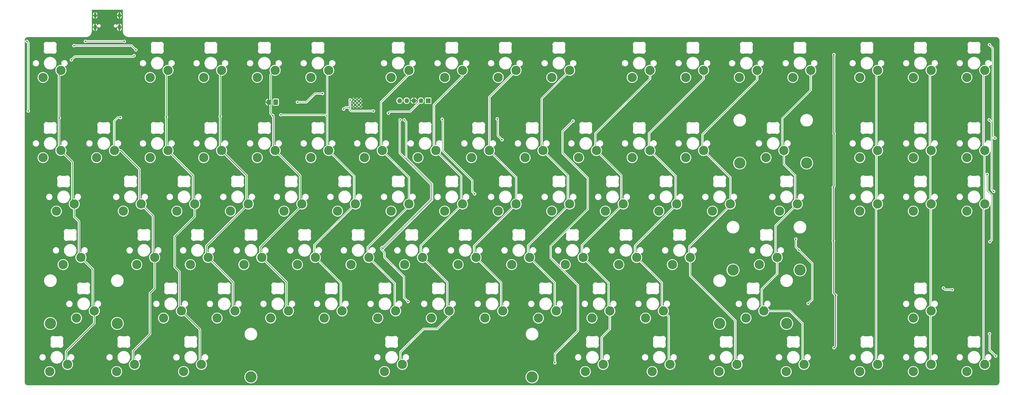
<source format=gbr>
%TF.GenerationSoftware,KiCad,Pcbnew,8.0.8*%
%TF.CreationDate,2025-02-03T11:25:15-05:00*%
%TF.ProjectId,keyboard_pcb,6b657962-6f61-4726-945f-7063622e6b69,rev?*%
%TF.SameCoordinates,Original*%
%TF.FileFunction,Copper,L1,Top*%
%TF.FilePolarity,Positive*%
%FSLAX46Y46*%
G04 Gerber Fmt 4.6, Leading zero omitted, Abs format (unit mm)*
G04 Created by KiCad (PCBNEW 8.0.8) date 2025-02-03 11:25:15*
%MOMM*%
%LPD*%
G01*
G04 APERTURE LIST*
G04 Aperture macros list*
%AMRoundRect*
0 Rectangle with rounded corners*
0 $1 Rounding radius*
0 $2 $3 $4 $5 $6 $7 $8 $9 X,Y pos of 4 corners*
0 Add a 4 corners polygon primitive as box body*
4,1,4,$2,$3,$4,$5,$6,$7,$8,$9,$2,$3,0*
0 Add four circle primitives for the rounded corners*
1,1,$1+$1,$2,$3*
1,1,$1+$1,$4,$5*
1,1,$1+$1,$6,$7*
1,1,$1+$1,$8,$9*
0 Add four rect primitives between the rounded corners*
20,1,$1+$1,$2,$3,$4,$5,0*
20,1,$1+$1,$4,$5,$6,$7,0*
20,1,$1+$1,$6,$7,$8,$9,0*
20,1,$1+$1,$8,$9,$2,$3,0*%
G04 Aperture macros list end*
%TA.AperFunction,ComponentPad*%
%ADD10C,4.000000*%
%TD*%
%TA.AperFunction,ComponentPad*%
%ADD11C,3.300000*%
%TD*%
%TA.AperFunction,ComponentPad*%
%ADD12R,1.700000X1.700000*%
%TD*%
%TA.AperFunction,ComponentPad*%
%ADD13O,1.700000X1.700000*%
%TD*%
%TA.AperFunction,ComponentPad*%
%ADD14RoundRect,0.250000X0.600000X0.750000X-0.600000X0.750000X-0.600000X-0.750000X0.600000X-0.750000X0*%
%TD*%
%TA.AperFunction,ComponentPad*%
%ADD15O,1.700000X2.000000*%
%TD*%
%TA.AperFunction,ComponentPad*%
%ADD16O,1.000000X2.100000*%
%TD*%
%TA.AperFunction,ComponentPad*%
%ADD17O,1.000000X1.800000*%
%TD*%
%TA.AperFunction,ComponentPad*%
%ADD18C,0.600000*%
%TD*%
%TA.AperFunction,ViaPad*%
%ADD19C,0.600000*%
%TD*%
%TA.AperFunction,Conductor*%
%ADD20C,0.200000*%
%TD*%
%TA.AperFunction,Conductor*%
%ADD21C,0.300000*%
%TD*%
%TA.AperFunction,Conductor*%
%ADD22C,0.254000*%
%TD*%
G04 APERTURE END LIST*
D10*
%TO.P,S5,*%
%TO.N,*%
X209518250Y-149863050D03*
X109505750Y-149863050D03*
%TD*%
%TO.P,S4,*%
%TO.N,*%
X304800000Y-111760000D03*
X280987500Y-111760000D03*
%TD*%
%TO.P,S3,*%
%TO.N,*%
X300037500Y-130810000D03*
X276225000Y-130810000D03*
%TD*%
%TO.P,S2,*%
%TO.N,*%
X61976000Y-130810000D03*
X38163500Y-130810000D03*
%TD*%
%TO.P,S1,*%
%TO.N,*%
X307181250Y-73660000D03*
X283368750Y-73660000D03*
%TD*%
D11*
%TO.P,MX17,1,1*%
%TO.N,col0*%
X41910000Y-69215000D03*
%TO.P,MX17,2,2*%
%TO.N,Net-(D17-A)*%
X35560000Y-71755000D03*
%TD*%
%TO.P,MX7,1,1*%
%TO.N,col7*%
X184785000Y-40640000D03*
%TO.P,MX7,2,2*%
%TO.N,Net-(D7-A)*%
X178435000Y-43180000D03*
%TD*%
%TO.P,MX24,1,1*%
%TO.N,col7*%
X175260000Y-69215000D03*
%TO.P,MX24,2,2*%
%TO.N,Net-(D24-A)*%
X168910000Y-71755000D03*
%TD*%
%TO.P,MX10,1,1*%
%TO.N,col10*%
X251460000Y-40640000D03*
%TO.P,MX10,2,2*%
%TO.N,Net-(D10-A)*%
X245110000Y-43180000D03*
%TD*%
%TO.P,MX75,1,1*%
%TO.N,col13*%
X291941250Y-126365000D03*
%TO.P,MX75,2,2*%
%TO.N,Net-(D75-A)*%
X285591250Y-128905000D03*
%TD*%
%TO.P,MX71,1,1*%
%TO.N,col8*%
X199072500Y-126365000D03*
%TO.P,MX71,2,2*%
%TO.N,Net-(D71-A)*%
X192722500Y-128905000D03*
%TD*%
%TO.P,MX74,1,1*%
%TO.N,col11*%
X256222500Y-126365000D03*
%TO.P,MX74,2,2*%
%TO.N,Net-(D74-A)*%
X249872500Y-128905000D03*
%TD*%
%TO.P,MX68,1,1*%
%TO.N,col5*%
X141922500Y-126365000D03*
%TO.P,MX68,2,2*%
%TO.N,Net-(D68-A)*%
X135572500Y-128905000D03*
%TD*%
%TO.P,MX44,1,1*%
%TO.N,col10*%
X241935000Y-88265000D03*
%TO.P,MX44,2,2*%
%TO.N,Net-(D44-A)*%
X235585000Y-90805000D03*
%TD*%
%TO.P,MX85,1,1*%
%TO.N,col14*%
X332422500Y-145415000D03*
%TO.P,MX85,2,2*%
%TO.N,Net-(D85-A)*%
X326072500Y-147955000D03*
%TD*%
%TO.P,MX61,1,1*%
%TO.N,col11*%
X246697500Y-107315000D03*
%TO.P,MX61,2,2*%
%TO.N,Net-(D61-A)*%
X240347500Y-109855000D03*
%TD*%
%TO.P,MX28,1,1*%
%TO.N,col11*%
X251460000Y-69215000D03*
%TO.P,MX28,2,2*%
%TO.N,Net-(D28-A)*%
X245110000Y-71755000D03*
%TD*%
%TO.P,MX39,1,1*%
%TO.N,col5*%
X146685000Y-88265000D03*
%TO.P,MX39,2,2*%
%TO.N,Net-(D39-A)*%
X140335000Y-90805000D03*
%TD*%
%TO.P,MX25,1,1*%
%TO.N,col8*%
X194310000Y-69215000D03*
%TO.P,MX25,2,2*%
%TO.N,Net-(D25-A)*%
X187960000Y-71755000D03*
%TD*%
%TO.P,MX26,1,1*%
%TO.N,col9*%
X213360000Y-69215000D03*
%TO.P,MX26,2,2*%
%TO.N,Net-(D26-A)*%
X207010000Y-71755000D03*
%TD*%
%TO.P,MX56,1,1*%
%TO.N,col6*%
X151447500Y-107315000D03*
%TO.P,MX56,2,2*%
%TO.N,Net-(D56-A)*%
X145097500Y-109855000D03*
%TD*%
%TO.P,MX70,1,1*%
%TO.N,col7*%
X180022500Y-126365000D03*
%TO.P,MX70,2,2*%
%TO.N,Net-(D70-A)*%
X173672500Y-128905000D03*
%TD*%
%TO.P,MX59,1,1*%
%TO.N,col9*%
X208597500Y-107315000D03*
%TO.P,MX59,2,2*%
%TO.N,Net-(D59-A)*%
X202247500Y-109855000D03*
%TD*%
%TO.P,MX40,1,1*%
%TO.N,col6*%
X165735000Y-88265000D03*
%TO.P,MX40,2,2*%
%TO.N,Net-(D40-A)*%
X159385000Y-90805000D03*
%TD*%
%TO.P,MX41,1,1*%
%TO.N,col7*%
X184785000Y-88265000D03*
%TO.P,MX41,2,2*%
%TO.N,Net-(D41-A)*%
X178435000Y-90805000D03*
%TD*%
D12*
%TO.P,J3,1,Pin_1*%
%TO.N,/Microcontroller/Run*%
X172525000Y-51450000D03*
D13*
%TO.P,J3,2,Pin_2*%
%TO.N,+3V3*%
X169985000Y-51450000D03*
%TO.P,J3,3,Pin_3*%
%TO.N,GND*%
X167445000Y-51450000D03*
%TO.P,J3,4,Pin_4*%
%TO.N,/Microcontroller/SWD*%
X164905000Y-51450000D03*
%TO.P,J3,5,Pin_5*%
%TO.N,/Microcontroller/SWCLK*%
X162365000Y-51450000D03*
%TD*%
D11*
%TO.P,MX42,1,1*%
%TO.N,col8*%
X203835000Y-88265000D03*
%TO.P,MX42,2,2*%
%TO.N,Net-(D42-A)*%
X197485000Y-90805000D03*
%TD*%
%TO.P,MX38,1,1*%
%TO.N,col4*%
X127635000Y-88265000D03*
%TO.P,MX38,2,2*%
%TO.N,Net-(D38-A)*%
X121285000Y-90805000D03*
%TD*%
%TO.P,MX15,1,1*%
%TO.N,col15*%
X351472500Y-40640000D03*
%TO.P,MX15,2,2*%
%TO.N,Net-(D15-A)*%
X345122500Y-43180000D03*
%TD*%
%TO.P,MX76,1,1*%
%TO.N,col15*%
X351472500Y-126365000D03*
%TO.P,MX76,2,2*%
%TO.N,Net-(D76-A)*%
X345122500Y-128905000D03*
%TD*%
%TO.P,MX66,1,1*%
%TO.N,col3*%
X103822500Y-126365000D03*
%TO.P,MX66,2,2*%
%TO.N,Net-(D66-A)*%
X97472500Y-128905000D03*
%TD*%
%TO.P,MX52,1,1*%
%TO.N,col1*%
X75247500Y-107315000D03*
%TO.P,MX52,2,2*%
%TO.N,Net-(D52-A)*%
X68897500Y-109855000D03*
%TD*%
%TO.P,MX35,1,1*%
%TO.N,col1*%
X70485000Y-88265000D03*
%TO.P,MX35,2,2*%
%TO.N,Net-(D35-A)*%
X64135000Y-90805000D03*
%TD*%
%TO.P,MX55,1,1*%
%TO.N,col5*%
X132397500Y-107315000D03*
%TO.P,MX55,2,2*%
%TO.N,Net-(D55-A)*%
X126047500Y-109855000D03*
%TD*%
%TO.P,MX80,1,1*%
%TO.N,col7*%
X163353750Y-145415000D03*
%TO.P,MX80,2,2*%
%TO.N,Net-(D80-A)*%
X157003750Y-147955000D03*
%TD*%
%TO.P,MX51,1,1*%
%TO.N,col0*%
X49053750Y-107315000D03*
%TO.P,MX51,2,2*%
%TO.N,Net-(D51-A)*%
X42703750Y-109855000D03*
%TD*%
%TO.P,MX50,1,1*%
%TO.N,col16*%
X370522500Y-88265000D03*
%TO.P,MX50,2,2*%
%TO.N,Net-(D50-A)*%
X364172500Y-90805000D03*
%TD*%
%TO.P,MX73,1,1*%
%TO.N,col10*%
X237172500Y-126365000D03*
%TO.P,MX73,2,2*%
%TO.N,Net-(D73-A)*%
X230822500Y-128905000D03*
%TD*%
%TO.P,MX8,1,1*%
%TO.N,col8*%
X203835000Y-40640000D03*
%TO.P,MX8,2,2*%
%TO.N,Net-(D8-A)*%
X197485000Y-43180000D03*
%TD*%
%TO.P,MX53,1,1*%
%TO.N,col3*%
X94297500Y-107315000D03*
%TO.P,MX53,2,2*%
%TO.N,Net-(D53-A)*%
X87947500Y-109855000D03*
%TD*%
%TO.P,MX81,1,1*%
%TO.N,col10*%
X234791250Y-145415000D03*
%TO.P,MX81,2,2*%
%TO.N,Net-(D81-A)*%
X228441250Y-147955000D03*
%TD*%
%TO.P,MX84,1,1*%
%TO.N,col13*%
X306228750Y-145415000D03*
%TO.P,MX84,2,2*%
%TO.N,Net-(D84-A)*%
X299878750Y-147955000D03*
%TD*%
%TO.P,MX3,1,1*%
%TO.N,col3*%
X99060000Y-40640000D03*
%TO.P,MX3,2,2*%
%TO.N,Net-(D3-A)*%
X92710000Y-43180000D03*
%TD*%
%TO.P,MX5,1,1*%
%TO.N,col5*%
X137160000Y-40640000D03*
%TO.P,MX5,2,2*%
%TO.N,Net-(D5-A)*%
X130810000Y-43180000D03*
%TD*%
%TO.P,MX77,1,1*%
%TO.N,col0*%
X44291250Y-145415000D03*
%TO.P,MX77,2,2*%
%TO.N,Net-(D77-A)*%
X37941250Y-147955000D03*
%TD*%
%TO.P,MX29,1,1*%
%TO.N,col12*%
X270510000Y-69215000D03*
%TO.P,MX29,2,2*%
%TO.N,Net-(D29-A)*%
X264160000Y-71755000D03*
%TD*%
%TO.P,MX32,1,1*%
%TO.N,col15*%
X351472500Y-69215000D03*
%TO.P,MX32,2,2*%
%TO.N,Net-(D32-A)*%
X345122500Y-71755000D03*
%TD*%
%TO.P,MX14,1,1*%
%TO.N,col14*%
X332422500Y-40640000D03*
%TO.P,MX14,2,2*%
%TO.N,Net-(D14-A)*%
X326072500Y-43180000D03*
%TD*%
%TO.P,MX4,1,1*%
%TO.N,col4*%
X118110000Y-40640000D03*
%TO.P,MX4,2,2*%
%TO.N,Net-(D4-A)*%
X111760000Y-43180000D03*
%TD*%
%TO.P,MX82,1,1*%
%TO.N,col11*%
X258603750Y-145415000D03*
%TO.P,MX82,2,2*%
%TO.N,Net-(D82-A)*%
X252253750Y-147955000D03*
%TD*%
%TO.P,MX78,1,1*%
%TO.N,col1*%
X68103750Y-145415000D03*
%TO.P,MX78,2,2*%
%TO.N,Net-(D78-A)*%
X61753750Y-147955000D03*
%TD*%
%TO.P,MX72,1,1*%
%TO.N,col9*%
X218122500Y-126365000D03*
%TO.P,MX72,2,2*%
%TO.N,Net-(D72-A)*%
X211772500Y-128905000D03*
%TD*%
%TO.P,MX13,1,1*%
%TO.N,col13*%
X308610000Y-40640000D03*
%TO.P,MX13,2,2*%
%TO.N,Net-(D13-A)*%
X302260000Y-43180000D03*
%TD*%
%TO.P,MX19,1,1*%
%TO.N,col2*%
X80010000Y-69215000D03*
%TO.P,MX19,2,2*%
%TO.N,Net-(D19-A)*%
X73660000Y-71755000D03*
%TD*%
%TO.P,MX54,1,1*%
%TO.N,col4*%
X113347500Y-107315000D03*
%TO.P,MX54,2,2*%
%TO.N,Net-(D54-A)*%
X106997500Y-109855000D03*
%TD*%
D14*
%TO.P,J2,1,Pin_1*%
%TO.N,/Microcontroller/USB_BOOT*%
X118325000Y-51975000D03*
D15*
%TO.P,J2,2,Pin_2*%
%TO.N,GND*%
X115825000Y-51975000D03*
%TD*%
D11*
%TO.P,MX79,1,1*%
%TO.N,col2*%
X91916250Y-145415000D03*
%TO.P,MX79,2,2*%
%TO.N,Net-(D79-A)*%
X85566250Y-147955000D03*
%TD*%
%TO.P,MX49,1,1*%
%TO.N,col15*%
X351472500Y-88265000D03*
%TO.P,MX49,2,2*%
%TO.N,Net-(D49-A)*%
X345122500Y-90805000D03*
%TD*%
%TO.P,MX43,1,1*%
%TO.N,col9*%
X222885000Y-88265000D03*
%TO.P,MX43,2,2*%
%TO.N,Net-(D43-A)*%
X216535000Y-90805000D03*
%TD*%
%TO.P,MX2,1,1*%
%TO.N,col2*%
X80010000Y-40640000D03*
%TO.P,MX2,2,2*%
%TO.N,Net-(D2-A)*%
X73660000Y-43180000D03*
%TD*%
%TO.P,MX87,1,1*%
%TO.N,col16*%
X370522500Y-145415000D03*
%TO.P,MX87,2,2*%
%TO.N,Net-(D87-A)*%
X364172500Y-147955000D03*
%TD*%
%TO.P,MX18,1,1*%
%TO.N,col1*%
X60960000Y-69215000D03*
%TO.P,MX18,2,2*%
%TO.N,Net-(D18-A)*%
X54610000Y-71755000D03*
%TD*%
%TO.P,MX64,1,1*%
%TO.N,col0*%
X53816250Y-126365000D03*
%TO.P,MX64,2,2*%
%TO.N,Net-(D64-A)*%
X47466250Y-128905000D03*
%TD*%
%TO.P,MX83,1,1*%
%TO.N,col12*%
X282416250Y-145415000D03*
%TO.P,MX83,2,2*%
%TO.N,Net-(D83-A)*%
X276066250Y-147955000D03*
%TD*%
%TO.P,MX47,1,1*%
%TO.N,col13*%
X303847500Y-88265000D03*
%TO.P,MX47,2,2*%
%TO.N,Net-(D47-A)*%
X297497500Y-90805000D03*
%TD*%
%TO.P,MX20,1,1*%
%TO.N,col3*%
X99060000Y-69215000D03*
%TO.P,MX20,2,2*%
%TO.N,Net-(D20-A)*%
X92710000Y-71755000D03*
%TD*%
%TO.P,MX9,1,1*%
%TO.N,col9*%
X222885000Y-40640000D03*
%TO.P,MX9,2,2*%
%TO.N,Net-(D9-A)*%
X216535000Y-43180000D03*
%TD*%
%TO.P,MX1,1,1*%
%TO.N,col0*%
X41910000Y-40640000D03*
%TO.P,MX1,2,2*%
%TO.N,Net-(D1-A)*%
X35560000Y-43180000D03*
%TD*%
%TO.P,MX23,1,1*%
%TO.N,col6*%
X156210000Y-69215000D03*
%TO.P,MX23,2,2*%
%TO.N,Net-(D23-A)*%
X149860000Y-71755000D03*
%TD*%
%TO.P,MX30,1,1*%
%TO.N,col13*%
X299085000Y-69215000D03*
%TO.P,MX30,2,2*%
%TO.N,Net-(D30-A)*%
X292735000Y-71755000D03*
%TD*%
%TO.P,MX45,1,1*%
%TO.N,col11*%
X260985000Y-88265000D03*
%TO.P,MX45,2,2*%
%TO.N,Net-(D45-A)*%
X254635000Y-90805000D03*
%TD*%
%TO.P,MX46,1,1*%
%TO.N,col12*%
X280035000Y-88265000D03*
%TO.P,MX46,2,2*%
%TO.N,Net-(D46-A)*%
X273685000Y-90805000D03*
%TD*%
%TO.P,MX65,1,1*%
%TO.N,col2*%
X84772500Y-126365000D03*
%TO.P,MX65,2,2*%
%TO.N,Net-(D65-A)*%
X78422500Y-128905000D03*
%TD*%
%TO.P,MX6,1,1*%
%TO.N,col6*%
X165735000Y-40640000D03*
%TO.P,MX6,2,2*%
%TO.N,Net-(D6-A)*%
X159385000Y-43180000D03*
%TD*%
%TO.P,MX58,1,1*%
%TO.N,col8*%
X189547500Y-107315000D03*
%TO.P,MX58,2,2*%
%TO.N,Net-(D58-A)*%
X183197500Y-109855000D03*
%TD*%
%TO.P,MX36,1,1*%
%TO.N,col2*%
X89535000Y-88265000D03*
%TO.P,MX36,2,2*%
%TO.N,Net-(D36-A)*%
X83185000Y-90805000D03*
%TD*%
%TO.P,MX31,1,1*%
%TO.N,col14*%
X332422500Y-69215000D03*
%TO.P,MX31,2,2*%
%TO.N,Net-(D31-A)*%
X326072500Y-71755000D03*
%TD*%
%TO.P,MX27,1,1*%
%TO.N,col10*%
X232410000Y-69215000D03*
%TO.P,MX27,2,2*%
%TO.N,Net-(D27-A)*%
X226060000Y-71755000D03*
%TD*%
%TO.P,MX69,1,1*%
%TO.N,col6*%
X160972500Y-126365000D03*
%TO.P,MX69,2,2*%
%TO.N,Net-(D69-A)*%
X154622500Y-128905000D03*
%TD*%
%TO.P,MX67,1,1*%
%TO.N,col4*%
X122872500Y-126365000D03*
%TO.P,MX67,2,2*%
%TO.N,Net-(D67-A)*%
X116522500Y-128905000D03*
%TD*%
%TO.P,MX48,1,1*%
%TO.N,col14*%
X332422500Y-88265000D03*
%TO.P,MX48,2,2*%
%TO.N,Net-(D48-A)*%
X326072500Y-90805000D03*
%TD*%
%TO.P,MX37,1,1*%
%TO.N,col3*%
X108585000Y-88265000D03*
%TO.P,MX37,2,2*%
%TO.N,Net-(D37-A)*%
X102235000Y-90805000D03*
%TD*%
%TO.P,MX22,1,1*%
%TO.N,col5*%
X137160000Y-69215000D03*
%TO.P,MX22,2,2*%
%TO.N,Net-(D22-A)*%
X130810000Y-71755000D03*
%TD*%
%TO.P,MX21,1,1*%
%TO.N,col4*%
X118110000Y-69215000D03*
%TO.P,MX21,2,2*%
%TO.N,Net-(D21-A)*%
X111760000Y-71755000D03*
%TD*%
%TO.P,MX33,1,1*%
%TO.N,col16*%
X370522500Y-69215000D03*
%TO.P,MX33,2,2*%
%TO.N,Net-(D33-A)*%
X364172500Y-71755000D03*
%TD*%
%TO.P,MX11,1,1*%
%TO.N,col11*%
X270510000Y-40640000D03*
%TO.P,MX11,2,2*%
%TO.N,Net-(D11-A)*%
X264160000Y-43180000D03*
%TD*%
%TO.P,MX63,1,1*%
%TO.N,col13*%
X296703750Y-107315000D03*
%TO.P,MX63,2,2*%
%TO.N,Net-(D63-A)*%
X290353750Y-109855000D03*
%TD*%
D16*
%TO.P,J1,S1,SHIELD*%
%TO.N,GND*%
X62723764Y-25290764D03*
D17*
X62723764Y-21110764D03*
D16*
X54083764Y-25290764D03*
D17*
X54083764Y-21110764D03*
%TD*%
D11*
%TO.P,MX57,1,1*%
%TO.N,col7*%
X170497500Y-107315000D03*
%TO.P,MX57,2,2*%
%TO.N,Net-(D57-A)*%
X164147500Y-109855000D03*
%TD*%
%TO.P,MX34,1,1*%
%TO.N,col0*%
X46672500Y-88265000D03*
%TO.P,MX34,2,2*%
%TO.N,Net-(D34-A)*%
X40322500Y-90805000D03*
%TD*%
%TO.P,MX62,1,1*%
%TO.N,col12*%
X265747500Y-107315000D03*
%TO.P,MX62,2,2*%
%TO.N,Net-(D62-A)*%
X259397500Y-109855000D03*
%TD*%
%TO.P,MX60,1,1*%
%TO.N,col10*%
X227647500Y-107315000D03*
%TO.P,MX60,2,2*%
%TO.N,Net-(D60-A)*%
X221297500Y-109855000D03*
%TD*%
%TO.P,MX12,1,1*%
%TO.N,col12*%
X289560000Y-40640000D03*
%TO.P,MX12,2,2*%
%TO.N,Net-(D12-A)*%
X283210000Y-43180000D03*
%TD*%
%TO.P,MX16,1,1*%
%TO.N,col16*%
X370522500Y-40640000D03*
%TO.P,MX16,2,2*%
%TO.N,Net-(D16-A)*%
X364172500Y-43180000D03*
%TD*%
%TO.P,MX86,1,1*%
%TO.N,col15*%
X351472500Y-145415000D03*
%TO.P,MX86,2,2*%
%TO.N,Net-(D86-A)*%
X345122500Y-147955000D03*
%TD*%
D18*
%TO.P,,57,GND*%
%TO.N,GND*%
X148525000Y-52250000D03*
%TD*%
%TO.P,,57,GND*%
%TO.N,GND*%
X147250000Y-50975000D03*
%TD*%
%TO.P,,57,GND*%
%TO.N,GND*%
X145975000Y-53525000D03*
%TD*%
%TO.P,,57,GND*%
%TO.N,GND*%
X147250000Y-53525000D03*
%TD*%
%TO.P,,57,GND*%
%TO.N,GND*%
X148525000Y-53525000D03*
%TD*%
%TO.P,,57,GND*%
%TO.N,GND*%
X148525000Y-50975000D03*
%TD*%
%TO.P,,57,GND*%
%TO.N,GND*%
X147250000Y-52250000D03*
%TD*%
%TO.P,,57,GND*%
%TO.N,GND*%
X145975000Y-50975000D03*
%TD*%
%TO.P,,57,GND*%
%TO.N,GND*%
X145975000Y-52250000D03*
%TD*%
D19*
%TO.N,GND*%
X156775000Y-55975000D03*
%TO.N,+5V*%
X64475000Y-30325000D03*
X50650000Y-30300000D03*
%TO.N,GND*%
X322875000Y-122650000D03*
%TO.N,Net-(LED63-DOUT)*%
X307725000Y-123725000D03*
%TO.N,Net-(LED16-DOUT)*%
X374128471Y-64775000D03*
X372200000Y-31525000D03*
%TO.N,+5V*%
X316925000Y-139450000D03*
X317500000Y-120747223D03*
X316650000Y-82325000D03*
X316950000Y-63175000D03*
X316875000Y-35022263D03*
%TO.N,Net-(LED76-DOUT)*%
X374425000Y-142400000D03*
X372232108Y-134467892D03*
%TO.N,In_3v3*%
X30325000Y-55100000D03*
%TO.N,GND*%
X138100000Y-49275000D03*
X356000000Y-46150000D03*
X371825000Y-64650000D03*
X151950000Y-50100000D03*
%TO.N,+1V1*%
X142525000Y-54400000D03*
X153075000Y-55125000D03*
X144800000Y-51200000D03*
%TO.N,GND*%
X144325000Y-38225000D03*
X125825000Y-46275000D03*
X114400000Y-46125000D03*
X95450000Y-46075000D03*
X76750000Y-46175000D03*
X58200000Y-34550000D03*
X52275000Y-33300000D03*
X150300000Y-38000000D03*
X134850000Y-46375000D03*
X361325000Y-62575000D03*
X342375000Y-62650000D03*
X313525000Y-62400000D03*
X282625000Y-62650000D03*
X261200000Y-62650000D03*
X242425000Y-62675000D03*
X223300000Y-62675000D03*
X204375000Y-62650000D03*
X185075000Y-62650000D03*
X165800000Y-60025000D03*
X51825000Y-62550000D03*
X70950000Y-62600000D03*
X89975000Y-62650000D03*
X109075000Y-62600000D03*
X128100000Y-62700000D03*
X147250000Y-62575000D03*
X334925000Y-44525000D03*
X311250000Y-44500000D03*
X292100000Y-44550000D03*
X273025000Y-44500000D03*
X253950000Y-44550000D03*
X225575000Y-44450000D03*
X206325000Y-44475000D03*
X187350000Y-44550000D03*
X168175000Y-44550000D03*
X221250000Y-59850000D03*
X202075000Y-59800000D03*
X182900000Y-59900000D03*
X163900000Y-59825000D03*
X150350000Y-58575000D03*
X125950000Y-59475000D03*
X106800000Y-59500000D03*
X87725000Y-59500000D03*
X68650000Y-59500000D03*
%TO.N,+3V3*%
X158425000Y-55875000D03*
%TO.N,/Microcontroller/QSPI_SS*%
X126050000Y-51975000D03*
X135000000Y-48900000D03*
%TO.N,GND*%
X132250000Y-52225000D03*
X148875000Y-42925000D03*
X138125000Y-52325000D03*
%TO.N,row0*%
X67925000Y-35450000D03*
X45650000Y-36925000D03*
%TO.N,Net-(LED1-DOUT)*%
X68575000Y-33350000D03*
X46550000Y-31850000D03*
%TO.N,col5*%
X120125000Y-56500000D03*
%TO.N,col4*%
X117275000Y-56775000D03*
%TO.N,col3*%
X98600000Y-57000000D03*
%TO.N,col2*%
X79450000Y-57325000D03*
%TO.N,col0*%
X41325000Y-57600000D03*
%TO.N,row5*%
X217650000Y-144825000D03*
%TO.N,row4*%
X165350000Y-123000000D03*
%TO.N,row3*%
X156425000Y-104150000D03*
%TO.N,row2*%
X189100000Y-84650000D03*
%TO.N,row1*%
X198850000Y-65375000D03*
%TO.N,row5*%
X224075000Y-58650000D03*
%TO.N,row4*%
X162550000Y-58275000D03*
%TO.N,row3*%
X164025000Y-58275000D03*
%TO.N,row2*%
X177550000Y-58050000D03*
%TO.N,row1*%
X197125000Y-57925000D03*
%TO.N,col1*%
X63125000Y-57450000D03*
%TO.N,GND*%
X98850000Y-100650000D03*
X256175000Y-33775000D03*
X79875000Y-100625000D03*
X53600000Y-100650000D03*
X113250000Y-81650000D03*
X294250000Y-33775000D03*
X179800000Y-62525000D03*
X208550000Y-81625000D03*
X239500000Y-138750000D03*
X375075000Y-81575000D03*
X58150000Y-119750000D03*
X308525000Y-81625000D03*
X122850000Y-33700000D03*
X375050000Y-138650000D03*
X203525000Y-119700000D03*
X160725000Y-62575000D03*
X51300000Y-81575000D03*
X198900000Y-62525000D03*
X337050000Y-33800000D03*
X84475000Y-62575000D03*
X313375000Y-33775000D03*
X260900000Y-119650000D03*
X46575000Y-33950000D03*
X89250000Y-119725000D03*
X46375000Y-62550000D03*
X222550000Y-119700000D03*
X117925000Y-100650000D03*
X356150000Y-33725000D03*
X174975000Y-100650000D03*
X217850000Y-62525000D03*
X251225000Y-100625000D03*
X303775000Y-62525000D03*
X246625000Y-81600000D03*
X165525000Y-119675000D03*
X65425000Y-62575000D03*
X98400000Y-140925000D03*
X232200000Y-100675000D03*
X356125000Y-81575000D03*
X337100000Y-81600000D03*
X132325000Y-81550000D03*
X170625000Y-33725000D03*
X356225000Y-62600000D03*
X287125000Y-138750000D03*
X241700000Y-119725000D03*
X356025000Y-119675000D03*
X275325000Y-33725000D03*
X72825000Y-138675000D03*
X256075000Y-62500000D03*
X170450000Y-81650000D03*
X275125000Y-62550000D03*
X194175000Y-100600000D03*
X76325000Y-148425000D03*
X208700000Y-33775000D03*
X103575000Y-62600000D03*
X84900000Y-33775000D03*
X94200000Y-81650000D03*
X284675000Y-81625000D03*
X137000000Y-100675000D03*
X52525000Y-148375000D03*
X189500000Y-81650000D03*
X108350000Y-119675000D03*
X41875000Y-148425000D03*
X375050000Y-34000000D03*
X213200000Y-100650000D03*
X127400000Y-119725000D03*
X142275000Y-33725000D03*
X184600000Y-119700000D03*
X237000000Y-62525000D03*
X151425000Y-81600000D03*
X336975000Y-138775000D03*
X374925000Y-62550000D03*
X263200000Y-138775000D03*
X168000000Y-138750000D03*
X141700000Y-62575000D03*
X146315443Y-119680467D03*
X227700000Y-33725000D03*
X227575000Y-81550000D03*
X155950000Y-100625000D03*
X265700000Y-81625000D03*
X75150000Y-81625000D03*
X96275000Y-138750000D03*
X336900000Y-62525000D03*
X189425000Y-33775000D03*
X301200000Y-100600000D03*
X270225000Y-100700000D03*
X296475000Y-119700000D03*
X122700000Y-62550000D03*
X356100000Y-138675000D03*
X48850000Y-138775000D03*
X104025000Y-33725000D03*
X310925000Y-138775000D03*
%TO.N,+5V*%
X316650000Y-101325000D03*
%TO.N,Net-(LED33-DOUT)*%
X373687500Y-83787500D03*
X372125000Y-58300000D03*
%TO.N,Net-(LED63-DOUT)*%
X303300000Y-100750000D03*
X304400000Y-104650000D03*
%TO.N,Net-(LED50-DOUT)*%
X372350000Y-101675000D03*
X371400000Y-77725000D03*
%TO.N,Net-(LED76-DOUT)*%
X359000000Y-118800000D03*
X355850000Y-118200000D03*
%TO.N,In_3v3*%
X29800000Y-30300000D03*
%TD*%
D20*
%TO.N,+3V3*%
X166110000Y-55325000D02*
X169985000Y-51450000D01*
X158975000Y-55325000D02*
X166110000Y-55325000D01*
X158425000Y-55875000D02*
X158975000Y-55325000D01*
%TO.N,/Microcontroller/QSPI_SS*%
X132300000Y-48900000D02*
X135000000Y-48900000D01*
X129200000Y-52000000D02*
X132300000Y-48900000D01*
X126050000Y-51975000D02*
X126075000Y-52000000D01*
X126075000Y-52000000D02*
X129200000Y-52000000D01*
%TO.N,+5V*%
X64450000Y-30300000D02*
X64475000Y-30325000D01*
X50650000Y-30300000D02*
X64450000Y-30300000D01*
%TO.N,Net-(LED63-DOUT)*%
X309175000Y-109425000D02*
X304400000Y-104650000D01*
X307725000Y-123725000D02*
X309175000Y-122275000D01*
X309175000Y-122275000D02*
X309175000Y-109425000D01*
D21*
%TO.N,+5V*%
X317450000Y-138925000D02*
X316925000Y-139450000D01*
X316738000Y-119985223D02*
X316738000Y-101413000D01*
X317500000Y-120747223D02*
X316738000Y-119985223D01*
X317500000Y-120747223D02*
X317450000Y-120797223D01*
X317450000Y-120797223D02*
X317450000Y-138925000D01*
X316738000Y-101413000D02*
X316650000Y-101325000D01*
X316650000Y-101325000D02*
X316650000Y-82325000D01*
D20*
%TO.N,row5*%
X225825000Y-133425000D02*
X217650000Y-141600000D01*
X225825000Y-117075000D02*
X225825000Y-133425000D01*
X216125000Y-107440217D02*
X225759783Y-117075000D01*
X225759783Y-117075000D02*
X225825000Y-117075000D01*
X216125000Y-103263687D02*
X216125000Y-107440217D01*
X229350000Y-90038687D02*
X216125000Y-103263687D01*
X220375000Y-62350000D02*
X220375000Y-70100000D01*
X224075000Y-58650000D02*
X220375000Y-62350000D01*
X220375000Y-70100000D02*
X229350000Y-79075000D01*
X217650000Y-141600000D02*
X217650000Y-144825000D01*
X229350000Y-79075000D02*
X229350000Y-90038687D01*
D22*
%TO.N,col4*%
X116500000Y-42250000D02*
X118110000Y-40640000D01*
X116500000Y-56000000D02*
X116500000Y-42250000D01*
X117275000Y-56775000D02*
X116500000Y-56000000D01*
X117500000Y-68605000D02*
X118110000Y-69215000D01*
X117500000Y-57000000D02*
X117500000Y-68605000D01*
X117275000Y-56775000D02*
X117500000Y-57000000D01*
%TO.N,col3*%
X98600000Y-41100000D02*
X99060000Y-40640000D01*
X98600000Y-57000000D02*
X98600000Y-41100000D01*
X98600000Y-57000000D02*
X98600000Y-68755000D01*
X98600000Y-68755000D02*
X99060000Y-69215000D01*
%TO.N,col2*%
X79450000Y-41200000D02*
X80010000Y-40640000D01*
X79450000Y-68655000D02*
X80010000Y-69215000D01*
X79450000Y-57325000D02*
X79450000Y-68655000D01*
X79450000Y-57325000D02*
X79450000Y-41200000D01*
D20*
%TO.N,col1*%
X60897500Y-69152500D02*
X60960000Y-69215000D01*
X62100000Y-57450000D02*
X60897500Y-58652500D01*
X63125000Y-57450000D02*
X62100000Y-57450000D01*
X60897500Y-58652500D02*
X60897500Y-69152500D01*
D22*
%TO.N,col0*%
X41325000Y-57600000D02*
X41275000Y-57550000D01*
X41275000Y-68580000D02*
X41910000Y-69215000D01*
X41275000Y-57650000D02*
X41275000Y-68580000D01*
X41275000Y-57550000D02*
X41275000Y-41275000D01*
X41325000Y-57600000D02*
X41275000Y-57650000D01*
X41275000Y-41275000D02*
X41910000Y-40640000D01*
D20*
%TO.N,Net-(LED16-DOUT)*%
X372200000Y-31525000D02*
X373348500Y-32673500D01*
X373348500Y-32673500D02*
X373348500Y-63995029D01*
X373348500Y-63995029D02*
X374128471Y-64775000D01*
%TO.N,Net-(LED33-DOUT)*%
X373021500Y-59196500D02*
X372125000Y-58300000D01*
X373021500Y-83121500D02*
X373021500Y-59196500D01*
X373687500Y-83787500D02*
X373021500Y-83121500D01*
%TO.N,Net-(LED63-DOUT)*%
X303325000Y-103575000D02*
X304400000Y-104650000D01*
X303300000Y-100750000D02*
X303325000Y-100775000D01*
X303325000Y-100775000D02*
X303325000Y-103575000D01*
D21*
%TO.N,+5V*%
X316950000Y-82025000D02*
X316650000Y-82325000D01*
X316950000Y-63175000D02*
X316950000Y-82025000D01*
X316875000Y-63100000D02*
X316950000Y-63175000D01*
X316875000Y-35022263D02*
X316875000Y-63100000D01*
D20*
%TO.N,Net-(LED50-DOUT)*%
X373021500Y-101003500D02*
X372350000Y-101675000D01*
X371400000Y-83550000D02*
X373021500Y-85171500D01*
X373021500Y-85171500D02*
X373021500Y-101003500D01*
X371400000Y-77725000D02*
X371400000Y-83550000D01*
%TO.N,Net-(LED76-DOUT)*%
X372232108Y-140207108D02*
X372232108Y-134467892D01*
X374425000Y-142400000D02*
X372232108Y-140207108D01*
%TO.N,In_3v3*%
X30325000Y-55100000D02*
X30325000Y-30825000D01*
X30325000Y-30825000D02*
X29800000Y-30300000D01*
%TO.N,+1V1*%
X145150000Y-55125000D02*
X153075000Y-55125000D01*
X144717271Y-54692271D02*
X145150000Y-55125000D01*
X144717271Y-53850000D02*
X144717271Y-54692271D01*
X142525000Y-54400000D02*
X143075000Y-53850000D01*
X143075000Y-53850000D02*
X144717271Y-53850000D01*
X144717271Y-53850000D02*
X144717271Y-51282729D01*
X144717271Y-51282729D02*
X144800000Y-51200000D01*
%TO.N,row0*%
X67622900Y-35752100D02*
X46822900Y-35752100D01*
X46822900Y-35752100D02*
X45650000Y-36925000D01*
X67925000Y-35450000D02*
X67622900Y-35752100D01*
%TO.N,Net-(LED1-DOUT)*%
X67075000Y-31850000D02*
X68575000Y-33350000D01*
X46550000Y-31850000D02*
X67075000Y-31850000D01*
%TO.N,col5*%
X136000000Y-56500000D02*
X136625000Y-57125000D01*
X120125000Y-56500000D02*
X136000000Y-56500000D01*
X136625000Y-56175000D02*
X136625000Y-57125000D01*
X136625000Y-57125000D02*
X136625000Y-68680000D01*
%TO.N,row3*%
X156525000Y-104150000D02*
X156425000Y-104150000D01*
X173950000Y-86725000D02*
X156525000Y-104150000D01*
X173950000Y-81125000D02*
X173950000Y-86725000D01*
X164725000Y-71900000D02*
X173950000Y-81125000D01*
X164025000Y-58275000D02*
X164725000Y-58975000D01*
X164725000Y-58975000D02*
X164725000Y-71900000D01*
%TO.N,row4*%
X163975000Y-114150000D02*
X163975000Y-121625000D01*
X157000000Y-107175000D02*
X163975000Y-114150000D01*
X155825000Y-104398529D02*
X157000000Y-105573529D01*
X163975000Y-121625000D02*
X165350000Y-123000000D01*
X155825000Y-103901471D02*
X155825000Y-104398529D01*
X156176471Y-103550000D02*
X155825000Y-103901471D01*
X156662552Y-103550000D02*
X156176471Y-103550000D01*
X173623000Y-86589552D02*
X156662552Y-103550000D01*
X173623000Y-81260448D02*
X173623000Y-86589552D01*
X157000000Y-105573529D02*
X157000000Y-107175000D01*
X162550000Y-58275000D02*
X162450000Y-58375000D01*
X162450000Y-70087448D02*
X173623000Y-81260448D01*
X162450000Y-58375000D02*
X162450000Y-70087448D01*
%TO.N,row1*%
X197325000Y-58125000D02*
X197325000Y-63850000D01*
X197325000Y-63850000D02*
X198850000Y-65375000D01*
X197125000Y-57925000D02*
X197325000Y-58125000D01*
%TO.N,row2*%
X188275000Y-83825000D02*
X189100000Y-84650000D01*
X188275000Y-79900000D02*
X188275000Y-83825000D01*
X177759000Y-69384000D02*
X188275000Y-79900000D01*
X177550000Y-58050000D02*
X177759000Y-58259000D01*
X177759000Y-58259000D02*
X177759000Y-69384000D01*
D22*
%TO.N,col0*%
X48325000Y-94425000D02*
X48325000Y-106586250D01*
X46672500Y-92772500D02*
X48325000Y-94425000D01*
X46672500Y-88265000D02*
X46672500Y-92772500D01*
X45975000Y-87567500D02*
X46672500Y-88265000D01*
X43825000Y-144948750D02*
X44291250Y-145415000D01*
X53300000Y-111561250D02*
X53300000Y-125848750D01*
X53816250Y-126365000D02*
X53816250Y-130758750D01*
X53300000Y-125848750D02*
X53816250Y-126365000D01*
X45975000Y-73280000D02*
X45975000Y-87567500D01*
X43825000Y-140750000D02*
X43825000Y-144948750D01*
X49053750Y-107315000D02*
X53300000Y-111561250D01*
X48325000Y-106586250D02*
X49053750Y-107315000D01*
X53816250Y-130758750D02*
X43825000Y-140750000D01*
X41910000Y-69215000D02*
X45975000Y-73280000D01*
%TO.N,col2*%
X82400000Y-110700000D02*
X84100000Y-112400000D01*
X84100000Y-125692500D02*
X84772500Y-126365000D01*
X80010000Y-69215000D02*
X88950000Y-78155000D01*
X88950000Y-78155000D02*
X88950000Y-87680000D01*
X84772500Y-126365000D02*
X91350000Y-132942500D01*
X91350000Y-144848750D02*
X91916250Y-145415000D01*
X82400000Y-99800000D02*
X82400000Y-110700000D01*
X84100000Y-112400000D02*
X84100000Y-125692500D01*
X89535000Y-88265000D02*
X89535000Y-92665000D01*
X91350000Y-132942500D02*
X91350000Y-144848750D01*
X88950000Y-87680000D02*
X89535000Y-88265000D01*
X89535000Y-92665000D02*
X82400000Y-99800000D01*
%TO.N,col3*%
X94297500Y-107315000D02*
X103125000Y-116142500D01*
X93650000Y-103200000D02*
X93650000Y-106667500D01*
X107950000Y-87630000D02*
X108585000Y-88265000D01*
X99060000Y-69215000D02*
X107950000Y-78105000D01*
X93650000Y-106667500D02*
X94297500Y-107315000D01*
X103125000Y-125667500D02*
X103822500Y-126365000D01*
X108585000Y-88265000D02*
X93650000Y-103200000D01*
X107950000Y-78105000D02*
X107950000Y-87630000D01*
X103125000Y-116142500D02*
X103125000Y-125667500D01*
%TO.N,col4*%
X112850000Y-106817500D02*
X113347500Y-107315000D01*
X127025000Y-78130000D02*
X127025000Y-87655000D01*
X127025000Y-87655000D02*
X127635000Y-88265000D01*
X118110000Y-69215000D02*
X127025000Y-78130000D01*
X127635000Y-88265000D02*
X127635000Y-88765000D01*
X122175000Y-116142500D02*
X122175000Y-125667500D01*
X127635000Y-88765000D02*
X112850000Y-103550000D01*
X113347500Y-107315000D02*
X122175000Y-116142500D01*
X122175000Y-125667500D02*
X122872500Y-126365000D01*
X112850000Y-103550000D02*
X112850000Y-106817500D01*
D20*
%TO.N,col5*%
X132397500Y-107315000D02*
X141475000Y-116392500D01*
X141475000Y-116392500D02*
X141475000Y-125917500D01*
X146225000Y-87805000D02*
X146685000Y-88265000D01*
X146685000Y-88265000D02*
X132100000Y-102850000D01*
X146225000Y-78280000D02*
X146225000Y-87805000D01*
X137160000Y-69215000D02*
X146225000Y-78280000D01*
X141475000Y-125917500D02*
X141922500Y-126365000D01*
X132100000Y-107017500D02*
X132397500Y-107315000D01*
X132100000Y-102850000D02*
X132100000Y-107017500D01*
%TO.N,col6*%
X165735000Y-88890000D02*
X151025000Y-103600000D01*
X151025000Y-106892500D02*
X151447500Y-107315000D01*
X165735000Y-42015000D02*
X155750000Y-52000000D01*
X156210000Y-69215000D02*
X165735000Y-78740000D01*
X155750000Y-68755000D02*
X156210000Y-69215000D01*
X160650000Y-126042500D02*
X160972500Y-126365000D01*
X151447500Y-107315000D02*
X160650000Y-116517500D01*
X165735000Y-78740000D02*
X165735000Y-88265000D01*
X165735000Y-40640000D02*
X165735000Y-42015000D01*
X151025000Y-103600000D02*
X151025000Y-106892500D01*
X165735000Y-88265000D02*
X165735000Y-88890000D01*
X155750000Y-52000000D02*
X155750000Y-68755000D01*
X160650000Y-116517500D02*
X160650000Y-126042500D01*
%TO.N,col7*%
X169950000Y-106767500D02*
X170497500Y-107315000D01*
X174600000Y-68555000D02*
X175260000Y-69215000D01*
X175775000Y-132775000D02*
X170900000Y-132775000D01*
X184275000Y-78230000D02*
X184275000Y-87755000D01*
X169950000Y-103100000D02*
X169950000Y-106767500D01*
X179400000Y-125742500D02*
X180022500Y-126365000D01*
X184785000Y-42765000D02*
X174600000Y-52950000D01*
X162725000Y-144786250D02*
X163353750Y-145415000D01*
X180022500Y-126365000D02*
X180022500Y-128527500D01*
X184785000Y-88265000D02*
X169950000Y-103100000D01*
X162725000Y-140950000D02*
X162725000Y-144786250D01*
X174600000Y-52950000D02*
X174600000Y-68555000D01*
X179400000Y-116217500D02*
X179400000Y-125742500D01*
X184785000Y-40640000D02*
X184785000Y-42765000D01*
X170900000Y-132775000D02*
X162725000Y-140950000D01*
X175260000Y-69215000D02*
X184275000Y-78230000D01*
X170497500Y-107315000D02*
X179400000Y-116217500D01*
X184275000Y-87755000D02*
X184785000Y-88265000D01*
X180022500Y-128527500D02*
X175775000Y-132775000D01*
%TO.N,col8*%
X194310000Y-69215000D02*
X203835000Y-78740000D01*
X203835000Y-40640000D02*
X194310000Y-50165000D01*
X198525000Y-116292500D02*
X198525000Y-125817500D01*
X188925000Y-103175000D02*
X188925000Y-106692500D01*
X198525000Y-125817500D02*
X199072500Y-126365000D01*
X188925000Y-106692500D02*
X189547500Y-107315000D01*
X194310000Y-50165000D02*
X194310000Y-69215000D01*
X203835000Y-88265000D02*
X188925000Y-103175000D01*
X189547500Y-107315000D02*
X198525000Y-116292500D01*
X203835000Y-78740000D02*
X203835000Y-88265000D01*
%TO.N,col9*%
X222250000Y-78105000D02*
X222250000Y-87630000D01*
X213360000Y-69215000D02*
X222250000Y-78105000D01*
X212900000Y-50700000D02*
X212900000Y-68755000D01*
X222885000Y-88265000D02*
X208125000Y-103025000D01*
X217550000Y-125792500D02*
X218122500Y-126365000D01*
X208125000Y-103025000D02*
X208125000Y-106842500D01*
X208597500Y-107315000D02*
X217550000Y-116267500D01*
X223500000Y-40100000D02*
X212900000Y-50700000D01*
X217550000Y-116267500D02*
X217550000Y-125792500D01*
X222250000Y-87630000D02*
X222885000Y-88265000D01*
X208125000Y-106842500D02*
X208597500Y-107315000D01*
X212900000Y-68755000D02*
X213360000Y-69215000D01*
%TO.N,col10*%
X251460000Y-40640000D02*
X251460000Y-43640000D01*
X251460000Y-43640000D02*
X232050000Y-63050000D01*
X227275000Y-102925000D02*
X227275000Y-106942500D01*
X241275000Y-87605000D02*
X241935000Y-88265000D01*
X232410000Y-69215000D02*
X241275000Y-78080000D01*
X237172500Y-126365000D02*
X237172500Y-132827500D01*
X241935000Y-88265000D02*
X227275000Y-102925000D01*
X236700000Y-125892500D02*
X237172500Y-126365000D01*
X234300000Y-144923750D02*
X234791250Y-145415000D01*
X232050000Y-63050000D02*
X232050000Y-68855000D01*
X232050000Y-68855000D02*
X232410000Y-69215000D01*
X227647500Y-107315000D02*
X236700000Y-116367500D01*
X227275000Y-106942500D02*
X227647500Y-107315000D01*
X234300000Y-135700000D02*
X234300000Y-144923750D01*
X236700000Y-116367500D02*
X236700000Y-125892500D01*
X237172500Y-132827500D02*
X234300000Y-135700000D01*
X241275000Y-78080000D02*
X241275000Y-87605000D01*
%TO.N,col11*%
X256222500Y-126365000D02*
X258100000Y-128242500D01*
X255650000Y-125792500D02*
X256222500Y-126365000D01*
X270510000Y-43690000D02*
X251125000Y-63075000D01*
X260600000Y-87880000D02*
X260985000Y-88265000D01*
X246697500Y-107315000D02*
X255650000Y-116267500D01*
X246150000Y-106767500D02*
X246697500Y-107315000D01*
X251125000Y-63075000D02*
X251125000Y-68880000D01*
X258100000Y-144911250D02*
X258603750Y-145415000D01*
X251460000Y-69215000D02*
X260600000Y-78355000D01*
X260600000Y-78355000D02*
X260600000Y-87880000D01*
X260985000Y-88315000D02*
X246150000Y-103150000D01*
X270510000Y-40640000D02*
X270510000Y-43690000D01*
X251125000Y-68880000D02*
X251460000Y-69215000D01*
X260985000Y-88265000D02*
X260985000Y-88315000D01*
X255650000Y-116267500D02*
X255650000Y-125792500D01*
X246150000Y-103150000D02*
X246150000Y-106767500D01*
X258100000Y-128242500D02*
X258100000Y-144911250D01*
%TO.N,col12*%
X289560000Y-40640000D02*
X289560000Y-44040000D01*
X270510000Y-69215000D02*
X280035000Y-78740000D01*
X265747500Y-107315000D02*
X265747500Y-113747500D01*
X265747500Y-113747500D02*
X281800000Y-129800000D01*
X281800000Y-129800000D02*
X281800000Y-144798750D01*
X281800000Y-144798750D02*
X282416250Y-145415000D01*
X265500000Y-103300000D02*
X265500000Y-107067500D01*
X289560000Y-44040000D02*
X270150000Y-63450000D01*
X280035000Y-78740000D02*
X280035000Y-88265000D01*
X280035000Y-88265000D02*
X280035000Y-88765000D01*
X265500000Y-107067500D02*
X265747500Y-107315000D01*
X280035000Y-88765000D02*
X265500000Y-103300000D01*
X270150000Y-68855000D02*
X270510000Y-69215000D01*
X270150000Y-63450000D02*
X270150000Y-68855000D01*
%TO.N,col13*%
X303100000Y-87517500D02*
X303847500Y-88265000D01*
X291250000Y-118550000D02*
X291250000Y-125673750D01*
X303847500Y-88265000D02*
X296150000Y-95962500D01*
X299085000Y-74085000D02*
X303100000Y-78100000D01*
X303100000Y-78100000D02*
X303100000Y-87517500D01*
X296150000Y-106761250D02*
X296703750Y-107315000D01*
X301365000Y-126365000D02*
X305700000Y-130700000D01*
X296703750Y-107315000D02*
X296703750Y-113096250D01*
X298500000Y-68630000D02*
X299085000Y-69215000D01*
X305700000Y-144886250D02*
X306228750Y-145415000D01*
X298500000Y-57800000D02*
X298500000Y-68630000D01*
X291250000Y-125673750D02*
X291941250Y-126365000D01*
X296703750Y-113096250D02*
X291250000Y-118550000D01*
X308610000Y-40640000D02*
X308610000Y-47690000D01*
X305700000Y-130700000D02*
X305700000Y-144886250D01*
X296150000Y-95962500D02*
X296150000Y-106761250D01*
X308610000Y-47690000D02*
X298500000Y-57800000D01*
X299085000Y-69215000D02*
X299085000Y-74085000D01*
X291941250Y-126365000D02*
X301365000Y-126365000D01*
%TO.N,col14*%
X331975000Y-87817500D02*
X332422500Y-88265000D01*
X331950000Y-68742500D02*
X332422500Y-69215000D01*
X332422500Y-69215000D02*
X331975000Y-69662500D01*
X331850000Y-144842500D02*
X332422500Y-145415000D01*
X332422500Y-88265000D02*
X331850000Y-88837500D01*
X331975000Y-69662500D02*
X331975000Y-87817500D01*
X332422500Y-40640000D02*
X331950000Y-41112500D01*
X331950000Y-41112500D02*
X331950000Y-68742500D01*
X331850000Y-88837500D02*
X331850000Y-144842500D01*
%TO.N,col15*%
X351472500Y-40640000D02*
X351025000Y-41087500D01*
X351300000Y-88437500D02*
X351300000Y-126192500D01*
X351300000Y-126192500D02*
X351472500Y-126365000D01*
X351150000Y-69537500D02*
X351150000Y-87942500D01*
X351025000Y-41087500D02*
X351025000Y-68767500D01*
X351225000Y-145167500D02*
X351472500Y-145415000D01*
X351225000Y-126612500D02*
X351225000Y-145167500D01*
X351472500Y-88265000D02*
X351300000Y-88437500D01*
X351472500Y-126365000D02*
X351225000Y-126612500D01*
X351150000Y-87942500D02*
X351472500Y-88265000D01*
X351472500Y-69215000D02*
X351150000Y-69537500D01*
X351025000Y-68767500D02*
X351472500Y-69215000D01*
%TO.N,col16*%
X370522500Y-40640000D02*
X370100000Y-41062500D01*
X370050000Y-88737500D02*
X370050000Y-144942500D01*
X370100000Y-41062500D02*
X370100000Y-68792500D01*
X370522500Y-69215000D02*
X370375000Y-69362500D01*
X370100000Y-68792500D02*
X370522500Y-69215000D01*
X370050000Y-144942500D02*
X370522500Y-145415000D01*
X370522500Y-88265000D02*
X370050000Y-88737500D01*
X370375000Y-88117500D02*
X370522500Y-88265000D01*
X370375000Y-69362500D02*
X370375000Y-88117500D01*
D22*
%TO.N,col1*%
X70485000Y-88285000D02*
X74675000Y-92475000D01*
X70485000Y-88265000D02*
X70485000Y-88285000D01*
X69900000Y-87680000D02*
X70485000Y-88265000D01*
X75300000Y-107367500D02*
X75300000Y-118300000D01*
X60960000Y-69215000D02*
X63215000Y-69215000D01*
X75300000Y-118300000D02*
X73600000Y-120000000D01*
X74675000Y-106742500D02*
X75247500Y-107315000D01*
X67550000Y-140625000D02*
X67550000Y-144861250D01*
X73600000Y-134575000D02*
X67550000Y-140625000D01*
X67550000Y-144861250D02*
X68103750Y-145415000D01*
X69900000Y-75900000D02*
X69900000Y-87680000D01*
X75247500Y-107315000D02*
X75300000Y-107367500D01*
X73600000Y-120000000D02*
X73600000Y-134575000D01*
X63215000Y-69215000D02*
X69900000Y-75900000D01*
X74675000Y-92475000D02*
X74675000Y-106742500D01*
D20*
%TO.N,Net-(LED76-DOUT)*%
X355850000Y-118200000D02*
X356450000Y-118800000D01*
X356450000Y-118800000D02*
X359000000Y-118800000D01*
%TO.N,col5*%
X137160000Y-40640000D02*
X136625000Y-41175000D01*
X136625000Y-41175000D02*
X136625000Y-56175000D01*
X136625000Y-68680000D02*
X137160000Y-69215000D01*
%TD*%
%TA.AperFunction,Conductor*%
%TO.N,GND*%
G36*
X372919003Y-38653691D02*
G01*
X372946781Y-38708207D01*
X372948000Y-38723695D01*
X372948000Y-58317599D01*
X372929093Y-58375790D01*
X372879593Y-58411754D01*
X372818407Y-58411754D01*
X372778996Y-58387603D01*
X372759678Y-58368285D01*
X372731901Y-58313768D01*
X372731018Y-58302554D01*
X372727727Y-58277554D01*
X372710044Y-58143238D01*
X372698790Y-58116069D01*
X372649537Y-57997161D01*
X372649537Y-57997160D01*
X372553286Y-57871723D01*
X372553285Y-57871722D01*
X372553282Y-57871718D01*
X372553277Y-57871714D01*
X372553276Y-57871713D01*
X372482104Y-57817101D01*
X372427841Y-57775464D01*
X372427840Y-57775463D01*
X372427838Y-57775462D01*
X372281766Y-57714957D01*
X372281758Y-57714955D01*
X372125001Y-57694318D01*
X372124999Y-57694318D01*
X371968241Y-57714955D01*
X371968233Y-57714957D01*
X371822161Y-57775462D01*
X371822160Y-57775462D01*
X371696723Y-57871713D01*
X371696713Y-57871723D01*
X371600462Y-57997160D01*
X371600462Y-57997161D01*
X371539957Y-58143233D01*
X371539955Y-58143241D01*
X371519318Y-58299999D01*
X371519318Y-58300000D01*
X371539955Y-58456758D01*
X371539957Y-58456766D01*
X371600462Y-58602838D01*
X371600462Y-58602839D01*
X371689046Y-58718284D01*
X371696718Y-58728282D01*
X371822159Y-58824536D01*
X371822160Y-58824536D01*
X371822161Y-58824537D01*
X371946672Y-58876111D01*
X371968238Y-58885044D01*
X372125000Y-58905682D01*
X372131433Y-58906529D01*
X372131205Y-58908256D01*
X372181472Y-58924589D01*
X372193285Y-58934678D01*
X372592004Y-59333397D01*
X372619781Y-59387914D01*
X372621000Y-59403401D01*
X372621000Y-65691447D01*
X372602093Y-65749638D01*
X372552593Y-65785602D01*
X372491407Y-65785602D01*
X372463810Y-65771540D01*
X372382393Y-65712387D01*
X372382389Y-65712385D01*
X372224540Y-65631957D01*
X372056052Y-65577213D01*
X371881082Y-65549500D01*
X371881079Y-65549500D01*
X371703921Y-65549500D01*
X371703918Y-65549500D01*
X371528947Y-65577213D01*
X371360459Y-65631957D01*
X371202612Y-65712384D01*
X371059287Y-65816516D01*
X370934016Y-65941787D01*
X370829884Y-66085112D01*
X370749457Y-66242959D01*
X370693655Y-66414703D01*
X370657691Y-66464204D01*
X370599500Y-66483111D01*
X370541309Y-66464204D01*
X370505345Y-66414704D01*
X370500500Y-66384111D01*
X370500500Y-42689227D01*
X370519407Y-42631036D01*
X370568907Y-42595072D01*
X370592430Y-42590480D01*
X370800794Y-42575578D01*
X371073423Y-42516271D01*
X371334837Y-42418769D01*
X371579713Y-42285056D01*
X371803068Y-42117855D01*
X372000355Y-41920568D01*
X372167556Y-41697213D01*
X372301269Y-41452337D01*
X372398771Y-41190923D01*
X372458078Y-40918294D01*
X372477982Y-40640000D01*
X372458078Y-40361706D01*
X372398771Y-40089077D01*
X372301269Y-39827663D01*
X372281279Y-39791055D01*
X372167555Y-39582786D01*
X372167556Y-39582786D01*
X371998236Y-39356601D01*
X371999049Y-39355992D01*
X371976830Y-39303403D01*
X371990692Y-39243809D01*
X372036936Y-39203744D01*
X372052368Y-39198670D01*
X372056044Y-39197787D01*
X372056055Y-39197786D01*
X372224542Y-39143042D01*
X372382390Y-39062614D01*
X372525714Y-38958483D01*
X372650983Y-38833214D01*
X372755114Y-38689890D01*
X372760790Y-38678751D01*
X372804054Y-38635486D01*
X372864486Y-38625914D01*
X372919003Y-38653691D01*
G37*
%TD.AperFunction*%
%TA.AperFunction,Conductor*%
G36*
X63637731Y-19030510D02*
G01*
X63644175Y-19030509D01*
X63644179Y-19030510D01*
X63702280Y-19030501D01*
X63717766Y-19031717D01*
X63756212Y-19037802D01*
X63785675Y-19047373D01*
X63813324Y-19061459D01*
X63838388Y-19079667D01*
X63860332Y-19101611D01*
X63878540Y-19126675D01*
X63892626Y-19154324D01*
X63902197Y-19183789D01*
X63908281Y-19222232D01*
X63909498Y-19237721D01*
X63909489Y-19302269D01*
X63909500Y-19302434D01*
X63909500Y-26595263D01*
X63909467Y-26597825D01*
X63908734Y-26626162D01*
X63906054Y-26729676D01*
X63919785Y-26859949D01*
X63935333Y-27007460D01*
X64000622Y-27279047D01*
X64000625Y-27279056D01*
X64043830Y-27391510D01*
X64100802Y-27539793D01*
X64234158Y-27785229D01*
X64234160Y-27785233D01*
X64234162Y-27785235D01*
X64234165Y-27785240D01*
X64398398Y-28011146D01*
X64398405Y-28011154D01*
X64398408Y-28011158D01*
X64477144Y-28094080D01*
X64590739Y-28213713D01*
X64774191Y-28362179D01*
X64807872Y-28389437D01*
X65046079Y-28535313D01*
X65301288Y-28648849D01*
X65569134Y-28728103D01*
X65845033Y-28771717D01*
X65913622Y-28773492D01*
X65925206Y-28775171D01*
X65925275Y-28774652D01*
X65931708Y-28775499D01*
X65931711Y-28775500D01*
X65989847Y-28775500D01*
X65992410Y-28775533D01*
X66050519Y-28777038D01*
X66050519Y-28777037D01*
X66050520Y-28777038D01*
X66056974Y-28776358D01*
X66057028Y-28776877D01*
X66068651Y-28775500D01*
X374644164Y-28775500D01*
X374655050Y-28776099D01*
X374835162Y-28796028D01*
X374852071Y-28799411D01*
X375024057Y-28849749D01*
X375040127Y-28856020D01*
X375200753Y-28935456D01*
X375215482Y-28944416D01*
X375359877Y-29050542D01*
X375372839Y-29061935D01*
X375496608Y-29191520D01*
X375507394Y-29204992D01*
X375606770Y-29354087D01*
X375615054Y-29369226D01*
X375687036Y-29533329D01*
X375692564Y-29549676D01*
X375734955Y-29723779D01*
X375737560Y-29740839D01*
X375749295Y-29923109D01*
X375749500Y-29929470D01*
X375749500Y-29932898D01*
X375749474Y-29935173D01*
X375748118Y-29994173D01*
X375748817Y-30000624D01*
X375748174Y-30000693D01*
X375749500Y-30011728D01*
X375749500Y-151645025D01*
X375749179Y-151652990D01*
X375734941Y-151829382D01*
X375732480Y-151844720D01*
X375691716Y-152013032D01*
X375686886Y-152027797D01*
X375620297Y-152187654D01*
X375613217Y-152201482D01*
X375522434Y-152348962D01*
X375513277Y-152361512D01*
X375400549Y-152492965D01*
X375389543Y-152503928D01*
X375257629Y-152616138D01*
X375245042Y-152625244D01*
X375097206Y-152715430D01*
X375083350Y-152722455D01*
X374923224Y-152788405D01*
X374908439Y-152793176D01*
X374739963Y-152833265D01*
X374724616Y-152835664D01*
X374548066Y-152849203D01*
X374540297Y-152849493D01*
X374473092Y-152849357D01*
X374470886Y-152849500D01*
X30145484Y-152849500D01*
X30133926Y-152848823D01*
X29950896Y-152827307D01*
X29933997Y-152823806D01*
X29758412Y-152771111D01*
X29742379Y-152764729D01*
X29578614Y-152682346D01*
X29563931Y-152673276D01*
X29416958Y-152563703D01*
X29404075Y-152552222D01*
X29278365Y-152418795D01*
X29267670Y-152405251D01*
X29167035Y-152252013D01*
X29158862Y-152236830D01*
X29086364Y-152068439D01*
X29080949Y-152052056D01*
X29080210Y-152048929D01*
X29038796Y-151873649D01*
X29036309Y-151856586D01*
X29025663Y-151671548D01*
X29025500Y-151665862D01*
X29025500Y-151658933D01*
X29025544Y-151655984D01*
X29025752Y-151649013D01*
X29027241Y-151599047D01*
X29027239Y-151599041D01*
X29026586Y-151592588D01*
X29026945Y-151592551D01*
X29025500Y-151580141D01*
X29025500Y-147955000D01*
X35985768Y-147955000D01*
X36005671Y-148233288D01*
X36064980Y-148505927D01*
X36162481Y-148767338D01*
X36162482Y-148767340D01*
X36296194Y-149012213D01*
X36296193Y-149012213D01*
X36463390Y-149235562D01*
X36463392Y-149235564D01*
X36463395Y-149235568D01*
X36660682Y-149432855D01*
X36660685Y-149432857D01*
X36660687Y-149432859D01*
X36884036Y-149600056D01*
X37128909Y-149733767D01*
X37128913Y-149733769D01*
X37390322Y-149831269D01*
X37390327Y-149831271D01*
X37662956Y-149890578D01*
X37941250Y-149910482D01*
X38219544Y-149890578D01*
X38492173Y-149831271D01*
X38753587Y-149733769D01*
X38998463Y-149600056D01*
X39221818Y-149432855D01*
X39419105Y-149235568D01*
X39586306Y-149012213D01*
X39720019Y-148767337D01*
X39817521Y-148505923D01*
X39876828Y-148233294D01*
X39896732Y-147955000D01*
X59798268Y-147955000D01*
X59818171Y-148233288D01*
X59877480Y-148505927D01*
X59974981Y-148767338D01*
X59974982Y-148767340D01*
X60108694Y-149012213D01*
X60108693Y-149012213D01*
X60275890Y-149235562D01*
X60275892Y-149235564D01*
X60275895Y-149235568D01*
X60473182Y-149432855D01*
X60473185Y-149432857D01*
X60473187Y-149432859D01*
X60696536Y-149600056D01*
X60941409Y-149733767D01*
X60941413Y-149733769D01*
X61202822Y-149831269D01*
X61202827Y-149831271D01*
X61475456Y-149890578D01*
X61753750Y-149910482D01*
X62032044Y-149890578D01*
X62304673Y-149831271D01*
X62566087Y-149733769D01*
X62810963Y-149600056D01*
X63034318Y-149432855D01*
X63231605Y-149235568D01*
X63398806Y-149012213D01*
X63532519Y-148767337D01*
X63630021Y-148505923D01*
X63689328Y-148233294D01*
X63709232Y-147955000D01*
X83610768Y-147955000D01*
X83630671Y-148233288D01*
X83689980Y-148505927D01*
X83787481Y-148767338D01*
X83787482Y-148767340D01*
X83921194Y-149012213D01*
X83921193Y-149012213D01*
X84088390Y-149235562D01*
X84088392Y-149235564D01*
X84088395Y-149235568D01*
X84285682Y-149432855D01*
X84285685Y-149432857D01*
X84285687Y-149432859D01*
X84509036Y-149600056D01*
X84753909Y-149733767D01*
X84753913Y-149733769D01*
X85015322Y-149831269D01*
X85015327Y-149831271D01*
X85287956Y-149890578D01*
X85566250Y-149910482D01*
X85844544Y-149890578D01*
X85971092Y-149863049D01*
X107200314Y-149863049D01*
X107200314Y-149863050D01*
X107220036Y-150163967D01*
X107278871Y-150459747D01*
X107375807Y-150745308D01*
X107509184Y-151015769D01*
X107509188Y-151015775D01*
X107676717Y-151266500D01*
X107676721Y-151266505D01*
X107676725Y-151266511D01*
X107875561Y-151493239D01*
X108102289Y-151692075D01*
X108102296Y-151692079D01*
X108102299Y-151692082D01*
X108353024Y-151859611D01*
X108353030Y-151859615D01*
X108623491Y-151992992D01*
X108623493Y-151992992D01*
X108623498Y-151992995D01*
X108788274Y-152048929D01*
X108909052Y-152089928D01*
X108909054Y-152089928D01*
X108909059Y-152089930D01*
X109204830Y-152148763D01*
X109405443Y-152161911D01*
X109505749Y-152168486D01*
X109505750Y-152168486D01*
X109505751Y-152168486D01*
X109580980Y-152163555D01*
X109806670Y-152148763D01*
X110102441Y-152089930D01*
X110388002Y-151992995D01*
X110658468Y-151859616D01*
X110909211Y-151692075D01*
X111135939Y-151493239D01*
X111334775Y-151266511D01*
X111502316Y-151015768D01*
X111635695Y-150745302D01*
X111732630Y-150459741D01*
X111791463Y-150163970D01*
X111811186Y-149863050D01*
X111791463Y-149562130D01*
X111732630Y-149266359D01*
X111635695Y-148980798D01*
X111502316Y-148710332D01*
X111365734Y-148505923D01*
X111334782Y-148459599D01*
X111334779Y-148459596D01*
X111334775Y-148459589D01*
X111136319Y-148233294D01*
X111135947Y-148232870D01*
X111135946Y-148232869D01*
X111135939Y-148232861D01*
X110909211Y-148034025D01*
X110909205Y-148034021D01*
X110909200Y-148034017D01*
X110790943Y-147955000D01*
X155048268Y-147955000D01*
X155068171Y-148233288D01*
X155127480Y-148505927D01*
X155224981Y-148767338D01*
X155224982Y-148767340D01*
X155358694Y-149012213D01*
X155358693Y-149012213D01*
X155525890Y-149235562D01*
X155525892Y-149235564D01*
X155525895Y-149235568D01*
X155723182Y-149432855D01*
X155723185Y-149432857D01*
X155723187Y-149432859D01*
X155946536Y-149600056D01*
X156191409Y-149733767D01*
X156191413Y-149733769D01*
X156452822Y-149831269D01*
X156452827Y-149831271D01*
X156725456Y-149890578D01*
X157003750Y-149910482D01*
X157282044Y-149890578D01*
X157408592Y-149863049D01*
X207212814Y-149863049D01*
X207212814Y-149863050D01*
X207232536Y-150163967D01*
X207291371Y-150459747D01*
X207388307Y-150745308D01*
X207521684Y-151015769D01*
X207521688Y-151015775D01*
X207689217Y-151266500D01*
X207689221Y-151266505D01*
X207689225Y-151266511D01*
X207888061Y-151493239D01*
X208114789Y-151692075D01*
X208114796Y-151692079D01*
X208114799Y-151692082D01*
X208365524Y-151859611D01*
X208365530Y-151859615D01*
X208635991Y-151992992D01*
X208635993Y-151992992D01*
X208635998Y-151992995D01*
X208800774Y-152048929D01*
X208921552Y-152089928D01*
X208921554Y-152089928D01*
X208921559Y-152089930D01*
X209217330Y-152148763D01*
X209417943Y-152161911D01*
X209518249Y-152168486D01*
X209518250Y-152168486D01*
X209518251Y-152168486D01*
X209593480Y-152163555D01*
X209819170Y-152148763D01*
X210114941Y-152089930D01*
X210400502Y-151992995D01*
X210670968Y-151859616D01*
X210921711Y-151692075D01*
X211148439Y-151493239D01*
X211347275Y-151266511D01*
X211514816Y-151015768D01*
X211648195Y-150745302D01*
X211745130Y-150459741D01*
X211803963Y-150163970D01*
X211823686Y-149863050D01*
X211803963Y-149562130D01*
X211745130Y-149266359D01*
X211648195Y-148980798D01*
X211514816Y-148710332D01*
X211378234Y-148505923D01*
X211347282Y-148459599D01*
X211347279Y-148459596D01*
X211347275Y-148459589D01*
X211148819Y-148233294D01*
X211148447Y-148232870D01*
X211148446Y-148232869D01*
X211148439Y-148232861D01*
X210921711Y-148034025D01*
X210921705Y-148034021D01*
X210921700Y-148034017D01*
X210803443Y-147955000D01*
X226485768Y-147955000D01*
X226505671Y-148233288D01*
X226564980Y-148505927D01*
X226662481Y-148767338D01*
X226662482Y-148767340D01*
X226796194Y-149012213D01*
X226796193Y-149012213D01*
X226963390Y-149235562D01*
X226963392Y-149235564D01*
X226963395Y-149235568D01*
X227160682Y-149432855D01*
X227160685Y-149432857D01*
X227160687Y-149432859D01*
X227384036Y-149600056D01*
X227628909Y-149733767D01*
X227628913Y-149733769D01*
X227890322Y-149831269D01*
X227890327Y-149831271D01*
X228162956Y-149890578D01*
X228441250Y-149910482D01*
X228719544Y-149890578D01*
X228992173Y-149831271D01*
X229253587Y-149733769D01*
X229498463Y-149600056D01*
X229721818Y-149432855D01*
X229919105Y-149235568D01*
X230086306Y-149012213D01*
X230220019Y-148767337D01*
X230317521Y-148505923D01*
X230376828Y-148233294D01*
X230396732Y-147955000D01*
X250298268Y-147955000D01*
X250318171Y-148233288D01*
X250377480Y-148505927D01*
X250474981Y-148767338D01*
X250474982Y-148767340D01*
X250608694Y-149012213D01*
X250608693Y-149012213D01*
X250775890Y-149235562D01*
X250775892Y-149235564D01*
X250775895Y-149235568D01*
X250973182Y-149432855D01*
X250973185Y-149432857D01*
X250973187Y-149432859D01*
X251196536Y-149600056D01*
X251441409Y-149733767D01*
X251441413Y-149733769D01*
X251702822Y-149831269D01*
X251702827Y-149831271D01*
X251975456Y-149890578D01*
X252253750Y-149910482D01*
X252532044Y-149890578D01*
X252804673Y-149831271D01*
X253066087Y-149733769D01*
X253310963Y-149600056D01*
X253534318Y-149432855D01*
X253731605Y-149235568D01*
X253898806Y-149012213D01*
X254032519Y-148767337D01*
X254130021Y-148505923D01*
X254189328Y-148233294D01*
X254209232Y-147955000D01*
X274110768Y-147955000D01*
X274130671Y-148233288D01*
X274189980Y-148505927D01*
X274287481Y-148767338D01*
X274287482Y-148767340D01*
X274421194Y-149012213D01*
X274421193Y-149012213D01*
X274588390Y-149235562D01*
X274588392Y-149235564D01*
X274588395Y-149235568D01*
X274785682Y-149432855D01*
X274785685Y-149432857D01*
X274785687Y-149432859D01*
X275009036Y-149600056D01*
X275253909Y-149733767D01*
X275253913Y-149733769D01*
X275515322Y-149831269D01*
X275515327Y-149831271D01*
X275787956Y-149890578D01*
X276066250Y-149910482D01*
X276344544Y-149890578D01*
X276617173Y-149831271D01*
X276878587Y-149733769D01*
X277123463Y-149600056D01*
X277346818Y-149432855D01*
X277544105Y-149235568D01*
X277711306Y-149012213D01*
X277845019Y-148767337D01*
X277942521Y-148505923D01*
X278001828Y-148233294D01*
X278021732Y-147955000D01*
X297923268Y-147955000D01*
X297943171Y-148233288D01*
X298002480Y-148505927D01*
X298099981Y-148767338D01*
X298099982Y-148767340D01*
X298233694Y-149012213D01*
X298233693Y-149012213D01*
X298400890Y-149235562D01*
X298400892Y-149235564D01*
X298400895Y-149235568D01*
X298598182Y-149432855D01*
X298598185Y-149432857D01*
X298598187Y-149432859D01*
X298821536Y-149600056D01*
X299066409Y-149733767D01*
X299066413Y-149733769D01*
X299327822Y-149831269D01*
X299327827Y-149831271D01*
X299600456Y-149890578D01*
X299878750Y-149910482D01*
X300157044Y-149890578D01*
X300429673Y-149831271D01*
X300691087Y-149733769D01*
X300935963Y-149600056D01*
X301159318Y-149432855D01*
X301356605Y-149235568D01*
X301523806Y-149012213D01*
X301657519Y-148767337D01*
X301755021Y-148505923D01*
X301814328Y-148233294D01*
X301834232Y-147955000D01*
X324117018Y-147955000D01*
X324136921Y-148233288D01*
X324196230Y-148505927D01*
X324293731Y-148767338D01*
X324293732Y-148767340D01*
X324427444Y-149012213D01*
X324427443Y-149012213D01*
X324594640Y-149235562D01*
X324594642Y-149235564D01*
X324594645Y-149235568D01*
X324791932Y-149432855D01*
X324791935Y-149432857D01*
X324791937Y-149432859D01*
X325015286Y-149600056D01*
X325260159Y-149733767D01*
X325260163Y-149733769D01*
X325521572Y-149831269D01*
X325521577Y-149831271D01*
X325794206Y-149890578D01*
X326072500Y-149910482D01*
X326350794Y-149890578D01*
X326623423Y-149831271D01*
X326884837Y-149733769D01*
X327129713Y-149600056D01*
X327353068Y-149432855D01*
X327550355Y-149235568D01*
X327717556Y-149012213D01*
X327851269Y-148767337D01*
X327948771Y-148505923D01*
X328008078Y-148233294D01*
X328027982Y-147955000D01*
X343167018Y-147955000D01*
X343186921Y-148233288D01*
X343246230Y-148505927D01*
X343343731Y-148767338D01*
X343343732Y-148767340D01*
X343477444Y-149012213D01*
X343477443Y-149012213D01*
X343644640Y-149235562D01*
X343644642Y-149235564D01*
X343644645Y-149235568D01*
X343841932Y-149432855D01*
X343841935Y-149432857D01*
X343841937Y-149432859D01*
X344065286Y-149600056D01*
X344310159Y-149733767D01*
X344310163Y-149733769D01*
X344571572Y-149831269D01*
X344571577Y-149831271D01*
X344844206Y-149890578D01*
X345122500Y-149910482D01*
X345400794Y-149890578D01*
X345673423Y-149831271D01*
X345934837Y-149733769D01*
X346179713Y-149600056D01*
X346403068Y-149432855D01*
X346600355Y-149235568D01*
X346767556Y-149012213D01*
X346901269Y-148767337D01*
X346998771Y-148505923D01*
X347058078Y-148233294D01*
X347077982Y-147955000D01*
X362217018Y-147955000D01*
X362236921Y-148233288D01*
X362296230Y-148505927D01*
X362393731Y-148767338D01*
X362393732Y-148767340D01*
X362527444Y-149012213D01*
X362527443Y-149012213D01*
X362694640Y-149235562D01*
X362694642Y-149235564D01*
X362694645Y-149235568D01*
X362891932Y-149432855D01*
X362891935Y-149432857D01*
X362891937Y-149432859D01*
X363115286Y-149600056D01*
X363360159Y-149733767D01*
X363360163Y-149733769D01*
X363621572Y-149831269D01*
X363621577Y-149831271D01*
X363894206Y-149890578D01*
X364172500Y-149910482D01*
X364450794Y-149890578D01*
X364723423Y-149831271D01*
X364984837Y-149733769D01*
X365229713Y-149600056D01*
X365453068Y-149432855D01*
X365650355Y-149235568D01*
X365817556Y-149012213D01*
X365951269Y-148767337D01*
X366048771Y-148505923D01*
X366108078Y-148233294D01*
X366127982Y-147955000D01*
X366108078Y-147676706D01*
X366048771Y-147404077D01*
X365951269Y-147142663D01*
X365817556Y-146897787D01*
X365817555Y-146897786D01*
X365817556Y-146897786D01*
X365650359Y-146674437D01*
X365650357Y-146674435D01*
X365650355Y-146674432D01*
X365453068Y-146477145D01*
X365453064Y-146477142D01*
X365453062Y-146477140D01*
X365229713Y-146309943D01*
X364984840Y-146176232D01*
X364984838Y-146176231D01*
X364723426Y-146078730D01*
X364723428Y-146078730D01*
X364662582Y-146065493D01*
X364450794Y-146019422D01*
X364450791Y-146019421D01*
X364450788Y-146019421D01*
X364172500Y-145999518D01*
X363894211Y-146019421D01*
X363621572Y-146078730D01*
X363360161Y-146176231D01*
X363360159Y-146176232D01*
X363115286Y-146309943D01*
X362891937Y-146477140D01*
X362694640Y-146674437D01*
X362527443Y-146897786D01*
X362393732Y-147142659D01*
X362393731Y-147142661D01*
X362296230Y-147404072D01*
X362236921Y-147676711D01*
X362217018Y-147955000D01*
X347077982Y-147955000D01*
X347058078Y-147676706D01*
X346998771Y-147404077D01*
X346901269Y-147142663D01*
X346767556Y-146897787D01*
X346767555Y-146897786D01*
X346767556Y-146897786D01*
X346600359Y-146674437D01*
X346600357Y-146674435D01*
X346600355Y-146674432D01*
X346403068Y-146477145D01*
X346403064Y-146477142D01*
X346403062Y-146477140D01*
X346179713Y-146309943D01*
X345934840Y-146176232D01*
X345934838Y-146176231D01*
X345673426Y-146078730D01*
X345673428Y-146078730D01*
X345612582Y-146065493D01*
X345400794Y-146019422D01*
X345400791Y-146019421D01*
X345400788Y-146019421D01*
X345122500Y-145999518D01*
X344844211Y-146019421D01*
X344571572Y-146078730D01*
X344310161Y-146176231D01*
X344310159Y-146176232D01*
X344065286Y-146309943D01*
X343841937Y-146477140D01*
X343644640Y-146674437D01*
X343477443Y-146897786D01*
X343343732Y-147142659D01*
X343343731Y-147142661D01*
X343246230Y-147404072D01*
X343186921Y-147676711D01*
X343167018Y-147955000D01*
X328027982Y-147955000D01*
X328008078Y-147676706D01*
X327948771Y-147404077D01*
X327851269Y-147142663D01*
X327717556Y-146897787D01*
X327717555Y-146897786D01*
X327717556Y-146897786D01*
X327550359Y-146674437D01*
X327550357Y-146674435D01*
X327550355Y-146674432D01*
X327353068Y-146477145D01*
X327353064Y-146477142D01*
X327353062Y-146477140D01*
X327129713Y-146309943D01*
X326884840Y-146176232D01*
X326884838Y-146176231D01*
X326623426Y-146078730D01*
X326623428Y-146078730D01*
X326562582Y-146065493D01*
X326350794Y-146019422D01*
X326350791Y-146019421D01*
X326350788Y-146019421D01*
X326072500Y-145999518D01*
X325794211Y-146019421D01*
X325521572Y-146078730D01*
X325260161Y-146176231D01*
X325260159Y-146176232D01*
X325015286Y-146309943D01*
X324791937Y-146477140D01*
X324594640Y-146674437D01*
X324427443Y-146897786D01*
X324293732Y-147142659D01*
X324293731Y-147142661D01*
X324196230Y-147404072D01*
X324136921Y-147676711D01*
X324117018Y-147955000D01*
X301834232Y-147955000D01*
X301814328Y-147676706D01*
X301755021Y-147404077D01*
X301657519Y-147142663D01*
X301523806Y-146897787D01*
X301523805Y-146897786D01*
X301523806Y-146897786D01*
X301356609Y-146674437D01*
X301356607Y-146674435D01*
X301356605Y-146674432D01*
X301159318Y-146477145D01*
X301159314Y-146477142D01*
X301159312Y-146477140D01*
X300935963Y-146309943D01*
X300691090Y-146176232D01*
X300691088Y-146176231D01*
X300429676Y-146078730D01*
X300429678Y-146078730D01*
X300368832Y-146065493D01*
X300157044Y-146019422D01*
X300157041Y-146019421D01*
X300157038Y-146019421D01*
X299878750Y-145999518D01*
X299600461Y-146019421D01*
X299327822Y-146078730D01*
X299066411Y-146176231D01*
X299066409Y-146176232D01*
X298821536Y-146309943D01*
X298598187Y-146477140D01*
X298400890Y-146674437D01*
X298233693Y-146897786D01*
X298099982Y-147142659D01*
X298099981Y-147142661D01*
X298002480Y-147404072D01*
X297943171Y-147676711D01*
X297923268Y-147955000D01*
X278021732Y-147955000D01*
X278001828Y-147676706D01*
X277942521Y-147404077D01*
X277845019Y-147142663D01*
X277711306Y-146897787D01*
X277711305Y-146897786D01*
X277711306Y-146897786D01*
X277544109Y-146674437D01*
X277544107Y-146674435D01*
X277544105Y-146674432D01*
X277346818Y-146477145D01*
X277346814Y-146477142D01*
X277346812Y-146477140D01*
X277123463Y-146309943D01*
X276878590Y-146176232D01*
X276878588Y-146176231D01*
X276617176Y-146078730D01*
X276617178Y-146078730D01*
X276556332Y-146065493D01*
X276344544Y-146019422D01*
X276344541Y-146019421D01*
X276344538Y-146019421D01*
X276066250Y-145999518D01*
X275787961Y-146019421D01*
X275515322Y-146078730D01*
X275253911Y-146176231D01*
X275253909Y-146176232D01*
X275009036Y-146309943D01*
X274785687Y-146477140D01*
X274588390Y-146674437D01*
X274421193Y-146897786D01*
X274287482Y-147142659D01*
X274287481Y-147142661D01*
X274189980Y-147404072D01*
X274130671Y-147676711D01*
X274110768Y-147955000D01*
X254209232Y-147955000D01*
X254189328Y-147676706D01*
X254130021Y-147404077D01*
X254032519Y-147142663D01*
X253898806Y-146897787D01*
X253898805Y-146897786D01*
X253898806Y-146897786D01*
X253731609Y-146674437D01*
X253731607Y-146674435D01*
X253731605Y-146674432D01*
X253534318Y-146477145D01*
X253534314Y-146477142D01*
X253534312Y-146477140D01*
X253310963Y-146309943D01*
X253066090Y-146176232D01*
X253066088Y-146176231D01*
X252804676Y-146078730D01*
X252804678Y-146078730D01*
X252743832Y-146065493D01*
X252532044Y-146019422D01*
X252532041Y-146019421D01*
X252532038Y-146019421D01*
X252253750Y-145999518D01*
X251975461Y-146019421D01*
X251702822Y-146078730D01*
X251441411Y-146176231D01*
X251441409Y-146176232D01*
X251196536Y-146309943D01*
X250973187Y-146477140D01*
X250775890Y-146674437D01*
X250608693Y-146897786D01*
X250474982Y-147142659D01*
X250474981Y-147142661D01*
X250377480Y-147404072D01*
X250318171Y-147676711D01*
X250298268Y-147955000D01*
X230396732Y-147955000D01*
X230376828Y-147676706D01*
X230317521Y-147404077D01*
X230220019Y-147142663D01*
X230086306Y-146897787D01*
X230086305Y-146897786D01*
X230086306Y-146897786D01*
X229919109Y-146674437D01*
X229919107Y-146674435D01*
X229919105Y-146674432D01*
X229721818Y-146477145D01*
X229721814Y-146477142D01*
X229721812Y-146477140D01*
X229498463Y-146309943D01*
X229253590Y-146176232D01*
X229253588Y-146176231D01*
X228992176Y-146078730D01*
X228992178Y-146078730D01*
X228931332Y-146065493D01*
X228719544Y-146019422D01*
X228719541Y-146019421D01*
X228719538Y-146019421D01*
X228441250Y-145999518D01*
X228162961Y-146019421D01*
X227890322Y-146078730D01*
X227628911Y-146176231D01*
X227628909Y-146176232D01*
X227384036Y-146309943D01*
X227160687Y-146477140D01*
X226963390Y-146674437D01*
X226796193Y-146897786D01*
X226662482Y-147142659D01*
X226662481Y-147142661D01*
X226564980Y-147404072D01*
X226505671Y-147676711D01*
X226485768Y-147955000D01*
X210803443Y-147955000D01*
X210670975Y-147866488D01*
X210670969Y-147866484D01*
X210400508Y-147733107D01*
X210114947Y-147636171D01*
X209819167Y-147577336D01*
X209518251Y-147557614D01*
X209518249Y-147557614D01*
X209217332Y-147577336D01*
X208921552Y-147636171D01*
X208635991Y-147733107D01*
X208365530Y-147866484D01*
X208365524Y-147866488D01*
X208114799Y-148034017D01*
X208114780Y-148034032D01*
X207888070Y-148232852D01*
X207888052Y-148232870D01*
X207689232Y-148459580D01*
X207689217Y-148459599D01*
X207521688Y-148710324D01*
X207521684Y-148710330D01*
X207388307Y-148980791D01*
X207291371Y-149266352D01*
X207232536Y-149562132D01*
X207212814Y-149863049D01*
X157408592Y-149863049D01*
X157554673Y-149831271D01*
X157816087Y-149733769D01*
X158060963Y-149600056D01*
X158284318Y-149432855D01*
X158481605Y-149235568D01*
X158648806Y-149012213D01*
X158782519Y-148767337D01*
X158880021Y-148505923D01*
X158939328Y-148233294D01*
X158959232Y-147955000D01*
X158939328Y-147676706D01*
X158880021Y-147404077D01*
X158782519Y-147142663D01*
X158648806Y-146897787D01*
X158648805Y-146897786D01*
X158648806Y-146897786D01*
X158481609Y-146674437D01*
X158481607Y-146674435D01*
X158481605Y-146674432D01*
X158284318Y-146477145D01*
X158284314Y-146477142D01*
X158284312Y-146477140D01*
X158060963Y-146309943D01*
X157816090Y-146176232D01*
X157816088Y-146176231D01*
X157554676Y-146078730D01*
X157554678Y-146078730D01*
X157493832Y-146065493D01*
X157282044Y-146019422D01*
X157282041Y-146019421D01*
X157282038Y-146019421D01*
X157003750Y-145999518D01*
X156725461Y-146019421D01*
X156452822Y-146078730D01*
X156191411Y-146176231D01*
X156191409Y-146176232D01*
X155946536Y-146309943D01*
X155723187Y-146477140D01*
X155525890Y-146674437D01*
X155358693Y-146897786D01*
X155224982Y-147142659D01*
X155224981Y-147142661D01*
X155127480Y-147404072D01*
X155068171Y-147676711D01*
X155048268Y-147955000D01*
X110790943Y-147955000D01*
X110658475Y-147866488D01*
X110658469Y-147866484D01*
X110388008Y-147733107D01*
X110102447Y-147636171D01*
X109806667Y-147577336D01*
X109505751Y-147557614D01*
X109505749Y-147557614D01*
X109204832Y-147577336D01*
X108909052Y-147636171D01*
X108623491Y-147733107D01*
X108353030Y-147866484D01*
X108353024Y-147866488D01*
X108102299Y-148034017D01*
X108102280Y-148034032D01*
X107875570Y-148232852D01*
X107875552Y-148232870D01*
X107676732Y-148459580D01*
X107676717Y-148459599D01*
X107509188Y-148710324D01*
X107509184Y-148710330D01*
X107375807Y-148980791D01*
X107278871Y-149266352D01*
X107220036Y-149562132D01*
X107200314Y-149863049D01*
X85971092Y-149863049D01*
X86117173Y-149831271D01*
X86378587Y-149733769D01*
X86623463Y-149600056D01*
X86846818Y-149432855D01*
X87044105Y-149235568D01*
X87211306Y-149012213D01*
X87345019Y-148767337D01*
X87442521Y-148505923D01*
X87501828Y-148233294D01*
X87521732Y-147955000D01*
X87501828Y-147676706D01*
X87442521Y-147404077D01*
X87345019Y-147142663D01*
X87211306Y-146897787D01*
X87211305Y-146897786D01*
X87211306Y-146897786D01*
X87044109Y-146674437D01*
X87044107Y-146674435D01*
X87044105Y-146674432D01*
X86846818Y-146477145D01*
X86846814Y-146477142D01*
X86846812Y-146477140D01*
X86623463Y-146309943D01*
X86378590Y-146176232D01*
X86378588Y-146176231D01*
X86117176Y-146078730D01*
X86117178Y-146078730D01*
X86056332Y-146065493D01*
X85844544Y-146019422D01*
X85844541Y-146019421D01*
X85844538Y-146019421D01*
X85566250Y-145999518D01*
X85287961Y-146019421D01*
X85015322Y-146078730D01*
X84753911Y-146176231D01*
X84753909Y-146176232D01*
X84509036Y-146309943D01*
X84285687Y-146477140D01*
X84088390Y-146674437D01*
X83921193Y-146897786D01*
X83787482Y-147142659D01*
X83787481Y-147142661D01*
X83689980Y-147404072D01*
X83630671Y-147676711D01*
X83610768Y-147955000D01*
X63709232Y-147955000D01*
X63689328Y-147676706D01*
X63630021Y-147404077D01*
X63532519Y-147142663D01*
X63398806Y-146897787D01*
X63398805Y-146897786D01*
X63398806Y-146897786D01*
X63231609Y-146674437D01*
X63231607Y-146674435D01*
X63231605Y-146674432D01*
X63034318Y-146477145D01*
X63034314Y-146477142D01*
X63034312Y-146477140D01*
X62810963Y-146309943D01*
X62566090Y-146176232D01*
X62566088Y-146176231D01*
X62304676Y-146078730D01*
X62304678Y-146078730D01*
X62243832Y-146065493D01*
X62032044Y-146019422D01*
X62032041Y-146019421D01*
X62032038Y-146019421D01*
X61753750Y-145999518D01*
X61475461Y-146019421D01*
X61202822Y-146078730D01*
X60941411Y-146176231D01*
X60941409Y-146176232D01*
X60696536Y-146309943D01*
X60473187Y-146477140D01*
X60275890Y-146674437D01*
X60108693Y-146897786D01*
X59974982Y-147142659D01*
X59974981Y-147142661D01*
X59877480Y-147404072D01*
X59818171Y-147676711D01*
X59798268Y-147955000D01*
X39896732Y-147955000D01*
X39876828Y-147676706D01*
X39817521Y-147404077D01*
X39720019Y-147142663D01*
X39586306Y-146897787D01*
X39586305Y-146897786D01*
X39586306Y-146897786D01*
X39419109Y-146674437D01*
X39419107Y-146674435D01*
X39419105Y-146674432D01*
X39221818Y-146477145D01*
X39221814Y-146477142D01*
X39221812Y-146477140D01*
X38998463Y-146309943D01*
X38753590Y-146176232D01*
X38753588Y-146176231D01*
X38492176Y-146078730D01*
X38492178Y-146078730D01*
X38431332Y-146065493D01*
X38219544Y-146019422D01*
X38219541Y-146019421D01*
X38219538Y-146019421D01*
X37941250Y-145999518D01*
X37662961Y-146019421D01*
X37390322Y-146078730D01*
X37128911Y-146176231D01*
X37128909Y-146176232D01*
X36884036Y-146309943D01*
X36660687Y-146477140D01*
X36463390Y-146674437D01*
X36296193Y-146897786D01*
X36162482Y-147142659D01*
X36162481Y-147142661D01*
X36064980Y-147404072D01*
X36005671Y-147676711D01*
X35985768Y-147955000D01*
X29025500Y-147955000D01*
X29025500Y-142786417D01*
X34275750Y-142786417D01*
X34275750Y-142963582D01*
X34303463Y-143138552D01*
X34358207Y-143307040D01*
X34437310Y-143462289D01*
X34438636Y-143464890D01*
X34542767Y-143608214D01*
X34668036Y-143733483D01*
X34811360Y-143837614D01*
X34969208Y-143918042D01*
X35137695Y-143972786D01*
X35207685Y-143983871D01*
X35312668Y-144000500D01*
X35312671Y-144000500D01*
X35489832Y-144000500D01*
X35577317Y-143986643D01*
X35664805Y-143972786D01*
X35833292Y-143918042D01*
X35991140Y-143837614D01*
X36134464Y-143733483D01*
X36259733Y-143608214D01*
X36363864Y-143464890D01*
X36444292Y-143307042D01*
X36499036Y-143138555D01*
X36518250Y-143017244D01*
X36526750Y-142963582D01*
X36526750Y-142786417D01*
X36517480Y-142727892D01*
X38236850Y-142727892D01*
X38236850Y-143022107D01*
X38275251Y-143313792D01*
X38275251Y-143313797D01*
X38316746Y-143468657D01*
X38345223Y-143574936D01*
X38351398Y-143597979D01*
X38351402Y-143597992D01*
X38463987Y-143869799D01*
X38463989Y-143869804D01*
X38611093Y-144124594D01*
X38611095Y-144124597D01*
X38618642Y-144134432D01*
X38790194Y-144358004D01*
X38790196Y-144358006D01*
X38790200Y-144358011D01*
X38998239Y-144566050D01*
X38998243Y-144566053D01*
X38998245Y-144566055D01*
X39045951Y-144602661D01*
X39231653Y-144745155D01*
X39486447Y-144892261D01*
X39758263Y-145004850D01*
X40042450Y-145080998D01*
X40334144Y-145119400D01*
X40334145Y-145119400D01*
X40628355Y-145119400D01*
X40628356Y-145119400D01*
X40920050Y-145080998D01*
X41204237Y-145004850D01*
X41476053Y-144892261D01*
X41730847Y-144745155D01*
X41964261Y-144566050D01*
X42172300Y-144358011D01*
X42351405Y-144124597D01*
X42498511Y-143869803D01*
X42611100Y-143597987D01*
X42687248Y-143313800D01*
X42725650Y-143022106D01*
X42725650Y-142727894D01*
X42687248Y-142436200D01*
X42611100Y-142152013D01*
X42498511Y-141880197D01*
X42495778Y-141875464D01*
X42351406Y-141625405D01*
X42351405Y-141625403D01*
X42172300Y-141391989D01*
X41964261Y-141183950D01*
X41964256Y-141183946D01*
X41964254Y-141183944D01*
X41730844Y-141004843D01*
X41476054Y-140857739D01*
X41476049Y-140857737D01*
X41204242Y-140745152D01*
X41204241Y-140745151D01*
X41204237Y-140745150D01*
X40920050Y-140669002D01*
X40920047Y-140669001D01*
X40920045Y-140669001D01*
X40628357Y-140630600D01*
X40628356Y-140630600D01*
X40334144Y-140630600D01*
X40334142Y-140630600D01*
X40042457Y-140669001D01*
X40042452Y-140669001D01*
X39758270Y-140745148D01*
X39758257Y-140745152D01*
X39486450Y-140857737D01*
X39486445Y-140857739D01*
X39231655Y-141004843D01*
X38998245Y-141183944D01*
X38790194Y-141391995D01*
X38611093Y-141625405D01*
X38463989Y-141880195D01*
X38463987Y-141880200D01*
X38351402Y-142152007D01*
X38351398Y-142152020D01*
X38275251Y-142436202D01*
X38275251Y-142436207D01*
X38236850Y-142727892D01*
X36517480Y-142727892D01*
X36499036Y-142611447D01*
X36499036Y-142611445D01*
X36444292Y-142442958D01*
X36363864Y-142285110D01*
X36259733Y-142141786D01*
X36134464Y-142016517D01*
X35991140Y-141912386D01*
X35991139Y-141912385D01*
X35991137Y-141912384D01*
X35833290Y-141831957D01*
X35664802Y-141777213D01*
X35489832Y-141749500D01*
X35489829Y-141749500D01*
X35312671Y-141749500D01*
X35312668Y-141749500D01*
X35137697Y-141777213D01*
X34969209Y-141831957D01*
X34811362Y-141912384D01*
X34668037Y-142016516D01*
X34542766Y-142141787D01*
X34438634Y-142285112D01*
X34358207Y-142442959D01*
X34303463Y-142611447D01*
X34275750Y-142786417D01*
X29025500Y-142786417D01*
X29025500Y-136231979D01*
X38177759Y-136231979D01*
X38193190Y-136413919D01*
X38241301Y-136590061D01*
X38241301Y-136590062D01*
X38241316Y-136590093D01*
X38249077Y-136606267D01*
X38249250Y-136606626D01*
X38249821Y-136608045D01*
X38270947Y-136651913D01*
X38280751Y-136694867D01*
X38280751Y-138055132D01*
X38270948Y-138098084D01*
X38249918Y-138141756D01*
X38249185Y-138143575D01*
X38241330Y-138159946D01*
X38241327Y-138159954D01*
X38193219Y-138336090D01*
X38177791Y-138518007D01*
X38177789Y-138518027D01*
X38195545Y-138699745D01*
X38195547Y-138699757D01*
X38245901Y-138875251D01*
X38245904Y-138875258D01*
X38327199Y-139038750D01*
X38372297Y-139098887D01*
X38436746Y-139184827D01*
X38436747Y-139184828D01*
X38436751Y-139184832D01*
X38570922Y-139308657D01*
X38570929Y-139308663D01*
X38725299Y-139406158D01*
X38725301Y-139406158D01*
X38725303Y-139406160D01*
X38763284Y-139421387D01*
X38894773Y-139474103D01*
X38894775Y-139474103D01*
X38894779Y-139474105D01*
X39073755Y-139510250D01*
X39256317Y-139513401D01*
X39390589Y-139491076D01*
X39436422Y-139483456D01*
X39436423Y-139483455D01*
X39436433Y-139483454D01*
X39608153Y-139421399D01*
X39623946Y-139412196D01*
X39625203Y-139411571D01*
X39630158Y-139408675D01*
X39630160Y-139408675D01*
X39663791Y-139389022D01*
X39713738Y-139375500D01*
X39752692Y-139375500D01*
X41203729Y-139375500D01*
X41203745Y-139375501D01*
X41209808Y-139375501D01*
X41248764Y-139375501D01*
X41298712Y-139389025D01*
X41337485Y-139411682D01*
X41338357Y-139412116D01*
X41354330Y-139421423D01*
X41354334Y-139421424D01*
X41354335Y-139421425D01*
X41526060Y-139483483D01*
X41526067Y-139483484D01*
X41526070Y-139483485D01*
X41646141Y-139503447D01*
X41706179Y-139513429D01*
X41706181Y-139513430D01*
X41706181Y-139513429D01*
X41706182Y-139513430D01*
X41888749Y-139510279D01*
X42067730Y-139474133D01*
X42067735Y-139474131D01*
X42067736Y-139474131D01*
X42127928Y-139449999D01*
X42237211Y-139406186D01*
X42391593Y-139308683D01*
X42525764Y-139184857D01*
X42525771Y-139184851D01*
X42525773Y-139184849D01*
X42525773Y-139184848D01*
X42525776Y-139184846D01*
X42635320Y-139038772D01*
X42635323Y-139038768D01*
X42635323Y-139038767D01*
X42635325Y-139038765D01*
X42716623Y-138875268D01*
X42766983Y-138699756D01*
X42784740Y-138518027D01*
X42769310Y-138336086D01*
X42721200Y-138159944D01*
X42713274Y-138143427D01*
X42712815Y-138142283D01*
X42691541Y-138098074D01*
X42681749Y-138055145D01*
X42681749Y-136694850D01*
X42691536Y-136651930D01*
X42710317Y-136612895D01*
X42710317Y-136612893D01*
X42712748Y-136607841D01*
X42713354Y-136606333D01*
X42717744Y-136597185D01*
X42721169Y-136590048D01*
X42769278Y-136413911D01*
X42784708Y-136231975D01*
X42766952Y-136050252D01*
X42766950Y-136050246D01*
X42766949Y-136050240D01*
X42716596Y-135874750D01*
X42716595Y-135874748D01*
X42716594Y-135874744D01*
X42635298Y-135711252D01*
X42525752Y-135565176D01*
X42391573Y-135441342D01*
X42391570Y-135441340D01*
X42391569Y-135441339D01*
X42391568Y-135441338D01*
X42237198Y-135343843D01*
X42237188Y-135343839D01*
X42067724Y-135275898D01*
X42063495Y-135275044D01*
X41888743Y-135239752D01*
X41882547Y-135239645D01*
X41706181Y-135236601D01*
X41706178Y-135236602D01*
X41526075Y-135266546D01*
X41526061Y-135266550D01*
X41406264Y-135309842D01*
X41354345Y-135328605D01*
X41354344Y-135328605D01*
X41354340Y-135328607D01*
X41338463Y-135337857D01*
X41337165Y-135338505D01*
X41298711Y-135360977D01*
X41248763Y-135374501D01*
X39713738Y-135374501D01*
X39663793Y-135360978D01*
X39630160Y-135341326D01*
X39630159Y-135341325D01*
X39625113Y-135338377D01*
X39624266Y-135337954D01*
X39608173Y-135328577D01*
X39436444Y-135266518D01*
X39436442Y-135266517D01*
X39436441Y-135266517D01*
X39436439Y-135266516D01*
X39436430Y-135266514D01*
X39256322Y-135236569D01*
X39256319Y-135236568D01*
X39088259Y-135239469D01*
X39073751Y-135239720D01*
X38988585Y-135256919D01*
X38894764Y-135275867D01*
X38894763Y-135275867D01*
X38725294Y-135343810D01*
X38725284Y-135343815D01*
X38570909Y-135441313D01*
X38570908Y-135441314D01*
X38436721Y-135565156D01*
X38327170Y-135711238D01*
X38245874Y-135874735D01*
X38245873Y-135874738D01*
X38195518Y-136050235D01*
X38195516Y-136050243D01*
X38177759Y-136231979D01*
X29025500Y-136231979D01*
X29025500Y-130809999D01*
X35858064Y-130809999D01*
X35858064Y-130810000D01*
X35877786Y-131110917D01*
X35936621Y-131406697D01*
X36033557Y-131692258D01*
X36166934Y-131962719D01*
X36166938Y-131962725D01*
X36334467Y-132213450D01*
X36334471Y-132213455D01*
X36334475Y-132213461D01*
X36334481Y-132213468D01*
X36334482Y-132213469D01*
X36479342Y-132378650D01*
X36533311Y-132440189D01*
X36760039Y-132639025D01*
X36760046Y-132639029D01*
X36760049Y-132639032D01*
X37010774Y-132806561D01*
X37010780Y-132806565D01*
X37281241Y-132939942D01*
X37281243Y-132939942D01*
X37281248Y-132939945D01*
X37405589Y-132982153D01*
X37566802Y-133036878D01*
X37566804Y-133036878D01*
X37566809Y-133036880D01*
X37862580Y-133095713D01*
X38063193Y-133108861D01*
X38163499Y-133115436D01*
X38163500Y-133115436D01*
X38163501Y-133115436D01*
X38238730Y-133110505D01*
X38464420Y-133095713D01*
X38760191Y-133036880D01*
X39045752Y-132939945D01*
X39316218Y-132806566D01*
X39566961Y-132639025D01*
X39793689Y-132440189D01*
X39992525Y-132213461D01*
X40160066Y-131962718D01*
X40293445Y-131692252D01*
X40390380Y-131406691D01*
X40449213Y-131110920D01*
X40468936Y-130810000D01*
X40449213Y-130509080D01*
X40390380Y-130213309D01*
X40293445Y-129927748D01*
X40160066Y-129657282D01*
X40152135Y-129645413D01*
X39992532Y-129406549D01*
X39992529Y-129406546D01*
X39992525Y-129406539D01*
X39793689Y-129179811D01*
X39566961Y-128980975D01*
X39566955Y-128980971D01*
X39566950Y-128980967D01*
X39453257Y-128905000D01*
X45510768Y-128905000D01*
X45530671Y-129183288D01*
X45589980Y-129455927D01*
X45687481Y-129717338D01*
X45687482Y-129717340D01*
X45821194Y-129962213D01*
X45821193Y-129962213D01*
X45988390Y-130185562D01*
X45988392Y-130185564D01*
X45988395Y-130185568D01*
X46185682Y-130382855D01*
X46185685Y-130382857D01*
X46185687Y-130382859D01*
X46409036Y-130550056D01*
X46653909Y-130683767D01*
X46653913Y-130683769D01*
X46915322Y-130781269D01*
X46915327Y-130781271D01*
X47187956Y-130840578D01*
X47466250Y-130860482D01*
X47744544Y-130840578D01*
X48017173Y-130781271D01*
X48278587Y-130683769D01*
X48523463Y-130550056D01*
X48746818Y-130382855D01*
X48944105Y-130185568D01*
X49111306Y-129962213D01*
X49245019Y-129717337D01*
X49342521Y-129455923D01*
X49401828Y-129183294D01*
X49421732Y-128905000D01*
X49401828Y-128626706D01*
X49342521Y-128354077D01*
X49245019Y-128092663D01*
X49242421Y-128087906D01*
X49111305Y-127847786D01*
X49111306Y-127847786D01*
X48944109Y-127624437D01*
X48944107Y-127624435D01*
X48944105Y-127624432D01*
X48746818Y-127427145D01*
X48746814Y-127427142D01*
X48746812Y-127427140D01*
X48523463Y-127259943D01*
X48278590Y-127126232D01*
X48278588Y-127126231D01*
X48017176Y-127028730D01*
X48017178Y-127028730D01*
X47956332Y-127015493D01*
X47744544Y-126969422D01*
X47744541Y-126969421D01*
X47744538Y-126969421D01*
X47466250Y-126949518D01*
X47187961Y-126969421D01*
X46915322Y-127028730D01*
X46653911Y-127126231D01*
X46653909Y-127126232D01*
X46409036Y-127259943D01*
X46185687Y-127427140D01*
X45988390Y-127624437D01*
X45821193Y-127847786D01*
X45687482Y-128092659D01*
X45687481Y-128092661D01*
X45589980Y-128354072D01*
X45530671Y-128626711D01*
X45510768Y-128905000D01*
X39453257Y-128905000D01*
X39316225Y-128813438D01*
X39316219Y-128813434D01*
X39045758Y-128680057D01*
X38760197Y-128583121D01*
X38464417Y-128524286D01*
X38163501Y-128504564D01*
X38163499Y-128504564D01*
X37862582Y-128524286D01*
X37566802Y-128583121D01*
X37281241Y-128680057D01*
X37010780Y-128813434D01*
X37010774Y-128813438D01*
X36760049Y-128980967D01*
X36760030Y-128980982D01*
X36533320Y-129179802D01*
X36533302Y-129179820D01*
X36334482Y-129406530D01*
X36334467Y-129406549D01*
X36166938Y-129657274D01*
X36166934Y-129657280D01*
X36033557Y-129927741D01*
X35936621Y-130213302D01*
X35877786Y-130509082D01*
X35858064Y-130809999D01*
X29025500Y-130809999D01*
X29025500Y-123736417D01*
X43800750Y-123736417D01*
X43800750Y-123913582D01*
X43828463Y-124088552D01*
X43883207Y-124257040D01*
X43960898Y-124409518D01*
X43963636Y-124414890D01*
X44067767Y-124558214D01*
X44193036Y-124683483D01*
X44336360Y-124787614D01*
X44494208Y-124868042D01*
X44662695Y-124922786D01*
X44732685Y-124933871D01*
X44837668Y-124950500D01*
X44837671Y-124950500D01*
X45014832Y-124950500D01*
X45102317Y-124936643D01*
X45189805Y-124922786D01*
X45358292Y-124868042D01*
X45516140Y-124787614D01*
X45659464Y-124683483D01*
X45784733Y-124558214D01*
X45888864Y-124414890D01*
X45969292Y-124257042D01*
X46024036Y-124088555D01*
X46051750Y-123913579D01*
X46051750Y-123736421D01*
X46051750Y-123736417D01*
X46042480Y-123677892D01*
X47761850Y-123677892D01*
X47761850Y-123972107D01*
X47800251Y-124263792D01*
X47800251Y-124263797D01*
X47876398Y-124547979D01*
X47876402Y-124547992D01*
X47988987Y-124819799D01*
X47988989Y-124819804D01*
X48136093Y-125074594D01*
X48136095Y-125074597D01*
X48143642Y-125084432D01*
X48315194Y-125308004D01*
X48315196Y-125308006D01*
X48315200Y-125308011D01*
X48523239Y-125516050D01*
X48523243Y-125516053D01*
X48523245Y-125516055D01*
X48570951Y-125552661D01*
X48756653Y-125695155D01*
X49011447Y-125842261D01*
X49283263Y-125954850D01*
X49567450Y-126030998D01*
X49859144Y-126069400D01*
X49859145Y-126069400D01*
X50153355Y-126069400D01*
X50153356Y-126069400D01*
X50445050Y-126030998D01*
X50729237Y-125954850D01*
X51001053Y-125842261D01*
X51255847Y-125695155D01*
X51489261Y-125516050D01*
X51697300Y-125308011D01*
X51876405Y-125074597D01*
X52023511Y-124819803D01*
X52136100Y-124547987D01*
X52212248Y-124263800D01*
X52250650Y-123972106D01*
X52250650Y-123677894D01*
X52212248Y-123386200D01*
X52136100Y-123102013D01*
X52023511Y-122830197D01*
X51964053Y-122727214D01*
X51946701Y-122697159D01*
X51876405Y-122575403D01*
X51740960Y-122398888D01*
X51697305Y-122341995D01*
X51697303Y-122341993D01*
X51697300Y-122341989D01*
X51489261Y-122133950D01*
X51489256Y-122133946D01*
X51489254Y-122133944D01*
X51255844Y-121954843D01*
X51001054Y-121807739D01*
X51001049Y-121807737D01*
X50729242Y-121695152D01*
X50729241Y-121695151D01*
X50729237Y-121695150D01*
X50445050Y-121619002D01*
X50445047Y-121619001D01*
X50445045Y-121619001D01*
X50153357Y-121580600D01*
X50153356Y-121580600D01*
X49859144Y-121580600D01*
X49859142Y-121580600D01*
X49567457Y-121619001D01*
X49567452Y-121619001D01*
X49283270Y-121695148D01*
X49283257Y-121695152D01*
X49011450Y-121807737D01*
X49011445Y-121807739D01*
X48756655Y-121954843D01*
X48523245Y-122133944D01*
X48315194Y-122341995D01*
X48136093Y-122575405D01*
X47988989Y-122830195D01*
X47988987Y-122830200D01*
X47876402Y-123102007D01*
X47876398Y-123102020D01*
X47800251Y-123386202D01*
X47800251Y-123386207D01*
X47761850Y-123677892D01*
X46042480Y-123677892D01*
X46024036Y-123561447D01*
X46024036Y-123561445D01*
X45969292Y-123392958D01*
X45888864Y-123235110D01*
X45784733Y-123091786D01*
X45659464Y-122966517D01*
X45516140Y-122862386D01*
X45516139Y-122862385D01*
X45516137Y-122862384D01*
X45358290Y-122781957D01*
X45189802Y-122727213D01*
X45014832Y-122699500D01*
X45014829Y-122699500D01*
X44837671Y-122699500D01*
X44837668Y-122699500D01*
X44662697Y-122727213D01*
X44494209Y-122781957D01*
X44336362Y-122862384D01*
X44193037Y-122966516D01*
X44067766Y-123091787D01*
X43963634Y-123235112D01*
X43883207Y-123392959D01*
X43828463Y-123561447D01*
X43800750Y-123736417D01*
X29025500Y-123736417D01*
X29025500Y-115422892D01*
X35919100Y-115422892D01*
X35919100Y-115717107D01*
X35957501Y-116008792D01*
X35957501Y-116008797D01*
X35957502Y-116008800D01*
X36033209Y-116291343D01*
X36033648Y-116292979D01*
X36033652Y-116292992D01*
X36146237Y-116564799D01*
X36146239Y-116564804D01*
X36293343Y-116819594D01*
X36293345Y-116819597D01*
X36351456Y-116895329D01*
X36472444Y-117053004D01*
X36472446Y-117053006D01*
X36472450Y-117053011D01*
X36680489Y-117261050D01*
X36680493Y-117261053D01*
X36680495Y-117261055D01*
X36764483Y-117325501D01*
X36913903Y-117440155D01*
X36913905Y-117440156D01*
X37126781Y-117563061D01*
X37168697Y-117587261D01*
X37440513Y-117699850D01*
X37724700Y-117775998D01*
X38016394Y-117814400D01*
X38016395Y-117814400D01*
X38310605Y-117814400D01*
X38310606Y-117814400D01*
X38602300Y-117775998D01*
X38886487Y-117699850D01*
X39158303Y-117587261D01*
X39413097Y-117440155D01*
X39646511Y-117261050D01*
X39725582Y-117181979D01*
X47702759Y-117181979D01*
X47718190Y-117363919D01*
X47766301Y-117540061D01*
X47766301Y-117540062D01*
X47766316Y-117540093D01*
X47774077Y-117556267D01*
X47774250Y-117556626D01*
X47774821Y-117558045D01*
X47795947Y-117601913D01*
X47805751Y-117644867D01*
X47805751Y-119005132D01*
X47795948Y-119048084D01*
X47774918Y-119091756D01*
X47774185Y-119093575D01*
X47766330Y-119109946D01*
X47766327Y-119109954D01*
X47718219Y-119286090D01*
X47702791Y-119468007D01*
X47702789Y-119468027D01*
X47720545Y-119649745D01*
X47720547Y-119649757D01*
X47770901Y-119825251D01*
X47770904Y-119825258D01*
X47852199Y-119988750D01*
X47907004Y-120061831D01*
X47961746Y-120134827D01*
X47961747Y-120134828D01*
X47961751Y-120134832D01*
X48095922Y-120258657D01*
X48095929Y-120258663D01*
X48250299Y-120356158D01*
X48250301Y-120356158D01*
X48250303Y-120356160D01*
X48288284Y-120371387D01*
X48419773Y-120424103D01*
X48419775Y-120424103D01*
X48419779Y-120424105D01*
X48598755Y-120460250D01*
X48781317Y-120463401D01*
X48915589Y-120441076D01*
X48961422Y-120433456D01*
X48961423Y-120433455D01*
X48961433Y-120433454D01*
X49133153Y-120371399D01*
X49148946Y-120362196D01*
X49150203Y-120361571D01*
X49155158Y-120358675D01*
X49155160Y-120358675D01*
X49188791Y-120339022D01*
X49238738Y-120325500D01*
X49277692Y-120325500D01*
X50728729Y-120325500D01*
X50728745Y-120325501D01*
X50734808Y-120325501D01*
X50773764Y-120325501D01*
X50823712Y-120339025D01*
X50862485Y-120361682D01*
X50863357Y-120362116D01*
X50879330Y-120371423D01*
X50879334Y-120371424D01*
X50879335Y-120371425D01*
X51051060Y-120433483D01*
X51051067Y-120433484D01*
X51051070Y-120433485D01*
X51171141Y-120453447D01*
X51231179Y-120463429D01*
X51231181Y-120463430D01*
X51231181Y-120463429D01*
X51231182Y-120463430D01*
X51413749Y-120460279D01*
X51592730Y-120424133D01*
X51592735Y-120424131D01*
X51592736Y-120424131D01*
X51649437Y-120401398D01*
X51762211Y-120356186D01*
X51916593Y-120258683D01*
X52017175Y-120165855D01*
X52050771Y-120134851D01*
X52050773Y-120134849D01*
X52050773Y-120134848D01*
X52050776Y-120134846D01*
X52160320Y-119988772D01*
X52160323Y-119988768D01*
X52160323Y-119988767D01*
X52160325Y-119988765D01*
X52241623Y-119825268D01*
X52291983Y-119649756D01*
X52309740Y-119468027D01*
X52294310Y-119286086D01*
X52246200Y-119109944D01*
X52238274Y-119093427D01*
X52237815Y-119092283D01*
X52216541Y-119048074D01*
X52206749Y-119005145D01*
X52206749Y-117644850D01*
X52216536Y-117601930D01*
X52235317Y-117562895D01*
X52235317Y-117562893D01*
X52237748Y-117557841D01*
X52238354Y-117556333D01*
X52242744Y-117547185D01*
X52246169Y-117540048D01*
X52294278Y-117363911D01*
X52309708Y-117181975D01*
X52291952Y-117000252D01*
X52291950Y-117000246D01*
X52291949Y-117000240D01*
X52241596Y-116824750D01*
X52241595Y-116824748D01*
X52241594Y-116824744D01*
X52160298Y-116661252D01*
X52050752Y-116515176D01*
X51916573Y-116391342D01*
X51916570Y-116391340D01*
X51916569Y-116391339D01*
X51916568Y-116391338D01*
X51762198Y-116293843D01*
X51762188Y-116293839D01*
X51592724Y-116225898D01*
X51588495Y-116225044D01*
X51413743Y-116189752D01*
X51407547Y-116189645D01*
X51231181Y-116186601D01*
X51231178Y-116186602D01*
X51051075Y-116216546D01*
X51051061Y-116216550D01*
X50931264Y-116259842D01*
X50879345Y-116278605D01*
X50879344Y-116278605D01*
X50879340Y-116278607D01*
X50863463Y-116287857D01*
X50862165Y-116288505D01*
X50823711Y-116310977D01*
X50773763Y-116324501D01*
X49238738Y-116324501D01*
X49188793Y-116310978D01*
X49155160Y-116291326D01*
X49155159Y-116291325D01*
X49150113Y-116288377D01*
X49149266Y-116287954D01*
X49133173Y-116278577D01*
X48961444Y-116216518D01*
X48961442Y-116216517D01*
X48961441Y-116216517D01*
X48961439Y-116216516D01*
X48961430Y-116216514D01*
X48781322Y-116186569D01*
X48781319Y-116186568D01*
X48613259Y-116189469D01*
X48598751Y-116189720D01*
X48513585Y-116206919D01*
X48419764Y-116225867D01*
X48419763Y-116225867D01*
X48250294Y-116293810D01*
X48250284Y-116293815D01*
X48095909Y-116391313D01*
X48095908Y-116391314D01*
X47961721Y-116515156D01*
X47852170Y-116661238D01*
X47770874Y-116824735D01*
X47770873Y-116824738D01*
X47720518Y-117000235D01*
X47720516Y-117000243D01*
X47702759Y-117181979D01*
X39725582Y-117181979D01*
X39854550Y-117053011D01*
X40033655Y-116819597D01*
X40180761Y-116564803D01*
X40293350Y-116292987D01*
X40369498Y-116008800D01*
X40407900Y-115717106D01*
X40407900Y-115422894D01*
X40369498Y-115131200D01*
X40293350Y-114847013D01*
X40180761Y-114575197D01*
X40033655Y-114320403D01*
X39862443Y-114097275D01*
X39854555Y-114086995D01*
X39854553Y-114086993D01*
X39854550Y-114086989D01*
X39646511Y-113878950D01*
X39646506Y-113878946D01*
X39646504Y-113878944D01*
X39413094Y-113699843D01*
X39158304Y-113552739D01*
X39158299Y-113552737D01*
X38886492Y-113440152D01*
X38886491Y-113440151D01*
X38886487Y-113440150D01*
X38602300Y-113364002D01*
X38602297Y-113364001D01*
X38602295Y-113364001D01*
X38310607Y-113325600D01*
X38310606Y-113325600D01*
X38016394Y-113325600D01*
X38016392Y-113325600D01*
X37724707Y-113364001D01*
X37724702Y-113364001D01*
X37440520Y-113440148D01*
X37440507Y-113440152D01*
X37168700Y-113552737D01*
X37168695Y-113552739D01*
X36913905Y-113699843D01*
X36680495Y-113878944D01*
X36472444Y-114086995D01*
X36293343Y-114320405D01*
X36146239Y-114575195D01*
X36146237Y-114575200D01*
X36033652Y-114847007D01*
X36033648Y-114847020D01*
X35957501Y-115131202D01*
X35957501Y-115131207D01*
X35919100Y-115422892D01*
X29025500Y-115422892D01*
X29025500Y-109855000D01*
X40748268Y-109855000D01*
X40768171Y-110133288D01*
X40827480Y-110405927D01*
X40924981Y-110667338D01*
X40924982Y-110667340D01*
X41058694Y-110912213D01*
X41058693Y-110912213D01*
X41225890Y-111135562D01*
X41225892Y-111135564D01*
X41225895Y-111135568D01*
X41423182Y-111332855D01*
X41423185Y-111332857D01*
X41423187Y-111332859D01*
X41646536Y-111500056D01*
X41891409Y-111633767D01*
X41891413Y-111633769D01*
X42152822Y-111731269D01*
X42152827Y-111731271D01*
X42425456Y-111790578D01*
X42703750Y-111810482D01*
X42982044Y-111790578D01*
X43254673Y-111731271D01*
X43516087Y-111633769D01*
X43760963Y-111500056D01*
X43984318Y-111332855D01*
X44181605Y-111135568D01*
X44348806Y-110912213D01*
X44482519Y-110667337D01*
X44580021Y-110405923D01*
X44639328Y-110133294D01*
X44659232Y-109855000D01*
X44639328Y-109576706D01*
X44580021Y-109304077D01*
X44482519Y-109042663D01*
X44469253Y-109018369D01*
X44348805Y-108797786D01*
X44348806Y-108797786D01*
X44181609Y-108574437D01*
X44181607Y-108574435D01*
X44181605Y-108574432D01*
X43984318Y-108377145D01*
X43984314Y-108377142D01*
X43984312Y-108377140D01*
X43760963Y-108209943D01*
X43516090Y-108076232D01*
X43516088Y-108076231D01*
X43254676Y-107978730D01*
X43254678Y-107978730D01*
X43193832Y-107965493D01*
X42982044Y-107919422D01*
X42982041Y-107919421D01*
X42982038Y-107919421D01*
X42703750Y-107899518D01*
X42425461Y-107919421D01*
X42152822Y-107978730D01*
X41891411Y-108076231D01*
X41891409Y-108076232D01*
X41646536Y-108209943D01*
X41423187Y-108377140D01*
X41225890Y-108574437D01*
X41058693Y-108797786D01*
X40924982Y-109042659D01*
X40924981Y-109042661D01*
X40827480Y-109304072D01*
X40768171Y-109576711D01*
X40748268Y-109855000D01*
X29025500Y-109855000D01*
X29025500Y-104686417D01*
X39038250Y-104686417D01*
X39038250Y-104863582D01*
X39065963Y-105038552D01*
X39120707Y-105207040D01*
X39200949Y-105364524D01*
X39201136Y-105364890D01*
X39305267Y-105508214D01*
X39430536Y-105633483D01*
X39573860Y-105737614D01*
X39731708Y-105818042D01*
X39900195Y-105872786D01*
X39970185Y-105883871D01*
X40075168Y-105900500D01*
X40075171Y-105900500D01*
X40252332Y-105900500D01*
X40339817Y-105886643D01*
X40427305Y-105872786D01*
X40595792Y-105818042D01*
X40753640Y-105737614D01*
X40896964Y-105633483D01*
X41022233Y-105508214D01*
X41126364Y-105364890D01*
X41206792Y-105207042D01*
X41261536Y-105038555D01*
X41289250Y-104863579D01*
X41289250Y-104686421D01*
X41289250Y-104686417D01*
X41279980Y-104627892D01*
X42999350Y-104627892D01*
X42999350Y-104922107D01*
X43037751Y-105213792D01*
X43037751Y-105213797D01*
X43068249Y-105327616D01*
X43112720Y-105493585D01*
X43113898Y-105497979D01*
X43113902Y-105497992D01*
X43226487Y-105769799D01*
X43226489Y-105769804D01*
X43373593Y-106024594D01*
X43373595Y-106024597D01*
X43381142Y-106034432D01*
X43552694Y-106258004D01*
X43552696Y-106258006D01*
X43552700Y-106258011D01*
X43760739Y-106466050D01*
X43760743Y-106466053D01*
X43760745Y-106466055D01*
X43808451Y-106502661D01*
X43994153Y-106645155D01*
X44248947Y-106792261D01*
X44520763Y-106904850D01*
X44804950Y-106980998D01*
X45096644Y-107019400D01*
X45096645Y-107019400D01*
X45390855Y-107019400D01*
X45390856Y-107019400D01*
X45682550Y-106980998D01*
X45966737Y-106904850D01*
X46238553Y-106792261D01*
X46493347Y-106645155D01*
X46726761Y-106466050D01*
X46934800Y-106258011D01*
X47113905Y-106024597D01*
X47261011Y-105769803D01*
X47373600Y-105497987D01*
X47449748Y-105213800D01*
X47488150Y-104922106D01*
X47488150Y-104627894D01*
X47449748Y-104336200D01*
X47373600Y-104052013D01*
X47261011Y-103780197D01*
X47236010Y-103736895D01*
X47113906Y-103525405D01*
X47113905Y-103525403D01*
X46982450Y-103354087D01*
X46934805Y-103291995D01*
X46934803Y-103291993D01*
X46934800Y-103291989D01*
X46726761Y-103083950D01*
X46726756Y-103083946D01*
X46726754Y-103083944D01*
X46546210Y-102945408D01*
X46493347Y-102904845D01*
X46493344Y-102904843D01*
X46238554Y-102757739D01*
X46238549Y-102757737D01*
X45966742Y-102645152D01*
X45966741Y-102645151D01*
X45966737Y-102645150D01*
X45682550Y-102569002D01*
X45682547Y-102569001D01*
X45682545Y-102569001D01*
X45390857Y-102530600D01*
X45390856Y-102530600D01*
X45096644Y-102530600D01*
X45096642Y-102530600D01*
X44804957Y-102569001D01*
X44804952Y-102569001D01*
X44520770Y-102645148D01*
X44520757Y-102645152D01*
X44248950Y-102757737D01*
X44248945Y-102757739D01*
X43994155Y-102904843D01*
X43760745Y-103083944D01*
X43552694Y-103291995D01*
X43373593Y-103525405D01*
X43226489Y-103780195D01*
X43226487Y-103780200D01*
X43113902Y-104052007D01*
X43113898Y-104052020D01*
X43037751Y-104336202D01*
X43037751Y-104336207D01*
X42999350Y-104627892D01*
X41279980Y-104627892D01*
X41261536Y-104511447D01*
X41261536Y-104511445D01*
X41206792Y-104342958D01*
X41126364Y-104185110D01*
X41022233Y-104041786D01*
X40896964Y-103916517D01*
X40753640Y-103812386D01*
X40753639Y-103812385D01*
X40753637Y-103812384D01*
X40595790Y-103731957D01*
X40427302Y-103677213D01*
X40252332Y-103649500D01*
X40252329Y-103649500D01*
X40075171Y-103649500D01*
X40075168Y-103649500D01*
X39900197Y-103677213D01*
X39731709Y-103731957D01*
X39573862Y-103812384D01*
X39430537Y-103916516D01*
X39305266Y-104041787D01*
X39201134Y-104185112D01*
X39120707Y-104342959D01*
X39065963Y-104511447D01*
X39038250Y-104686417D01*
X29025500Y-104686417D01*
X29025500Y-98131979D01*
X42940259Y-98131979D01*
X42955690Y-98313919D01*
X43003801Y-98490061D01*
X43003801Y-98490062D01*
X43003816Y-98490093D01*
X43011577Y-98506267D01*
X43011750Y-98506626D01*
X43012321Y-98508045D01*
X43033447Y-98551913D01*
X43043251Y-98594867D01*
X43043251Y-99955132D01*
X43033448Y-99998084D01*
X43012418Y-100041756D01*
X43011685Y-100043575D01*
X43003830Y-100059946D01*
X43003827Y-100059954D01*
X42955719Y-100236090D01*
X42940291Y-100418007D01*
X42940289Y-100418027D01*
X42958045Y-100599745D01*
X42958047Y-100599757D01*
X43008401Y-100775251D01*
X43008404Y-100775258D01*
X43089699Y-100938750D01*
X43098329Y-100950258D01*
X43199246Y-101084827D01*
X43199247Y-101084828D01*
X43199251Y-101084832D01*
X43270365Y-101150462D01*
X43300502Y-101178276D01*
X43333422Y-101208657D01*
X43333429Y-101208663D01*
X43487799Y-101306158D01*
X43487801Y-101306158D01*
X43487803Y-101306160D01*
X43534796Y-101325000D01*
X43657273Y-101374103D01*
X43657275Y-101374103D01*
X43657279Y-101374105D01*
X43836255Y-101410250D01*
X44018817Y-101413401D01*
X44153089Y-101391076D01*
X44198922Y-101383456D01*
X44198923Y-101383455D01*
X44198933Y-101383454D01*
X44370653Y-101321399D01*
X44386446Y-101312196D01*
X44387703Y-101311571D01*
X44392658Y-101308675D01*
X44392660Y-101308675D01*
X44426291Y-101289022D01*
X44476238Y-101275500D01*
X44515192Y-101275500D01*
X45966229Y-101275500D01*
X45966245Y-101275501D01*
X45972308Y-101275501D01*
X46011264Y-101275501D01*
X46061212Y-101289025D01*
X46099985Y-101311682D01*
X46100857Y-101312116D01*
X46116830Y-101321423D01*
X46116834Y-101321424D01*
X46116835Y-101321425D01*
X46288560Y-101383483D01*
X46288567Y-101383484D01*
X46288570Y-101383485D01*
X46408641Y-101403447D01*
X46468679Y-101413429D01*
X46468681Y-101413430D01*
X46468681Y-101413429D01*
X46468682Y-101413430D01*
X46651249Y-101410279D01*
X46830230Y-101374133D01*
X46830235Y-101374131D01*
X46830236Y-101374131D01*
X46886937Y-101351398D01*
X46999711Y-101306186D01*
X47154093Y-101208683D01*
X47282739Y-101089956D01*
X47288271Y-101084851D01*
X47288273Y-101084849D01*
X47288273Y-101084848D01*
X47288276Y-101084846D01*
X47397820Y-100938772D01*
X47397823Y-100938768D01*
X47397823Y-100938767D01*
X47397825Y-100938765D01*
X47479123Y-100775268D01*
X47529483Y-100599756D01*
X47547240Y-100418027D01*
X47531810Y-100236086D01*
X47483700Y-100059944D01*
X47475774Y-100043427D01*
X47475315Y-100042283D01*
X47454041Y-99998074D01*
X47444249Y-99955145D01*
X47444249Y-98594850D01*
X47454036Y-98551930D01*
X47472817Y-98512895D01*
X47472817Y-98512893D01*
X47475248Y-98507841D01*
X47475854Y-98506333D01*
X47480244Y-98497185D01*
X47483669Y-98490048D01*
X47531778Y-98313911D01*
X47547208Y-98131975D01*
X47529452Y-97950252D01*
X47529450Y-97950246D01*
X47529449Y-97950240D01*
X47479096Y-97774750D01*
X47479095Y-97774748D01*
X47479094Y-97774744D01*
X47397798Y-97611252D01*
X47288252Y-97465176D01*
X47154073Y-97341342D01*
X47154070Y-97341340D01*
X47154069Y-97341339D01*
X47154068Y-97341338D01*
X46999698Y-97243843D01*
X46999688Y-97243839D01*
X46830224Y-97175898D01*
X46825995Y-97175044D01*
X46651243Y-97139752D01*
X46645047Y-97139645D01*
X46468681Y-97136601D01*
X46468678Y-97136602D01*
X46288575Y-97166546D01*
X46288561Y-97166550D01*
X46248969Y-97180858D01*
X46116845Y-97228605D01*
X46116844Y-97228605D01*
X46116840Y-97228607D01*
X46100963Y-97237857D01*
X46099665Y-97238505D01*
X46061211Y-97260977D01*
X46011263Y-97274501D01*
X44476238Y-97274501D01*
X44426293Y-97260978D01*
X44392660Y-97241326D01*
X44392659Y-97241325D01*
X44387613Y-97238377D01*
X44386766Y-97237954D01*
X44370673Y-97228577D01*
X44198944Y-97166518D01*
X44198942Y-97166517D01*
X44198941Y-97166517D01*
X44198939Y-97166516D01*
X44198930Y-97166514D01*
X44018822Y-97136569D01*
X44018819Y-97136568D01*
X43850759Y-97139469D01*
X43836251Y-97139720D01*
X43751085Y-97156919D01*
X43657264Y-97175867D01*
X43657263Y-97175867D01*
X43487794Y-97243810D01*
X43487784Y-97243815D01*
X43333409Y-97341313D01*
X43333408Y-97341314D01*
X43199221Y-97465156D01*
X43089670Y-97611238D01*
X43008374Y-97774735D01*
X43008373Y-97774738D01*
X42958018Y-97950235D01*
X42958016Y-97950243D01*
X42940259Y-98131979D01*
X29025500Y-98131979D01*
X29025500Y-90805000D01*
X38367018Y-90805000D01*
X38386921Y-91083288D01*
X38446230Y-91355927D01*
X38543731Y-91617338D01*
X38543732Y-91617340D01*
X38677444Y-91862213D01*
X38677443Y-91862213D01*
X38844640Y-92085562D01*
X38844642Y-92085564D01*
X38844645Y-92085568D01*
X39041932Y-92282855D01*
X39041935Y-92282857D01*
X39041937Y-92282859D01*
X39265286Y-92450056D01*
X39456407Y-92554416D01*
X39510163Y-92583769D01*
X39771572Y-92681269D01*
X39771577Y-92681271D01*
X40044206Y-92740578D01*
X40322500Y-92760482D01*
X40600794Y-92740578D01*
X40873423Y-92681271D01*
X41134837Y-92583769D01*
X41379713Y-92450056D01*
X41603068Y-92282855D01*
X41800355Y-92085568D01*
X41967556Y-91862213D01*
X42101269Y-91617337D01*
X42198771Y-91355923D01*
X42258078Y-91083294D01*
X42277982Y-90805000D01*
X42258078Y-90526706D01*
X42198771Y-90254077D01*
X42101269Y-89992663D01*
X42090784Y-89973462D01*
X41967555Y-89747786D01*
X41967556Y-89747786D01*
X41800359Y-89524437D01*
X41800357Y-89524435D01*
X41800355Y-89524432D01*
X41603068Y-89327145D01*
X41603064Y-89327142D01*
X41603062Y-89327140D01*
X41379713Y-89159943D01*
X41134840Y-89026232D01*
X41134838Y-89026231D01*
X40873426Y-88928730D01*
X40873428Y-88928730D01*
X40812582Y-88915493D01*
X40600794Y-88869422D01*
X40600791Y-88869421D01*
X40600788Y-88869421D01*
X40322500Y-88849518D01*
X40044211Y-88869421D01*
X39771572Y-88928730D01*
X39510161Y-89026231D01*
X39510159Y-89026232D01*
X39265286Y-89159943D01*
X39041937Y-89327140D01*
X38844640Y-89524437D01*
X38677443Y-89747786D01*
X38543732Y-89992659D01*
X38543731Y-89992661D01*
X38446230Y-90254072D01*
X38386921Y-90526711D01*
X38367018Y-90805000D01*
X29025500Y-90805000D01*
X29025500Y-85636417D01*
X36657000Y-85636417D01*
X36657000Y-85813582D01*
X36684713Y-85988552D01*
X36739457Y-86157040D01*
X36819316Y-86313773D01*
X36819886Y-86314890D01*
X36924017Y-86458214D01*
X37049286Y-86583483D01*
X37192610Y-86687614D01*
X37350458Y-86768042D01*
X37518945Y-86822786D01*
X37588935Y-86833871D01*
X37693918Y-86850500D01*
X37693921Y-86850500D01*
X37871082Y-86850500D01*
X37958567Y-86836643D01*
X38046055Y-86822786D01*
X38214542Y-86768042D01*
X38372390Y-86687614D01*
X38515714Y-86583483D01*
X38640983Y-86458214D01*
X38745114Y-86314890D01*
X38825542Y-86157042D01*
X38880286Y-85988555D01*
X38908000Y-85813579D01*
X38908000Y-85636421D01*
X38908000Y-85636417D01*
X38898730Y-85577892D01*
X40618100Y-85577892D01*
X40618100Y-85872107D01*
X40656501Y-86163792D01*
X40656501Y-86163797D01*
X40697996Y-86318657D01*
X40730735Y-86440842D01*
X40732648Y-86447979D01*
X40732652Y-86447992D01*
X40845237Y-86719799D01*
X40845239Y-86719804D01*
X40985509Y-86962757D01*
X40992345Y-86974597D01*
X40999892Y-86984432D01*
X41171444Y-87208004D01*
X41171446Y-87208006D01*
X41171450Y-87208011D01*
X41379489Y-87416050D01*
X41379493Y-87416053D01*
X41379495Y-87416055D01*
X41427201Y-87452661D01*
X41612903Y-87595155D01*
X41867697Y-87742261D01*
X42139513Y-87854850D01*
X42423700Y-87930998D01*
X42715394Y-87969400D01*
X42715395Y-87969400D01*
X43009605Y-87969400D01*
X43009606Y-87969400D01*
X43301300Y-87930998D01*
X43585487Y-87854850D01*
X43857303Y-87742261D01*
X44112097Y-87595155D01*
X44345511Y-87416050D01*
X44553550Y-87208011D01*
X44732655Y-86974597D01*
X44879761Y-86719803D01*
X44992350Y-86447987D01*
X45068498Y-86163800D01*
X45106900Y-85872106D01*
X45106900Y-85577894D01*
X45068498Y-85286200D01*
X44992350Y-85002013D01*
X44879761Y-84730197D01*
X44833458Y-84649999D01*
X44732656Y-84475405D01*
X44732655Y-84475403D01*
X44553550Y-84241989D01*
X44345511Y-84033950D01*
X44345506Y-84033946D01*
X44345504Y-84033944D01*
X44112094Y-83854843D01*
X43857304Y-83707739D01*
X43857299Y-83707737D01*
X43585492Y-83595152D01*
X43585491Y-83595151D01*
X43585487Y-83595150D01*
X43301300Y-83519002D01*
X43301297Y-83519001D01*
X43301295Y-83519001D01*
X43009607Y-83480600D01*
X43009606Y-83480600D01*
X42715394Y-83480600D01*
X42715392Y-83480600D01*
X42423707Y-83519001D01*
X42423702Y-83519001D01*
X42139520Y-83595148D01*
X42139507Y-83595152D01*
X41867700Y-83707737D01*
X41867695Y-83707739D01*
X41612905Y-83854843D01*
X41379495Y-84033944D01*
X41171444Y-84241995D01*
X40992343Y-84475405D01*
X40845239Y-84730195D01*
X40845237Y-84730200D01*
X40732652Y-85002007D01*
X40732648Y-85002020D01*
X40656501Y-85286202D01*
X40656501Y-85286207D01*
X40618100Y-85577892D01*
X38898730Y-85577892D01*
X38880286Y-85461447D01*
X38880286Y-85461445D01*
X38825542Y-85292958D01*
X38745114Y-85135110D01*
X38640983Y-84991786D01*
X38515714Y-84866517D01*
X38372390Y-84762386D01*
X38372389Y-84762385D01*
X38372387Y-84762384D01*
X38214540Y-84681957D01*
X38046052Y-84627213D01*
X37871082Y-84599500D01*
X37871079Y-84599500D01*
X37693921Y-84599500D01*
X37693918Y-84599500D01*
X37518947Y-84627213D01*
X37350459Y-84681957D01*
X37192612Y-84762384D01*
X37049287Y-84866516D01*
X36924016Y-84991787D01*
X36819884Y-85135112D01*
X36739457Y-85292959D01*
X36684713Y-85461447D01*
X36657000Y-85636417D01*
X29025500Y-85636417D01*
X29025500Y-81368006D01*
X40558963Y-81368006D01*
X40576719Y-81549746D01*
X40576721Y-81549755D01*
X40627077Y-81725259D01*
X40627080Y-81725266D01*
X40708383Y-81888772D01*
X40714346Y-81896723D01*
X40808418Y-82022161D01*
X40817940Y-82034857D01*
X40817944Y-82034861D01*
X40952129Y-82158694D01*
X40952131Y-82158696D01*
X41106459Y-82256159D01*
X41106523Y-82256199D01*
X41276015Y-82324142D01*
X41276018Y-82324142D01*
X41276019Y-82324143D01*
X41310784Y-82331162D01*
X41455006Y-82360281D01*
X41617295Y-82363073D01*
X41637581Y-82363422D01*
X41637581Y-82363421D01*
X41637582Y-82363422D01*
X41817710Y-82333460D01*
X41989438Y-82271386D01*
X42005241Y-82262176D01*
X42006356Y-82261621D01*
X42011368Y-82258692D01*
X42011370Y-82258692D01*
X42045036Y-82239022D01*
X42094986Y-82225502D01*
X42133892Y-82225506D01*
X42133894Y-82225505D01*
X42140432Y-82225506D01*
X42140537Y-82225500D01*
X43584536Y-82225500D01*
X43584656Y-82225507D01*
X43591105Y-82225506D01*
X43591108Y-82225507D01*
X43630011Y-82225503D01*
X43679960Y-82239021D01*
X43713629Y-82258692D01*
X43713631Y-82258692D01*
X43718353Y-82261451D01*
X43720024Y-82262284D01*
X43735580Y-82271350D01*
X43819292Y-82301609D01*
X43907297Y-82333420D01*
X43907299Y-82333420D01*
X43907301Y-82333421D01*
X44087422Y-82363381D01*
X44269990Y-82360240D01*
X44448974Y-82324103D01*
X44618459Y-82256162D01*
X44757679Y-82168241D01*
X44772847Y-82158662D01*
X44772846Y-82158661D01*
X44907031Y-82034828D01*
X45016583Y-81888748D01*
X45097882Y-81725250D01*
X45148241Y-81549737D01*
X45165996Y-81368007D01*
X45150560Y-81186065D01*
X45102444Y-81009923D01*
X45094525Y-80993422D01*
X45094099Y-80992361D01*
X45072789Y-80948073D01*
X45062999Y-80905148D01*
X45062999Y-79544885D01*
X45072742Y-79502058D01*
X45078997Y-79489022D01*
X45079071Y-79488945D01*
X45079042Y-79488931D01*
X45094263Y-79457298D01*
X45094467Y-79456788D01*
X45099076Y-79447185D01*
X45102480Y-79440093D01*
X45150598Y-79263945D01*
X45166035Y-79081995D01*
X45148279Y-78900258D01*
X45097919Y-78724737D01*
X45016617Y-78561232D01*
X44907060Y-78415146D01*
X44907058Y-78415144D01*
X44907054Y-78415140D01*
X44772872Y-78291308D01*
X44772869Y-78291306D01*
X44772868Y-78291305D01*
X44618475Y-78193803D01*
X44448983Y-78125860D01*
X44448982Y-78125859D01*
X44448978Y-78125858D01*
X44269992Y-78089721D01*
X44269983Y-78089720D01*
X44087416Y-78086579D01*
X43907284Y-78116542D01*
X43735557Y-78178618D01*
X43719666Y-78187877D01*
X43718382Y-78188519D01*
X43713550Y-78191342D01*
X43713550Y-78191343D01*
X43679962Y-78210973D01*
X43630009Y-78224501D01*
X42140464Y-78224501D01*
X42140343Y-78224493D01*
X42094986Y-78224497D01*
X42045037Y-78210978D01*
X42011370Y-78191309D01*
X42011369Y-78191308D01*
X42006647Y-78188550D01*
X42005007Y-78187732D01*
X41989425Y-78178651D01*
X41989417Y-78178648D01*
X41817711Y-78116582D01*
X41817696Y-78116578D01*
X41637575Y-78086617D01*
X41455019Y-78089758D01*
X41455009Y-78089759D01*
X41276028Y-78125896D01*
X41106535Y-78193840D01*
X40952154Y-78291336D01*
X40952152Y-78291338D01*
X40817972Y-78415167D01*
X40817964Y-78415176D01*
X40708416Y-78561249D01*
X40627116Y-78724751D01*
X40593213Y-78842914D01*
X40576758Y-78900267D01*
X40559003Y-79081997D01*
X40574440Y-79263940D01*
X40574441Y-79263943D01*
X40574441Y-79263945D01*
X40622557Y-79440083D01*
X40622559Y-79440088D01*
X40630494Y-79456622D01*
X40631018Y-79457925D01*
X40633481Y-79463040D01*
X40652200Y-79501918D01*
X40662001Y-79544865D01*
X40662001Y-80905108D01*
X40652252Y-80947948D01*
X40648473Y-80955821D01*
X40648422Y-80955928D01*
X40630958Y-80992200D01*
X40630657Y-80992945D01*
X40622517Y-81009906D01*
X40622515Y-81009913D01*
X40605481Y-81072274D01*
X40574400Y-81186058D01*
X40562368Y-81327879D01*
X40558963Y-81368006D01*
X29025500Y-81368006D01*
X29025500Y-71755000D01*
X33604518Y-71755000D01*
X33624421Y-72033288D01*
X33683730Y-72305927D01*
X33781231Y-72567338D01*
X33781232Y-72567340D01*
X33914944Y-72812213D01*
X33914943Y-72812213D01*
X34082140Y-73035562D01*
X34082142Y-73035564D01*
X34082145Y-73035568D01*
X34279432Y-73232855D01*
X34279435Y-73232857D01*
X34279437Y-73232859D01*
X34502786Y-73400056D01*
X34682311Y-73498084D01*
X34747663Y-73533769D01*
X35009072Y-73631269D01*
X35009077Y-73631271D01*
X35281706Y-73690578D01*
X35560000Y-73710482D01*
X35838294Y-73690578D01*
X36110923Y-73631271D01*
X36372337Y-73533769D01*
X36617213Y-73400056D01*
X36840568Y-73232855D01*
X37037855Y-73035568D01*
X37205056Y-72812213D01*
X37338769Y-72567337D01*
X37436271Y-72305923D01*
X37495578Y-72033294D01*
X37515482Y-71755000D01*
X37495578Y-71476706D01*
X37436271Y-71204077D01*
X37338769Y-70942663D01*
X37325503Y-70918369D01*
X37205055Y-70697786D01*
X37205056Y-70697786D01*
X37037859Y-70474437D01*
X37037857Y-70474435D01*
X37037855Y-70474432D01*
X36840568Y-70277145D01*
X36840564Y-70277142D01*
X36840562Y-70277140D01*
X36617213Y-70109943D01*
X36372340Y-69976232D01*
X36372338Y-69976231D01*
X36110926Y-69878730D01*
X36110928Y-69878730D01*
X36050082Y-69865493D01*
X35838294Y-69819422D01*
X35838291Y-69819421D01*
X35838288Y-69819421D01*
X35560000Y-69799518D01*
X35281711Y-69819421D01*
X35009072Y-69878730D01*
X34747661Y-69976231D01*
X34747659Y-69976232D01*
X34502786Y-70109943D01*
X34279437Y-70277140D01*
X34082140Y-70474437D01*
X33914943Y-70697786D01*
X33781232Y-70942659D01*
X33781231Y-70942661D01*
X33683730Y-71204072D01*
X33624421Y-71476711D01*
X33604518Y-71755000D01*
X29025500Y-71755000D01*
X29025500Y-66586417D01*
X31894500Y-66586417D01*
X31894500Y-66763582D01*
X31922213Y-66938552D01*
X31976957Y-67107040D01*
X32056816Y-67263773D01*
X32057386Y-67264890D01*
X32161517Y-67408214D01*
X32286786Y-67533483D01*
X32430110Y-67637614D01*
X32587958Y-67718042D01*
X32756445Y-67772786D01*
X32826435Y-67783871D01*
X32931418Y-67800500D01*
X32931421Y-67800500D01*
X33108582Y-67800500D01*
X33196067Y-67786643D01*
X33283555Y-67772786D01*
X33452042Y-67718042D01*
X33609890Y-67637614D01*
X33753214Y-67533483D01*
X33878483Y-67408214D01*
X33982614Y-67264890D01*
X34063042Y-67107042D01*
X34117786Y-66938555D01*
X34145500Y-66763579D01*
X34145500Y-66586421D01*
X34145500Y-66586417D01*
X34136230Y-66527892D01*
X35855600Y-66527892D01*
X35855600Y-66822107D01*
X35894001Y-67113792D01*
X35894001Y-67113797D01*
X35930609Y-67250418D01*
X35969892Y-67397026D01*
X35970148Y-67397979D01*
X35970152Y-67397992D01*
X36082737Y-67669799D01*
X36082739Y-67669804D01*
X36229843Y-67924594D01*
X36229845Y-67924597D01*
X36237392Y-67934432D01*
X36408944Y-68158004D01*
X36408946Y-68158006D01*
X36408950Y-68158011D01*
X36616989Y-68366050D01*
X36616993Y-68366053D01*
X36616995Y-68366055D01*
X36664701Y-68402661D01*
X36850403Y-68545155D01*
X37105197Y-68692261D01*
X37377013Y-68804850D01*
X37661200Y-68880998D01*
X37952894Y-68919400D01*
X37952895Y-68919400D01*
X38247105Y-68919400D01*
X38247106Y-68919400D01*
X38538800Y-68880998D01*
X38822987Y-68804850D01*
X39094803Y-68692261D01*
X39349597Y-68545155D01*
X39583011Y-68366050D01*
X39791050Y-68158011D01*
X39970155Y-67924597D01*
X40117261Y-67669803D01*
X40229850Y-67397987D01*
X40305998Y-67113800D01*
X40344400Y-66822106D01*
X40344400Y-66527894D01*
X40305998Y-66236200D01*
X40229850Y-65952013D01*
X40117261Y-65680197D01*
X40057803Y-65577214D01*
X39970156Y-65425405D01*
X39970155Y-65425403D01*
X39811188Y-65218233D01*
X39791055Y-65191995D01*
X39791053Y-65191993D01*
X39791050Y-65191989D01*
X39583011Y-64983950D01*
X39583006Y-64983946D01*
X39583004Y-64983944D01*
X39349594Y-64804843D01*
X39094804Y-64657739D01*
X39094799Y-64657737D01*
X38822992Y-64545152D01*
X38822991Y-64545151D01*
X38822987Y-64545150D01*
X38538800Y-64469002D01*
X38538797Y-64469001D01*
X38538795Y-64469001D01*
X38247107Y-64430600D01*
X38247106Y-64430600D01*
X37952894Y-64430600D01*
X37952892Y-64430600D01*
X37661207Y-64469001D01*
X37661202Y-64469001D01*
X37377020Y-64545148D01*
X37377007Y-64545152D01*
X37105200Y-64657737D01*
X37105195Y-64657739D01*
X36850405Y-64804843D01*
X36616995Y-64983944D01*
X36408944Y-65191995D01*
X36229843Y-65425405D01*
X36082739Y-65680195D01*
X36082737Y-65680200D01*
X35970152Y-65952007D01*
X35970148Y-65952020D01*
X35894001Y-66236202D01*
X35894001Y-66236207D01*
X35855600Y-66527892D01*
X34136230Y-66527892D01*
X34126142Y-66464204D01*
X34117786Y-66411445D01*
X34063042Y-66242958D01*
X33982614Y-66085110D01*
X33878483Y-65941786D01*
X33753214Y-65816517D01*
X33609890Y-65712386D01*
X33609889Y-65712385D01*
X33609887Y-65712384D01*
X33452040Y-65631957D01*
X33283552Y-65577213D01*
X33108582Y-65549500D01*
X33108579Y-65549500D01*
X32931421Y-65549500D01*
X32931418Y-65549500D01*
X32756447Y-65577213D01*
X32587959Y-65631957D01*
X32430112Y-65712384D01*
X32286787Y-65816516D01*
X32161516Y-65941787D01*
X32057384Y-66085112D01*
X31976957Y-66242959D01*
X31922213Y-66411447D01*
X31894500Y-66586417D01*
X29025500Y-66586417D01*
X29025500Y-62318006D01*
X35796463Y-62318006D01*
X35814219Y-62499746D01*
X35814221Y-62499755D01*
X35864577Y-62675259D01*
X35864580Y-62675266D01*
X35945883Y-62838772D01*
X36007105Y-62920406D01*
X36053530Y-62982311D01*
X36055440Y-62984857D01*
X36055444Y-62984861D01*
X36189629Y-63108694D01*
X36189631Y-63108696D01*
X36343959Y-63206159D01*
X36344023Y-63206199D01*
X36513515Y-63274142D01*
X36513518Y-63274142D01*
X36513519Y-63274143D01*
X36548284Y-63281162D01*
X36692506Y-63310281D01*
X36854795Y-63313073D01*
X36875081Y-63313422D01*
X36875081Y-63313421D01*
X36875082Y-63313422D01*
X37055210Y-63283460D01*
X37226938Y-63221386D01*
X37242741Y-63212176D01*
X37243856Y-63211621D01*
X37248868Y-63208692D01*
X37248870Y-63208692D01*
X37282536Y-63189022D01*
X37332486Y-63175502D01*
X37371392Y-63175506D01*
X37371394Y-63175505D01*
X37377932Y-63175506D01*
X37378037Y-63175500D01*
X38822036Y-63175500D01*
X38822156Y-63175507D01*
X38828605Y-63175506D01*
X38828608Y-63175507D01*
X38867511Y-63175503D01*
X38917460Y-63189021D01*
X38951129Y-63208692D01*
X38951131Y-63208692D01*
X38955853Y-63211451D01*
X38957524Y-63212284D01*
X38973080Y-63221350D01*
X39058940Y-63252385D01*
X39144797Y-63283420D01*
X39144799Y-63283420D01*
X39144801Y-63283421D01*
X39324922Y-63313381D01*
X39507490Y-63310240D01*
X39686474Y-63274103D01*
X39855959Y-63206162D01*
X40010345Y-63108663D01*
X40144531Y-62984828D01*
X40254083Y-62838748D01*
X40335382Y-62675250D01*
X40385741Y-62499737D01*
X40403496Y-62318007D01*
X40388060Y-62136065D01*
X40339944Y-61959923D01*
X40332025Y-61943422D01*
X40331599Y-61942361D01*
X40310289Y-61898073D01*
X40300499Y-61855148D01*
X40300499Y-60494885D01*
X40310242Y-60452058D01*
X40316497Y-60439022D01*
X40316571Y-60438945D01*
X40316542Y-60438931D01*
X40331763Y-60407298D01*
X40331967Y-60406788D01*
X40336576Y-60397185D01*
X40339980Y-60390093D01*
X40388098Y-60213945D01*
X40403535Y-60031995D01*
X40385779Y-59850258D01*
X40335419Y-59674737D01*
X40254117Y-59511232D01*
X40144560Y-59365146D01*
X40144558Y-59365144D01*
X40144554Y-59365140D01*
X40010372Y-59241308D01*
X40010369Y-59241306D01*
X40010368Y-59241305D01*
X39855975Y-59143803D01*
X39686483Y-59075860D01*
X39686482Y-59075859D01*
X39686478Y-59075858D01*
X39507492Y-59039721D01*
X39507483Y-59039720D01*
X39324916Y-59036579D01*
X39144784Y-59066542D01*
X38973057Y-59128618D01*
X38957166Y-59137877D01*
X38955882Y-59138519D01*
X38951050Y-59141342D01*
X38951050Y-59141343D01*
X38917462Y-59160973D01*
X38867509Y-59174501D01*
X37377964Y-59174501D01*
X37377843Y-59174493D01*
X37332486Y-59174497D01*
X37282537Y-59160978D01*
X37248870Y-59141309D01*
X37248869Y-59141308D01*
X37244147Y-59138550D01*
X37242507Y-59137732D01*
X37226925Y-59128651D01*
X37226917Y-59128648D01*
X37055211Y-59066582D01*
X37055196Y-59066578D01*
X36875075Y-59036617D01*
X36692519Y-59039758D01*
X36692509Y-59039759D01*
X36513528Y-59075896D01*
X36344035Y-59143840D01*
X36189654Y-59241336D01*
X36189652Y-59241338D01*
X36055472Y-59365167D01*
X36055464Y-59365176D01*
X35945916Y-59511249D01*
X35864616Y-59674751D01*
X35814258Y-59850267D01*
X35814257Y-59850272D01*
X35809105Y-59903011D01*
X35796503Y-60031997D01*
X35811940Y-60213940D01*
X35811941Y-60213943D01*
X35811941Y-60213945D01*
X35860057Y-60390083D01*
X35860059Y-60390088D01*
X35867994Y-60406622D01*
X35868518Y-60407925D01*
X35870981Y-60413040D01*
X35889700Y-60451918D01*
X35899501Y-60494865D01*
X35899501Y-61855108D01*
X35889752Y-61897948D01*
X35885973Y-61905821D01*
X35885922Y-61905928D01*
X35868458Y-61942200D01*
X35868157Y-61942945D01*
X35860017Y-61959906D01*
X35860015Y-61959913D01*
X35821461Y-62101055D01*
X35811900Y-62136058D01*
X35799868Y-62277879D01*
X35796463Y-62318006D01*
X29025500Y-62318006D01*
X29025500Y-30497081D01*
X29044407Y-30438890D01*
X29093907Y-30402926D01*
X29155093Y-30402926D01*
X29204593Y-30438890D01*
X29215964Y-30459196D01*
X29275462Y-30602838D01*
X29275462Y-30602839D01*
X29371713Y-30728276D01*
X29371718Y-30728282D01*
X29497159Y-30824536D01*
X29497160Y-30824536D01*
X29497161Y-30824537D01*
X29643233Y-30885042D01*
X29643238Y-30885044D01*
X29800000Y-30905682D01*
X29806433Y-30906529D01*
X29806205Y-30908256D01*
X29856472Y-30924589D01*
X29868285Y-30934678D01*
X29895504Y-30961897D01*
X29923281Y-31016414D01*
X29924500Y-31031901D01*
X29924500Y-54602929D01*
X29905593Y-54661120D01*
X29898276Y-54669687D01*
X29800462Y-54797160D01*
X29800462Y-54797161D01*
X29739957Y-54943233D01*
X29739955Y-54943241D01*
X29719318Y-55099999D01*
X29719318Y-55100000D01*
X29739955Y-55256758D01*
X29739957Y-55256766D01*
X29800462Y-55402838D01*
X29800462Y-55402839D01*
X29894583Y-55525500D01*
X29896718Y-55528282D01*
X30022159Y-55624536D01*
X30022160Y-55624536D01*
X30022161Y-55624537D01*
X30168233Y-55685042D01*
X30168238Y-55685044D01*
X30285809Y-55700522D01*
X30324999Y-55705682D01*
X30325000Y-55705682D01*
X30325001Y-55705682D01*
X30356352Y-55701554D01*
X30481762Y-55685044D01*
X30627841Y-55624536D01*
X30753282Y-55528282D01*
X30849536Y-55402841D01*
X30910044Y-55256762D01*
X30930682Y-55100000D01*
X30910044Y-54943238D01*
X30907951Y-54938184D01*
X30849537Y-54797161D01*
X30849537Y-54797160D01*
X30749332Y-54666570D01*
X30750713Y-54665509D01*
X30726719Y-54618416D01*
X30725500Y-54602929D01*
X30725500Y-43180000D01*
X33604518Y-43180000D01*
X33624421Y-43458288D01*
X33683730Y-43730927D01*
X33781231Y-43992338D01*
X33781232Y-43992340D01*
X33914944Y-44237213D01*
X33914943Y-44237213D01*
X34082140Y-44460562D01*
X34082142Y-44460564D01*
X34082145Y-44460568D01*
X34279432Y-44657855D01*
X34279435Y-44657857D01*
X34279437Y-44657859D01*
X34502786Y-44825056D01*
X34747659Y-44958767D01*
X34747663Y-44958769D01*
X35009072Y-45056269D01*
X35009077Y-45056271D01*
X35281706Y-45115578D01*
X35560000Y-45135482D01*
X35838294Y-45115578D01*
X36110923Y-45056271D01*
X36372337Y-44958769D01*
X36617213Y-44825056D01*
X36840568Y-44657855D01*
X37037855Y-44460568D01*
X37205056Y-44237213D01*
X37338769Y-43992337D01*
X37436271Y-43730923D01*
X37495578Y-43458294D01*
X37515482Y-43180000D01*
X37495578Y-42901706D01*
X37436271Y-42629077D01*
X37338769Y-42367663D01*
X37325503Y-42343369D01*
X37275284Y-42251400D01*
X37205056Y-42122787D01*
X37205055Y-42122786D01*
X37205056Y-42122786D01*
X37037859Y-41899437D01*
X37037857Y-41899435D01*
X37037855Y-41899432D01*
X36840568Y-41702145D01*
X36840564Y-41702142D01*
X36840562Y-41702140D01*
X36617213Y-41534943D01*
X36372340Y-41401232D01*
X36372338Y-41401231D01*
X36110926Y-41303730D01*
X36110928Y-41303730D01*
X36050082Y-41290493D01*
X35838294Y-41244422D01*
X35838291Y-41244421D01*
X35838288Y-41244421D01*
X35560000Y-41224518D01*
X35281711Y-41244421D01*
X35009072Y-41303730D01*
X34747661Y-41401231D01*
X34747659Y-41401232D01*
X34502786Y-41534943D01*
X34279437Y-41702140D01*
X34082140Y-41899437D01*
X33914943Y-42122786D01*
X33781232Y-42367659D01*
X33781231Y-42367661D01*
X33683730Y-42629072D01*
X33624421Y-42901711D01*
X33604518Y-43180000D01*
X30725500Y-43180000D01*
X30725500Y-40640000D01*
X39954518Y-40640000D01*
X39974421Y-40918288D01*
X40033730Y-41190927D01*
X40131231Y-41452338D01*
X40131232Y-41452340D01*
X40264944Y-41697213D01*
X40264943Y-41697213D01*
X40432140Y-41920562D01*
X40432142Y-41920564D01*
X40432145Y-41920568D01*
X40629432Y-42117855D01*
X40629435Y-42117857D01*
X40629436Y-42117858D01*
X40807828Y-42251400D01*
X40843082Y-42301409D01*
X40847500Y-42330654D01*
X40847500Y-57202254D01*
X40828593Y-57260445D01*
X40827043Y-57262520D01*
X40800464Y-57297158D01*
X40800463Y-57297160D01*
X40776291Y-57355518D01*
X40745903Y-57428882D01*
X40739957Y-57443236D01*
X40739955Y-57443241D01*
X40719318Y-57599999D01*
X40719318Y-57600000D01*
X40739955Y-57756758D01*
X40739957Y-57756766D01*
X40800462Y-57902838D01*
X40800465Y-57902843D01*
X40827041Y-57937477D01*
X40847466Y-57995152D01*
X40847500Y-57997745D01*
X40847500Y-67524344D01*
X40828593Y-67582535D01*
X40807829Y-67603597D01*
X40629438Y-67737139D01*
X40432140Y-67934437D01*
X40264943Y-68157786D01*
X40131232Y-68402659D01*
X40131231Y-68402661D01*
X40033730Y-68664072D01*
X39974421Y-68936711D01*
X39954518Y-69215000D01*
X39974421Y-69493288D01*
X39974421Y-69493291D01*
X39974422Y-69493294D01*
X40033729Y-69765923D01*
X40033730Y-69765927D01*
X40131231Y-70027338D01*
X40131232Y-70027340D01*
X40264944Y-70272213D01*
X40264943Y-70272213D01*
X40432140Y-70495562D01*
X40432142Y-70495564D01*
X40432145Y-70495568D01*
X40629432Y-70692855D01*
X40629435Y-70692857D01*
X40629437Y-70692859D01*
X40852786Y-70860056D01*
X41097659Y-70993767D01*
X41097663Y-70993769D01*
X41359072Y-71091269D01*
X41359077Y-71091271D01*
X41631706Y-71150578D01*
X41910000Y-71170482D01*
X42188294Y-71150578D01*
X42460923Y-71091271D01*
X42722337Y-70993769D01*
X42891343Y-70901483D01*
X42951477Y-70890190D01*
X43006765Y-70916400D01*
X43008793Y-70918370D01*
X45518504Y-73428080D01*
X45546281Y-73482597D01*
X45547500Y-73498084D01*
X45547500Y-86621131D01*
X45528593Y-86679322D01*
X45507829Y-86700384D01*
X45391938Y-86787139D01*
X45194640Y-86984437D01*
X45027443Y-87207786D01*
X44893732Y-87452659D01*
X44893731Y-87452661D01*
X44796230Y-87714072D01*
X44736921Y-87986711D01*
X44717018Y-88265000D01*
X44736921Y-88543288D01*
X44736921Y-88543291D01*
X44736922Y-88543294D01*
X44774315Y-88715187D01*
X44796230Y-88815927D01*
X44893731Y-89077338D01*
X44893732Y-89077340D01*
X45027444Y-89322213D01*
X45027443Y-89322213D01*
X45194640Y-89545562D01*
X45194642Y-89545564D01*
X45194645Y-89545568D01*
X45391932Y-89742855D01*
X45391935Y-89742857D01*
X45391937Y-89742859D01*
X45615286Y-89910056D01*
X45860159Y-90043767D01*
X45860163Y-90043769D01*
X46121573Y-90141269D01*
X46121573Y-90141270D01*
X46121576Y-90141270D01*
X46121577Y-90141271D01*
X46167044Y-90151161D01*
X46219885Y-90182006D01*
X46244506Y-90238019D01*
X46245000Y-90247899D01*
X46245000Y-92716219D01*
X46245000Y-92828781D01*
X46274133Y-92937509D01*
X46330415Y-93034991D01*
X47868505Y-94573081D01*
X47896281Y-94627596D01*
X47897500Y-94643083D01*
X47897500Y-105694525D01*
X47878593Y-105752716D01*
X47857829Y-105773778D01*
X47773184Y-105837143D01*
X47575890Y-106034437D01*
X47408693Y-106257786D01*
X47274982Y-106502659D01*
X47274981Y-106502661D01*
X47177480Y-106764072D01*
X47118171Y-107036711D01*
X47098268Y-107315000D01*
X47118171Y-107593288D01*
X47118171Y-107593291D01*
X47118172Y-107593294D01*
X47177479Y-107865923D01*
X47177480Y-107865927D01*
X47274981Y-108127338D01*
X47274982Y-108127340D01*
X47408694Y-108372213D01*
X47408693Y-108372213D01*
X47575890Y-108595562D01*
X47575892Y-108595564D01*
X47575895Y-108595568D01*
X47773182Y-108792855D01*
X47773185Y-108792857D01*
X47773187Y-108792859D01*
X47996536Y-108960056D01*
X48241409Y-109093767D01*
X48241413Y-109093769D01*
X48502827Y-109191271D01*
X48775456Y-109250578D01*
X49053750Y-109270482D01*
X49332044Y-109250578D01*
X49604673Y-109191271D01*
X49866087Y-109093769D01*
X50035093Y-109001483D01*
X50095227Y-108990190D01*
X50150515Y-109016400D01*
X50152543Y-109018370D01*
X52843504Y-111709330D01*
X52871281Y-111763847D01*
X52872500Y-111779334D01*
X52872500Y-124599248D01*
X52853593Y-124657439D01*
X52820946Y-124686138D01*
X52759036Y-124719943D01*
X52535687Y-124887140D01*
X52338390Y-125084437D01*
X52171193Y-125307786D01*
X52037482Y-125552659D01*
X52037481Y-125552661D01*
X51939980Y-125814072D01*
X51880671Y-126086711D01*
X51860768Y-126365000D01*
X51880671Y-126643288D01*
X51880671Y-126643291D01*
X51880672Y-126643294D01*
X51912720Y-126790614D01*
X51939980Y-126915927D01*
X52037481Y-127177338D01*
X52037482Y-127177340D01*
X52171194Y-127422213D01*
X52171193Y-127422213D01*
X52338390Y-127645562D01*
X52338392Y-127645564D01*
X52338395Y-127645568D01*
X52535682Y-127842855D01*
X52535685Y-127842857D01*
X52535687Y-127842859D01*
X52759036Y-128010056D01*
X53003909Y-128143767D01*
X53003913Y-128143769D01*
X53265323Y-128241269D01*
X53265323Y-128241270D01*
X53265326Y-128241270D01*
X53265327Y-128241271D01*
X53310794Y-128251161D01*
X53363635Y-128282006D01*
X53388256Y-128338019D01*
X53388750Y-128347899D01*
X53388750Y-130540665D01*
X53369843Y-130598856D01*
X53359754Y-130610669D01*
X43562509Y-140407915D01*
X43562508Y-140407914D01*
X43482915Y-140487508D01*
X43482913Y-140487510D01*
X43426634Y-140584988D01*
X43426633Y-140584990D01*
X43426633Y-140584991D01*
X43414413Y-140630600D01*
X43397500Y-140693720D01*
X43397500Y-143621946D01*
X43378593Y-143680137D01*
X43345946Y-143708836D01*
X43234036Y-143769943D01*
X43010687Y-143937140D01*
X42813390Y-144134437D01*
X42646193Y-144357786D01*
X42512482Y-144602659D01*
X42512481Y-144602661D01*
X42414980Y-144864072D01*
X42414979Y-144864077D01*
X42357601Y-145127841D01*
X42355671Y-145136711D01*
X42335768Y-145415000D01*
X42355671Y-145693288D01*
X42414980Y-145965927D01*
X42512481Y-146227338D01*
X42512482Y-146227340D01*
X42646194Y-146472213D01*
X42646193Y-146472213D01*
X42813390Y-146695562D01*
X42813392Y-146695564D01*
X42813395Y-146695568D01*
X43010682Y-146892855D01*
X43010685Y-146892857D01*
X43010687Y-146892859D01*
X43234036Y-147060056D01*
X43478909Y-147193767D01*
X43478913Y-147193769D01*
X43740322Y-147291269D01*
X43740327Y-147291271D01*
X44012956Y-147350578D01*
X44291250Y-147370482D01*
X44569544Y-147350578D01*
X44842173Y-147291271D01*
X45103587Y-147193769D01*
X45348463Y-147060056D01*
X45571818Y-146892855D01*
X45769105Y-146695568D01*
X45936306Y-146472213D01*
X46070019Y-146227337D01*
X46167521Y-145965923D01*
X46226828Y-145693294D01*
X46246732Y-145415000D01*
X46226828Y-145136706D01*
X46167521Y-144864077D01*
X46070019Y-144602663D01*
X46050029Y-144566055D01*
X45954753Y-144391570D01*
X45936306Y-144357787D01*
X45936305Y-144357786D01*
X45936306Y-144357786D01*
X45766986Y-144131601D01*
X45767799Y-144130992D01*
X45745580Y-144078403D01*
X45759442Y-144018809D01*
X45805686Y-143978744D01*
X45821118Y-143973670D01*
X45824794Y-143972787D01*
X45824805Y-143972786D01*
X45993292Y-143918042D01*
X46151140Y-143837614D01*
X46294464Y-143733483D01*
X46419733Y-143608214D01*
X46523864Y-143464890D01*
X46604292Y-143307042D01*
X46659036Y-143138555D01*
X46678250Y-143017244D01*
X46686750Y-142963582D01*
X46686750Y-142786417D01*
X58088250Y-142786417D01*
X58088250Y-142963582D01*
X58115963Y-143138552D01*
X58170707Y-143307040D01*
X58249810Y-143462289D01*
X58251136Y-143464890D01*
X58355267Y-143608214D01*
X58480536Y-143733483D01*
X58623860Y-143837614D01*
X58781708Y-143918042D01*
X58950195Y-143972786D01*
X59020185Y-143983871D01*
X59125168Y-144000500D01*
X59125171Y-144000500D01*
X59302332Y-144000500D01*
X59389817Y-143986643D01*
X59477305Y-143972786D01*
X59645792Y-143918042D01*
X59803640Y-143837614D01*
X59946964Y-143733483D01*
X60072233Y-143608214D01*
X60176364Y-143464890D01*
X60256792Y-143307042D01*
X60311536Y-143138555D01*
X60330750Y-143017244D01*
X60339250Y-142963582D01*
X60339250Y-142786417D01*
X60329980Y-142727892D01*
X62049350Y-142727892D01*
X62049350Y-143022107D01*
X62087751Y-143313792D01*
X62087751Y-143313797D01*
X62129246Y-143468657D01*
X62157723Y-143574936D01*
X62163898Y-143597979D01*
X62163902Y-143597992D01*
X62276487Y-143869799D01*
X62276489Y-143869804D01*
X62423593Y-144124594D01*
X62423595Y-144124597D01*
X62431142Y-144134432D01*
X62602694Y-144358004D01*
X62602696Y-144358006D01*
X62602700Y-144358011D01*
X62810739Y-144566050D01*
X62810743Y-144566053D01*
X62810745Y-144566055D01*
X62858451Y-144602661D01*
X63044153Y-144745155D01*
X63298947Y-144892261D01*
X63570763Y-145004850D01*
X63854950Y-145080998D01*
X64146644Y-145119400D01*
X64146645Y-145119400D01*
X64440855Y-145119400D01*
X64440856Y-145119400D01*
X64732550Y-145080998D01*
X65016737Y-145004850D01*
X65288553Y-144892261D01*
X65543347Y-144745155D01*
X65776761Y-144566050D01*
X65984800Y-144358011D01*
X66163905Y-144124597D01*
X66311011Y-143869803D01*
X66423600Y-143597987D01*
X66499748Y-143313800D01*
X66538150Y-143022106D01*
X66538150Y-142727894D01*
X66499748Y-142436200D01*
X66423600Y-142152013D01*
X66311011Y-141880197D01*
X66308278Y-141875464D01*
X66163906Y-141625405D01*
X66163905Y-141625403D01*
X65984800Y-141391989D01*
X65776761Y-141183950D01*
X65776756Y-141183946D01*
X65776754Y-141183944D01*
X65543344Y-141004843D01*
X65288554Y-140857739D01*
X65288549Y-140857737D01*
X65016742Y-140745152D01*
X65016741Y-140745151D01*
X65016737Y-140745150D01*
X64732550Y-140669002D01*
X64732547Y-140669001D01*
X64732545Y-140669001D01*
X64440857Y-140630600D01*
X64440856Y-140630600D01*
X64146644Y-140630600D01*
X64146642Y-140630600D01*
X63854957Y-140669001D01*
X63854952Y-140669001D01*
X63570770Y-140745148D01*
X63570757Y-140745152D01*
X63298950Y-140857737D01*
X63298945Y-140857739D01*
X63044155Y-141004843D01*
X62810745Y-141183944D01*
X62602694Y-141391995D01*
X62423593Y-141625405D01*
X62276489Y-141880195D01*
X62276487Y-141880200D01*
X62163902Y-142152007D01*
X62163898Y-142152020D01*
X62087751Y-142436202D01*
X62087751Y-142436207D01*
X62049350Y-142727892D01*
X60329980Y-142727892D01*
X60311536Y-142611447D01*
X60311536Y-142611445D01*
X60256792Y-142442958D01*
X60176364Y-142285110D01*
X60072233Y-142141786D01*
X59946964Y-142016517D01*
X59803640Y-141912386D01*
X59803639Y-141912385D01*
X59803637Y-141912384D01*
X59645790Y-141831957D01*
X59477302Y-141777213D01*
X59302332Y-141749500D01*
X59302329Y-141749500D01*
X59125171Y-141749500D01*
X59125168Y-141749500D01*
X58950197Y-141777213D01*
X58781709Y-141831957D01*
X58623862Y-141912384D01*
X58480537Y-142016516D01*
X58355266Y-142141787D01*
X58251134Y-142285112D01*
X58170707Y-142442959D01*
X58115963Y-142611447D01*
X58088250Y-142786417D01*
X46686750Y-142786417D01*
X46659036Y-142611447D01*
X46659036Y-142611445D01*
X46604292Y-142442958D01*
X46523864Y-142285110D01*
X46419733Y-142141786D01*
X46294464Y-142016517D01*
X46151140Y-141912386D01*
X46151139Y-141912385D01*
X46151137Y-141912384D01*
X45993290Y-141831957D01*
X45824802Y-141777213D01*
X45649832Y-141749500D01*
X45649829Y-141749500D01*
X45472671Y-141749500D01*
X45472668Y-141749500D01*
X45297697Y-141777213D01*
X45129209Y-141831957D01*
X44971362Y-141912384D01*
X44828037Y-142016516D01*
X44702766Y-142141787D01*
X44598634Y-142285112D01*
X44518207Y-142442959D01*
X44463463Y-142611447D01*
X44449281Y-142700988D01*
X44421503Y-142755505D01*
X44366987Y-142783282D01*
X44306555Y-142773711D01*
X44263290Y-142730446D01*
X44252500Y-142685501D01*
X44252500Y-140968084D01*
X44271407Y-140909893D01*
X44281496Y-140898080D01*
X48947597Y-136231979D01*
X61990259Y-136231979D01*
X62005690Y-136413919D01*
X62053801Y-136590061D01*
X62053801Y-136590062D01*
X62053816Y-136590093D01*
X62061577Y-136606267D01*
X62061750Y-136606626D01*
X62062321Y-136608045D01*
X62083447Y-136651913D01*
X62093251Y-136694867D01*
X62093251Y-138055132D01*
X62083448Y-138098084D01*
X62062418Y-138141756D01*
X62061685Y-138143575D01*
X62053830Y-138159946D01*
X62053827Y-138159954D01*
X62005719Y-138336090D01*
X61990291Y-138518007D01*
X61990289Y-138518027D01*
X62008045Y-138699745D01*
X62008047Y-138699757D01*
X62058401Y-138875251D01*
X62058404Y-138875258D01*
X62139699Y-139038750D01*
X62184797Y-139098887D01*
X62249246Y-139184827D01*
X62249247Y-139184828D01*
X62249251Y-139184832D01*
X62383422Y-139308657D01*
X62383429Y-139308663D01*
X62537799Y-139406158D01*
X62537801Y-139406158D01*
X62537803Y-139406160D01*
X62575784Y-139421387D01*
X62707273Y-139474103D01*
X62707275Y-139474103D01*
X62707279Y-139474105D01*
X62886255Y-139510250D01*
X63068817Y-139513401D01*
X63203089Y-139491076D01*
X63248922Y-139483456D01*
X63248923Y-139483455D01*
X63248933Y-139483454D01*
X63420653Y-139421399D01*
X63436446Y-139412196D01*
X63437703Y-139411571D01*
X63442658Y-139408675D01*
X63442660Y-139408675D01*
X63476291Y-139389022D01*
X63526238Y-139375500D01*
X63565192Y-139375500D01*
X65016229Y-139375500D01*
X65016245Y-139375501D01*
X65022308Y-139375501D01*
X65061264Y-139375501D01*
X65111212Y-139389025D01*
X65149985Y-139411682D01*
X65150857Y-139412116D01*
X65166830Y-139421423D01*
X65166834Y-139421424D01*
X65166835Y-139421425D01*
X65338560Y-139483483D01*
X65338567Y-139483484D01*
X65338570Y-139483485D01*
X65458641Y-139503447D01*
X65518679Y-139513429D01*
X65518681Y-139513430D01*
X65518681Y-139513429D01*
X65518682Y-139513430D01*
X65701249Y-139510279D01*
X65880230Y-139474133D01*
X65880235Y-139474131D01*
X65880236Y-139474131D01*
X65940428Y-139449999D01*
X66049711Y-139406186D01*
X66204093Y-139308683D01*
X66338264Y-139184857D01*
X66338271Y-139184851D01*
X66338273Y-139184849D01*
X66338273Y-139184848D01*
X66338276Y-139184846D01*
X66447820Y-139038772D01*
X66447823Y-139038768D01*
X66447823Y-139038767D01*
X66447825Y-139038765D01*
X66529123Y-138875268D01*
X66579483Y-138699756D01*
X66597240Y-138518027D01*
X66581810Y-138336086D01*
X66533700Y-138159944D01*
X66525774Y-138143427D01*
X66525315Y-138142283D01*
X66504041Y-138098074D01*
X66494249Y-138055145D01*
X66494249Y-136694850D01*
X66504036Y-136651930D01*
X66522817Y-136612895D01*
X66522817Y-136612893D01*
X66525248Y-136607841D01*
X66525854Y-136606333D01*
X66530244Y-136597185D01*
X66533669Y-136590048D01*
X66581778Y-136413911D01*
X66597208Y-136231975D01*
X66579452Y-136050252D01*
X66579450Y-136050246D01*
X66579449Y-136050240D01*
X66529096Y-135874750D01*
X66529095Y-135874748D01*
X66529094Y-135874744D01*
X66447798Y-135711252D01*
X66338252Y-135565176D01*
X66204073Y-135441342D01*
X66204070Y-135441340D01*
X66204069Y-135441339D01*
X66204068Y-135441338D01*
X66049698Y-135343843D01*
X66049688Y-135343839D01*
X65880224Y-135275898D01*
X65875995Y-135275044D01*
X65701243Y-135239752D01*
X65695047Y-135239645D01*
X65518681Y-135236601D01*
X65518678Y-135236602D01*
X65338575Y-135266546D01*
X65338561Y-135266550D01*
X65218764Y-135309842D01*
X65166845Y-135328605D01*
X65166844Y-135328605D01*
X65166840Y-135328607D01*
X65150963Y-135337857D01*
X65149665Y-135338505D01*
X65111211Y-135360977D01*
X65061263Y-135374501D01*
X63526238Y-135374501D01*
X63476293Y-135360978D01*
X63442660Y-135341326D01*
X63442659Y-135341325D01*
X63437613Y-135338377D01*
X63436766Y-135337954D01*
X63420673Y-135328577D01*
X63248944Y-135266518D01*
X63248942Y-135266517D01*
X63248941Y-135266517D01*
X63248939Y-135266516D01*
X63248930Y-135266514D01*
X63068822Y-135236569D01*
X63068819Y-135236568D01*
X62900759Y-135239469D01*
X62886251Y-135239720D01*
X62801085Y-135256919D01*
X62707264Y-135275867D01*
X62707263Y-135275867D01*
X62537794Y-135343810D01*
X62537784Y-135343815D01*
X62383409Y-135441313D01*
X62383408Y-135441314D01*
X62249221Y-135565156D01*
X62139670Y-135711238D01*
X62058374Y-135874735D01*
X62058373Y-135874738D01*
X62008018Y-136050235D01*
X62008016Y-136050243D01*
X61990259Y-136231979D01*
X48947597Y-136231979D01*
X49129341Y-136050235D01*
X54158335Y-131021242D01*
X54214617Y-130923759D01*
X54243750Y-130815032D01*
X54243750Y-130809999D01*
X59670564Y-130809999D01*
X59670564Y-130810000D01*
X59690286Y-131110917D01*
X59749121Y-131406697D01*
X59846057Y-131692258D01*
X59979434Y-131962719D01*
X59979438Y-131962725D01*
X60146967Y-132213450D01*
X60146971Y-132213455D01*
X60146975Y-132213461D01*
X60146981Y-132213468D01*
X60146982Y-132213469D01*
X60291842Y-132378650D01*
X60345811Y-132440189D01*
X60572539Y-132639025D01*
X60572546Y-132639029D01*
X60572549Y-132639032D01*
X60823274Y-132806561D01*
X60823280Y-132806565D01*
X61093741Y-132939942D01*
X61093743Y-132939942D01*
X61093748Y-132939945D01*
X61218089Y-132982153D01*
X61379302Y-133036878D01*
X61379304Y-133036878D01*
X61379309Y-133036880D01*
X61675080Y-133095713D01*
X61875693Y-133108861D01*
X61975999Y-133115436D01*
X61976000Y-133115436D01*
X61976001Y-133115436D01*
X62051230Y-133110505D01*
X62276920Y-133095713D01*
X62572691Y-133036880D01*
X62858252Y-132939945D01*
X63128718Y-132806566D01*
X63379461Y-132639025D01*
X63606189Y-132440189D01*
X63805025Y-132213461D01*
X63972566Y-131962718D01*
X64105945Y-131692252D01*
X64202880Y-131406691D01*
X64261713Y-131110920D01*
X64281436Y-130810000D01*
X64261713Y-130509080D01*
X64202880Y-130213309D01*
X64105945Y-129927748D01*
X63972566Y-129657282D01*
X63964635Y-129645413D01*
X63805032Y-129406549D01*
X63805029Y-129406546D01*
X63805025Y-129406539D01*
X63606189Y-129179811D01*
X63379461Y-128980975D01*
X63379455Y-128980971D01*
X63379450Y-128980967D01*
X63128725Y-128813438D01*
X63128719Y-128813434D01*
X62858258Y-128680057D01*
X62572697Y-128583121D01*
X62276917Y-128524286D01*
X61976001Y-128504564D01*
X61975999Y-128504564D01*
X61675082Y-128524286D01*
X61379302Y-128583121D01*
X61093741Y-128680057D01*
X60823280Y-128813434D01*
X60823274Y-128813438D01*
X60572549Y-128980967D01*
X60572530Y-128980982D01*
X60345820Y-129179802D01*
X60345802Y-129179820D01*
X60146982Y-129406530D01*
X60146967Y-129406549D01*
X59979438Y-129657274D01*
X59979434Y-129657280D01*
X59846057Y-129927741D01*
X59749121Y-130213302D01*
X59690286Y-130509082D01*
X59670564Y-130809999D01*
X54243750Y-130809999D01*
X54243750Y-130702469D01*
X54243750Y-128347899D01*
X54262657Y-128289708D01*
X54312157Y-128253744D01*
X54321697Y-128251163D01*
X54367173Y-128241271D01*
X54628587Y-128143769D01*
X54873463Y-128010056D01*
X55096818Y-127842855D01*
X55294105Y-127645568D01*
X55461306Y-127422213D01*
X55595019Y-127177337D01*
X55692521Y-126915923D01*
X55751828Y-126643294D01*
X55771732Y-126365000D01*
X55751828Y-126086706D01*
X55692521Y-125814077D01*
X55595019Y-125552663D01*
X55575029Y-125516055D01*
X55461305Y-125307786D01*
X55461306Y-125307786D01*
X55291986Y-125081601D01*
X55292799Y-125080992D01*
X55270580Y-125028403D01*
X55284442Y-124968809D01*
X55330686Y-124928744D01*
X55346118Y-124923670D01*
X55349794Y-124922787D01*
X55349805Y-124922786D01*
X55518292Y-124868042D01*
X55676140Y-124787614D01*
X55819464Y-124683483D01*
X55944733Y-124558214D01*
X56048864Y-124414890D01*
X56129292Y-124257042D01*
X56184036Y-124088555D01*
X56211750Y-123913579D01*
X56211750Y-123736421D01*
X56211750Y-123736417D01*
X56184036Y-123561447D01*
X56184036Y-123561445D01*
X56129292Y-123392958D01*
X56048864Y-123235110D01*
X55944733Y-123091786D01*
X55819464Y-122966517D01*
X55676140Y-122862386D01*
X55676139Y-122862385D01*
X55676137Y-122862384D01*
X55518290Y-122781957D01*
X55349802Y-122727213D01*
X55174832Y-122699500D01*
X55174829Y-122699500D01*
X54997671Y-122699500D01*
X54997668Y-122699500D01*
X54822697Y-122727213D01*
X54654209Y-122781957D01*
X54496362Y-122862384D01*
X54353037Y-122966516D01*
X54227766Y-123091787D01*
X54123634Y-123235112D01*
X54043207Y-123392959D01*
X53988463Y-123561447D01*
X53960750Y-123736417D01*
X53960750Y-123913582D01*
X53988463Y-124088552D01*
X54043208Y-124257043D01*
X54043208Y-124257044D01*
X54052832Y-124275932D01*
X54062403Y-124336365D01*
X54034624Y-124390881D01*
X53980107Y-124418657D01*
X53957560Y-124419624D01*
X53819438Y-124409746D01*
X53762744Y-124386736D01*
X53730403Y-124334796D01*
X53727500Y-124310998D01*
X53727500Y-115422892D01*
X59731600Y-115422892D01*
X59731600Y-115717107D01*
X59770001Y-116008792D01*
X59770001Y-116008797D01*
X59770002Y-116008800D01*
X59845709Y-116291343D01*
X59846148Y-116292979D01*
X59846152Y-116292992D01*
X59958737Y-116564799D01*
X59958739Y-116564804D01*
X60105843Y-116819594D01*
X60105845Y-116819597D01*
X60163956Y-116895329D01*
X60284944Y-117053004D01*
X60284946Y-117053006D01*
X60284950Y-117053011D01*
X60492989Y-117261050D01*
X60492993Y-117261053D01*
X60492995Y-117261055D01*
X60576983Y-117325501D01*
X60726403Y-117440155D01*
X60726405Y-117440156D01*
X60939281Y-117563061D01*
X60981197Y-117587261D01*
X61253013Y-117699850D01*
X61537200Y-117775998D01*
X61828894Y-117814400D01*
X61828895Y-117814400D01*
X62123105Y-117814400D01*
X62123106Y-117814400D01*
X62414800Y-117775998D01*
X62698987Y-117699850D01*
X62970803Y-117587261D01*
X63225597Y-117440155D01*
X63459011Y-117261050D01*
X63667050Y-117053011D01*
X63846155Y-116819597D01*
X63993261Y-116564803D01*
X64105850Y-116292987D01*
X64181998Y-116008800D01*
X64220400Y-115717106D01*
X64220400Y-115422894D01*
X64181998Y-115131200D01*
X64105850Y-114847013D01*
X63993261Y-114575197D01*
X63846155Y-114320403D01*
X63674943Y-114097275D01*
X63667055Y-114086995D01*
X63667053Y-114086993D01*
X63667050Y-114086989D01*
X63459011Y-113878950D01*
X63459006Y-113878946D01*
X63459004Y-113878944D01*
X63225594Y-113699843D01*
X62970804Y-113552739D01*
X62970799Y-113552737D01*
X62698992Y-113440152D01*
X62698991Y-113440151D01*
X62698987Y-113440150D01*
X62414800Y-113364002D01*
X62414797Y-113364001D01*
X62414795Y-113364001D01*
X62123107Y-113325600D01*
X62123106Y-113325600D01*
X61828894Y-113325600D01*
X61828892Y-113325600D01*
X61537207Y-113364001D01*
X61537202Y-113364001D01*
X61253020Y-113440148D01*
X61253007Y-113440152D01*
X60981200Y-113552737D01*
X60981195Y-113552739D01*
X60726405Y-113699843D01*
X60492995Y-113878944D01*
X60284944Y-114086995D01*
X60105843Y-114320405D01*
X59958739Y-114575195D01*
X59958737Y-114575200D01*
X59846152Y-114847007D01*
X59846148Y-114847020D01*
X59770001Y-115131202D01*
X59770001Y-115131207D01*
X59731600Y-115422892D01*
X53727500Y-115422892D01*
X53727500Y-111504970D01*
X53727500Y-111504969D01*
X53698367Y-111396241D01*
X53661771Y-111332855D01*
X53642085Y-111298758D01*
X52198327Y-109855000D01*
X66942018Y-109855000D01*
X66961921Y-110133288D01*
X67021230Y-110405927D01*
X67118731Y-110667338D01*
X67118732Y-110667340D01*
X67252444Y-110912213D01*
X67252443Y-110912213D01*
X67419640Y-111135562D01*
X67419642Y-111135564D01*
X67419645Y-111135568D01*
X67616932Y-111332855D01*
X67616935Y-111332857D01*
X67616937Y-111332859D01*
X67840286Y-111500056D01*
X68085159Y-111633767D01*
X68085163Y-111633769D01*
X68346572Y-111731269D01*
X68346577Y-111731271D01*
X68619206Y-111790578D01*
X68897500Y-111810482D01*
X69175794Y-111790578D01*
X69448423Y-111731271D01*
X69709837Y-111633769D01*
X69954713Y-111500056D01*
X70178068Y-111332855D01*
X70375355Y-111135568D01*
X70542556Y-110912213D01*
X70676269Y-110667337D01*
X70773771Y-110405923D01*
X70833078Y-110133294D01*
X70852982Y-109855000D01*
X70833078Y-109576706D01*
X70773771Y-109304077D01*
X70676269Y-109042663D01*
X70663003Y-109018369D01*
X70542555Y-108797786D01*
X70542556Y-108797786D01*
X70375359Y-108574437D01*
X70375357Y-108574435D01*
X70375355Y-108574432D01*
X70178068Y-108377145D01*
X70178064Y-108377142D01*
X70178062Y-108377140D01*
X69954713Y-108209943D01*
X69709840Y-108076232D01*
X69709838Y-108076231D01*
X69448426Y-107978730D01*
X69448428Y-107978730D01*
X69387582Y-107965493D01*
X69175794Y-107919422D01*
X69175791Y-107919421D01*
X69175788Y-107919421D01*
X68897500Y-107899518D01*
X68619211Y-107919421D01*
X68346572Y-107978730D01*
X68085161Y-108076231D01*
X68085159Y-108076232D01*
X67840286Y-108209943D01*
X67616937Y-108377140D01*
X67419640Y-108574437D01*
X67252443Y-108797786D01*
X67118732Y-109042659D01*
X67118731Y-109042661D01*
X67021230Y-109304072D01*
X66961921Y-109576711D01*
X66942018Y-109855000D01*
X52198327Y-109855000D01*
X50757120Y-108413793D01*
X50729343Y-108359276D01*
X50738914Y-108298844D01*
X50740234Y-108296343D01*
X50832516Y-108127342D01*
X50832517Y-108127340D01*
X50832519Y-108127337D01*
X50930021Y-107865923D01*
X50989328Y-107593294D01*
X51009232Y-107315000D01*
X50989328Y-107036706D01*
X50930021Y-106764077D01*
X50832519Y-106502663D01*
X50812529Y-106466055D01*
X50698805Y-106257786D01*
X50698806Y-106257786D01*
X50529486Y-106031601D01*
X50530299Y-106030992D01*
X50508080Y-105978403D01*
X50521942Y-105918809D01*
X50568186Y-105878744D01*
X50583618Y-105873670D01*
X50587294Y-105872787D01*
X50587305Y-105872786D01*
X50755792Y-105818042D01*
X50913640Y-105737614D01*
X51056964Y-105633483D01*
X51182233Y-105508214D01*
X51286364Y-105364890D01*
X51366792Y-105207042D01*
X51421536Y-105038555D01*
X51449250Y-104863579D01*
X51449250Y-104686421D01*
X51449250Y-104686417D01*
X65232000Y-104686417D01*
X65232000Y-104863582D01*
X65259713Y-105038552D01*
X65314457Y-105207040D01*
X65394699Y-105364524D01*
X65394886Y-105364890D01*
X65499017Y-105508214D01*
X65624286Y-105633483D01*
X65767610Y-105737614D01*
X65925458Y-105818042D01*
X66093945Y-105872786D01*
X66163935Y-105883871D01*
X66268918Y-105900500D01*
X66268921Y-105900500D01*
X66446082Y-105900500D01*
X66533567Y-105886643D01*
X66621055Y-105872786D01*
X66789542Y-105818042D01*
X66947390Y-105737614D01*
X67090714Y-105633483D01*
X67215983Y-105508214D01*
X67320114Y-105364890D01*
X67400542Y-105207042D01*
X67455286Y-105038555D01*
X67483000Y-104863579D01*
X67483000Y-104686421D01*
X67483000Y-104686417D01*
X67473730Y-104627892D01*
X69193100Y-104627892D01*
X69193100Y-104922107D01*
X69231501Y-105213792D01*
X69231501Y-105213797D01*
X69261999Y-105327616D01*
X69306470Y-105493585D01*
X69307648Y-105497979D01*
X69307652Y-105497992D01*
X69420237Y-105769799D01*
X69420239Y-105769804D01*
X69567343Y-106024594D01*
X69567345Y-106024597D01*
X69574892Y-106034432D01*
X69746444Y-106258004D01*
X69746446Y-106258006D01*
X69746450Y-106258011D01*
X69954489Y-106466050D01*
X69954493Y-106466053D01*
X69954495Y-106466055D01*
X70002201Y-106502661D01*
X70187903Y-106645155D01*
X70442697Y-106792261D01*
X70714513Y-106904850D01*
X70998700Y-106980998D01*
X71290394Y-107019400D01*
X71290395Y-107019400D01*
X71584605Y-107019400D01*
X71584606Y-107019400D01*
X71876300Y-106980998D01*
X72160487Y-106904850D01*
X72432303Y-106792261D01*
X72687097Y-106645155D01*
X72920511Y-106466050D01*
X73128550Y-106258011D01*
X73307655Y-106024597D01*
X73454761Y-105769803D01*
X73567350Y-105497987D01*
X73643498Y-105213800D01*
X73681900Y-104922106D01*
X73681900Y-104627894D01*
X73643498Y-104336200D01*
X73567350Y-104052013D01*
X73454761Y-103780197D01*
X73429760Y-103736895D01*
X73307656Y-103525405D01*
X73307655Y-103525403D01*
X73176200Y-103354087D01*
X73128555Y-103291995D01*
X73128553Y-103291993D01*
X73128550Y-103291989D01*
X72920511Y-103083950D01*
X72920506Y-103083946D01*
X72920504Y-103083944D01*
X72739960Y-102945408D01*
X72687097Y-102904845D01*
X72687094Y-102904843D01*
X72432304Y-102757739D01*
X72432299Y-102757737D01*
X72160492Y-102645152D01*
X72160491Y-102645151D01*
X72160487Y-102645150D01*
X71876300Y-102569002D01*
X71876297Y-102569001D01*
X71876295Y-102569001D01*
X71584607Y-102530600D01*
X71584606Y-102530600D01*
X71290394Y-102530600D01*
X71290392Y-102530600D01*
X70998707Y-102569001D01*
X70998702Y-102569001D01*
X70714520Y-102645148D01*
X70714507Y-102645152D01*
X70442700Y-102757737D01*
X70442695Y-102757739D01*
X70187905Y-102904843D01*
X69954495Y-103083944D01*
X69746444Y-103291995D01*
X69567343Y-103525405D01*
X69420239Y-103780195D01*
X69420237Y-103780200D01*
X69307652Y-104052007D01*
X69307648Y-104052020D01*
X69231501Y-104336202D01*
X69231501Y-104336207D01*
X69193100Y-104627892D01*
X67473730Y-104627892D01*
X67455286Y-104511447D01*
X67455286Y-104511445D01*
X67400542Y-104342958D01*
X67320114Y-104185110D01*
X67215983Y-104041786D01*
X67090714Y-103916517D01*
X66947390Y-103812386D01*
X66947389Y-103812385D01*
X66947387Y-103812384D01*
X66789540Y-103731957D01*
X66621052Y-103677213D01*
X66446082Y-103649500D01*
X66446079Y-103649500D01*
X66268921Y-103649500D01*
X66268918Y-103649500D01*
X66093947Y-103677213D01*
X65925459Y-103731957D01*
X65767612Y-103812384D01*
X65624287Y-103916516D01*
X65499016Y-104041787D01*
X65394884Y-104185112D01*
X65314457Y-104342959D01*
X65259713Y-104511447D01*
X65232000Y-104686417D01*
X51449250Y-104686417D01*
X51421536Y-104511447D01*
X51421536Y-104511445D01*
X51366792Y-104342958D01*
X51286364Y-104185110D01*
X51182233Y-104041786D01*
X51056964Y-103916517D01*
X50913640Y-103812386D01*
X50913639Y-103812385D01*
X50913637Y-103812384D01*
X50755790Y-103731957D01*
X50587302Y-103677213D01*
X50412332Y-103649500D01*
X50412329Y-103649500D01*
X50235171Y-103649500D01*
X50235168Y-103649500D01*
X50060197Y-103677213D01*
X49891709Y-103731957D01*
X49733862Y-103812384D01*
X49590537Y-103916516D01*
X49465266Y-104041787D01*
X49361134Y-104185112D01*
X49280707Y-104342959D01*
X49225963Y-104511447D01*
X49198250Y-104686417D01*
X49198250Y-104863582D01*
X49225963Y-105038552D01*
X49280708Y-105207043D01*
X49280708Y-105207044D01*
X49290332Y-105225932D01*
X49299903Y-105286365D01*
X49272124Y-105340881D01*
X49217607Y-105368657D01*
X49195060Y-105369624D01*
X49053750Y-105359518D01*
X48858562Y-105373478D01*
X48799171Y-105358770D01*
X48759768Y-105311962D01*
X48752500Y-105274730D01*
X48752500Y-100418006D01*
X69133963Y-100418006D01*
X69151719Y-100599746D01*
X69151721Y-100599755D01*
X69202077Y-100775259D01*
X69202079Y-100775264D01*
X69202080Y-100775266D01*
X69283382Y-100938770D01*
X69392935Y-101084851D01*
X69392940Y-101084857D01*
X69392944Y-101084861D01*
X69527129Y-101208694D01*
X69527131Y-101208696D01*
X69681505Y-101306188D01*
X69681523Y-101306199D01*
X69851015Y-101374142D01*
X69851018Y-101374142D01*
X69851019Y-101374143D01*
X69885784Y-101381162D01*
X70030006Y-101410281D01*
X70192295Y-101413073D01*
X70212581Y-101413422D01*
X70212581Y-101413421D01*
X70212582Y-101413422D01*
X70392710Y-101383460D01*
X70564438Y-101321386D01*
X70580241Y-101312176D01*
X70581356Y-101311621D01*
X70586368Y-101308692D01*
X70586370Y-101308692D01*
X70620036Y-101289022D01*
X70669986Y-101275502D01*
X70708892Y-101275506D01*
X70708894Y-101275505D01*
X70715432Y-101275506D01*
X70715537Y-101275500D01*
X72159536Y-101275500D01*
X72159656Y-101275507D01*
X72166105Y-101275506D01*
X72166108Y-101275507D01*
X72205011Y-101275503D01*
X72254960Y-101289021D01*
X72288629Y-101308692D01*
X72288631Y-101308692D01*
X72293353Y-101311451D01*
X72295024Y-101312284D01*
X72310580Y-101321350D01*
X72396440Y-101352385D01*
X72482297Y-101383420D01*
X72482299Y-101383420D01*
X72482301Y-101383421D01*
X72662422Y-101413381D01*
X72844990Y-101410240D01*
X73023974Y-101374103D01*
X73193459Y-101306162D01*
X73347845Y-101208663D01*
X73482031Y-101084828D01*
X73591583Y-100938748D01*
X73672882Y-100775250D01*
X73723241Y-100599737D01*
X73740996Y-100418007D01*
X73725560Y-100236065D01*
X73677444Y-100059923D01*
X73669525Y-100043422D01*
X73669099Y-100042361D01*
X73647789Y-99998073D01*
X73637999Y-99955148D01*
X73637999Y-98594885D01*
X73647742Y-98552058D01*
X73653997Y-98539022D01*
X73654071Y-98538945D01*
X73654042Y-98538931D01*
X73669263Y-98507298D01*
X73669467Y-98506788D01*
X73669547Y-98506622D01*
X73677480Y-98490093D01*
X73725598Y-98313945D01*
X73741035Y-98131995D01*
X73723279Y-97950258D01*
X73672919Y-97774737D01*
X73591617Y-97611232D01*
X73482060Y-97465146D01*
X73482058Y-97465144D01*
X73482054Y-97465140D01*
X73347872Y-97341308D01*
X73347869Y-97341306D01*
X73347868Y-97341305D01*
X73193475Y-97243803D01*
X73023983Y-97175860D01*
X73023982Y-97175859D01*
X73023978Y-97175858D01*
X72844992Y-97139721D01*
X72844983Y-97139720D01*
X72662416Y-97136579D01*
X72482284Y-97166542D01*
X72310557Y-97228618D01*
X72294666Y-97237877D01*
X72293382Y-97238519D01*
X72288550Y-97241342D01*
X72288550Y-97241343D01*
X72254962Y-97260973D01*
X72205009Y-97274501D01*
X70715464Y-97274501D01*
X70715343Y-97274493D01*
X70669986Y-97274497D01*
X70620037Y-97260978D01*
X70586370Y-97241309D01*
X70586369Y-97241308D01*
X70581647Y-97238550D01*
X70580007Y-97237732D01*
X70564425Y-97228651D01*
X70564417Y-97228648D01*
X70392711Y-97166582D01*
X70392696Y-97166578D01*
X70212575Y-97136617D01*
X70030019Y-97139758D01*
X70030009Y-97139759D01*
X69851028Y-97175896D01*
X69681535Y-97243840D01*
X69527154Y-97341336D01*
X69527152Y-97341338D01*
X69392972Y-97465167D01*
X69392964Y-97465176D01*
X69283416Y-97611249D01*
X69202116Y-97774751D01*
X69151758Y-97950267D01*
X69151757Y-97950272D01*
X69146605Y-98003011D01*
X69134003Y-98131997D01*
X69149440Y-98313940D01*
X69149441Y-98313943D01*
X69149441Y-98313945D01*
X69197557Y-98490083D01*
X69197559Y-98490088D01*
X69205494Y-98506622D01*
X69206018Y-98507925D01*
X69208481Y-98513040D01*
X69227200Y-98551918D01*
X69237001Y-98594865D01*
X69237001Y-99955108D01*
X69227252Y-99997947D01*
X69227187Y-99998084D01*
X69223473Y-100005821D01*
X69223422Y-100005928D01*
X69205958Y-100042200D01*
X69205657Y-100042945D01*
X69197517Y-100059906D01*
X69197515Y-100059913D01*
X69168822Y-100164956D01*
X69149400Y-100236058D01*
X69137364Y-100377917D01*
X69133963Y-100418006D01*
X48752500Y-100418006D01*
X48752500Y-94368720D01*
X48752500Y-94368719D01*
X48723367Y-94259991D01*
X48667085Y-94162509D01*
X48667084Y-94162508D01*
X48587491Y-94082914D01*
X48587491Y-94082915D01*
X47128996Y-92624420D01*
X47101219Y-92569903D01*
X47100000Y-92554416D01*
X47100000Y-90805000D01*
X62179518Y-90805000D01*
X62199421Y-91083288D01*
X62258730Y-91355927D01*
X62356231Y-91617338D01*
X62356232Y-91617340D01*
X62489944Y-91862213D01*
X62489943Y-91862213D01*
X62657140Y-92085562D01*
X62657142Y-92085564D01*
X62657145Y-92085568D01*
X62854432Y-92282855D01*
X62854435Y-92282857D01*
X62854437Y-92282859D01*
X63077786Y-92450056D01*
X63268907Y-92554416D01*
X63322663Y-92583769D01*
X63584072Y-92681269D01*
X63584077Y-92681271D01*
X63856706Y-92740578D01*
X64135000Y-92760482D01*
X64413294Y-92740578D01*
X64685923Y-92681271D01*
X64947337Y-92583769D01*
X65192213Y-92450056D01*
X65415568Y-92282855D01*
X65612855Y-92085568D01*
X65780056Y-91862213D01*
X65913769Y-91617337D01*
X66011271Y-91355923D01*
X66070578Y-91083294D01*
X66090482Y-90805000D01*
X66070578Y-90526706D01*
X66011271Y-90254077D01*
X65913769Y-89992663D01*
X65903284Y-89973462D01*
X65780055Y-89747786D01*
X65780056Y-89747786D01*
X65612859Y-89524437D01*
X65612857Y-89524435D01*
X65612855Y-89524432D01*
X65415568Y-89327145D01*
X65415564Y-89327142D01*
X65415562Y-89327140D01*
X65192213Y-89159943D01*
X64947340Y-89026232D01*
X64947338Y-89026231D01*
X64685926Y-88928730D01*
X64685928Y-88928730D01*
X64625082Y-88915493D01*
X64413294Y-88869422D01*
X64413291Y-88869421D01*
X64413288Y-88869421D01*
X64135000Y-88849518D01*
X63856711Y-88869421D01*
X63584072Y-88928730D01*
X63322661Y-89026231D01*
X63322659Y-89026232D01*
X63077786Y-89159943D01*
X62854437Y-89327140D01*
X62657140Y-89524437D01*
X62489943Y-89747786D01*
X62356232Y-89992659D01*
X62356231Y-89992661D01*
X62258730Y-90254072D01*
X62199421Y-90526711D01*
X62179518Y-90805000D01*
X47100000Y-90805000D01*
X47100000Y-90247899D01*
X47118907Y-90189708D01*
X47168407Y-90153744D01*
X47177947Y-90151163D01*
X47223423Y-90141271D01*
X47484837Y-90043769D01*
X47729713Y-89910056D01*
X47953068Y-89742855D01*
X48150355Y-89545568D01*
X48317556Y-89322213D01*
X48451269Y-89077337D01*
X48548771Y-88815923D01*
X48608078Y-88543294D01*
X48627982Y-88265000D01*
X48608078Y-87986706D01*
X48548771Y-87714077D01*
X48451269Y-87452663D01*
X48431279Y-87416055D01*
X48317555Y-87207786D01*
X48317556Y-87207786D01*
X48148236Y-86981601D01*
X48149049Y-86980992D01*
X48126830Y-86928403D01*
X48140692Y-86868809D01*
X48186936Y-86828744D01*
X48202368Y-86823670D01*
X48206044Y-86822787D01*
X48206055Y-86822786D01*
X48374542Y-86768042D01*
X48532390Y-86687614D01*
X48675714Y-86583483D01*
X48800983Y-86458214D01*
X48905114Y-86314890D01*
X48985542Y-86157042D01*
X49040286Y-85988555D01*
X49068000Y-85813579D01*
X49068000Y-85636421D01*
X49068000Y-85636417D01*
X60469500Y-85636417D01*
X60469500Y-85813582D01*
X60497213Y-85988552D01*
X60551957Y-86157040D01*
X60631816Y-86313773D01*
X60632386Y-86314890D01*
X60736517Y-86458214D01*
X60861786Y-86583483D01*
X61005110Y-86687614D01*
X61162958Y-86768042D01*
X61331445Y-86822786D01*
X61401435Y-86833871D01*
X61506418Y-86850500D01*
X61506421Y-86850500D01*
X61683582Y-86850500D01*
X61771067Y-86836643D01*
X61858555Y-86822786D01*
X62027042Y-86768042D01*
X62184890Y-86687614D01*
X62328214Y-86583483D01*
X62453483Y-86458214D01*
X62557614Y-86314890D01*
X62638042Y-86157042D01*
X62692786Y-85988555D01*
X62720500Y-85813579D01*
X62720500Y-85636421D01*
X62720500Y-85636417D01*
X62711230Y-85577892D01*
X64430600Y-85577892D01*
X64430600Y-85872107D01*
X64469001Y-86163792D01*
X64469001Y-86163797D01*
X64510496Y-86318657D01*
X64543235Y-86440842D01*
X64545148Y-86447979D01*
X64545152Y-86447992D01*
X64657737Y-86719799D01*
X64657739Y-86719804D01*
X64798009Y-86962757D01*
X64804845Y-86974597D01*
X64812392Y-86984432D01*
X64983944Y-87208004D01*
X64983946Y-87208006D01*
X64983950Y-87208011D01*
X65191989Y-87416050D01*
X65191993Y-87416053D01*
X65191995Y-87416055D01*
X65239701Y-87452661D01*
X65425403Y-87595155D01*
X65680197Y-87742261D01*
X65952013Y-87854850D01*
X66236200Y-87930998D01*
X66527894Y-87969400D01*
X66527895Y-87969400D01*
X66822105Y-87969400D01*
X66822106Y-87969400D01*
X67113800Y-87930998D01*
X67397987Y-87854850D01*
X67669803Y-87742261D01*
X67924597Y-87595155D01*
X68158011Y-87416050D01*
X68366050Y-87208011D01*
X68545155Y-86974597D01*
X68692261Y-86719803D01*
X68804850Y-86447987D01*
X68880998Y-86163800D01*
X68919400Y-85872106D01*
X68919400Y-85577894D01*
X68880998Y-85286200D01*
X68804850Y-85002013D01*
X68692261Y-84730197D01*
X68645958Y-84649999D01*
X68545156Y-84475405D01*
X68545155Y-84475403D01*
X68366050Y-84241989D01*
X68158011Y-84033950D01*
X68158006Y-84033946D01*
X68158004Y-84033944D01*
X67924594Y-83854843D01*
X67669804Y-83707739D01*
X67669799Y-83707737D01*
X67397992Y-83595152D01*
X67397991Y-83595151D01*
X67397987Y-83595150D01*
X67113800Y-83519002D01*
X67113797Y-83519001D01*
X67113795Y-83519001D01*
X66822107Y-83480600D01*
X66822106Y-83480600D01*
X66527894Y-83480600D01*
X66527892Y-83480600D01*
X66236207Y-83519001D01*
X66236202Y-83519001D01*
X65952020Y-83595148D01*
X65952007Y-83595152D01*
X65680200Y-83707737D01*
X65680195Y-83707739D01*
X65425405Y-83854843D01*
X65191995Y-84033944D01*
X64983944Y-84241995D01*
X64804843Y-84475405D01*
X64657739Y-84730195D01*
X64657737Y-84730200D01*
X64545152Y-85002007D01*
X64545148Y-85002020D01*
X64469001Y-85286202D01*
X64469001Y-85286207D01*
X64430600Y-85577892D01*
X62711230Y-85577892D01*
X62692786Y-85461447D01*
X62692786Y-85461445D01*
X62638042Y-85292958D01*
X62557614Y-85135110D01*
X62453483Y-84991786D01*
X62328214Y-84866517D01*
X62184890Y-84762386D01*
X62184889Y-84762385D01*
X62184887Y-84762384D01*
X62027040Y-84681957D01*
X61858552Y-84627213D01*
X61683582Y-84599500D01*
X61683579Y-84599500D01*
X61506421Y-84599500D01*
X61506418Y-84599500D01*
X61331447Y-84627213D01*
X61162959Y-84681957D01*
X61005112Y-84762384D01*
X60861787Y-84866516D01*
X60736516Y-84991787D01*
X60632384Y-85135112D01*
X60551957Y-85292959D01*
X60497213Y-85461447D01*
X60469500Y-85636417D01*
X49068000Y-85636417D01*
X49040286Y-85461447D01*
X49040286Y-85461445D01*
X48985542Y-85292958D01*
X48905114Y-85135110D01*
X48800983Y-84991786D01*
X48675714Y-84866517D01*
X48532390Y-84762386D01*
X48532389Y-84762385D01*
X48532387Y-84762384D01*
X48374540Y-84681957D01*
X48206052Y-84627213D01*
X48031082Y-84599500D01*
X48031079Y-84599500D01*
X47853921Y-84599500D01*
X47853918Y-84599500D01*
X47678947Y-84627213D01*
X47510459Y-84681957D01*
X47352612Y-84762384D01*
X47209287Y-84866516D01*
X47084016Y-84991787D01*
X46979884Y-85135112D01*
X46899457Y-85292959D01*
X46844713Y-85461447D01*
X46817000Y-85636417D01*
X46817000Y-85813582D01*
X46844713Y-85988552D01*
X46899458Y-86157043D01*
X46899458Y-86157044D01*
X46909082Y-86175932D01*
X46918653Y-86236365D01*
X46890874Y-86290881D01*
X46836357Y-86318657D01*
X46813810Y-86319624D01*
X46685582Y-86310453D01*
X46672500Y-86309518D01*
X46672499Y-86309518D01*
X46508562Y-86321242D01*
X46449171Y-86306534D01*
X46409767Y-86259725D01*
X46402500Y-86222494D01*
X46402500Y-81368006D01*
X64371463Y-81368006D01*
X64389219Y-81549746D01*
X64389221Y-81549755D01*
X64439577Y-81725259D01*
X64439580Y-81725266D01*
X64520883Y-81888772D01*
X64526846Y-81896723D01*
X64620918Y-82022161D01*
X64630440Y-82034857D01*
X64630444Y-82034861D01*
X64764629Y-82158694D01*
X64764631Y-82158696D01*
X64918959Y-82256159D01*
X64919023Y-82256199D01*
X65088515Y-82324142D01*
X65088518Y-82324142D01*
X65088519Y-82324143D01*
X65123284Y-82331162D01*
X65267506Y-82360281D01*
X65429795Y-82363073D01*
X65450081Y-82363422D01*
X65450081Y-82363421D01*
X65450082Y-82363422D01*
X65630210Y-82333460D01*
X65801938Y-82271386D01*
X65817741Y-82262176D01*
X65818856Y-82261621D01*
X65823868Y-82258692D01*
X65823870Y-82258692D01*
X65857536Y-82239022D01*
X65907486Y-82225502D01*
X65946392Y-82225506D01*
X65946394Y-82225505D01*
X65952932Y-82225506D01*
X65953037Y-82225500D01*
X67397036Y-82225500D01*
X67397156Y-82225507D01*
X67403605Y-82225506D01*
X67403608Y-82225507D01*
X67442511Y-82225503D01*
X67492460Y-82239021D01*
X67526129Y-82258692D01*
X67526131Y-82258692D01*
X67530853Y-82261451D01*
X67532524Y-82262284D01*
X67548080Y-82271350D01*
X67631792Y-82301609D01*
X67719797Y-82333420D01*
X67719799Y-82333420D01*
X67719801Y-82333421D01*
X67899922Y-82363381D01*
X68082490Y-82360240D01*
X68261474Y-82324103D01*
X68430959Y-82256162D01*
X68570179Y-82168241D01*
X68585347Y-82158662D01*
X68585346Y-82158661D01*
X68719531Y-82034828D01*
X68829083Y-81888748D01*
X68910382Y-81725250D01*
X68960741Y-81549737D01*
X68978496Y-81368007D01*
X68963060Y-81186065D01*
X68914944Y-81009923D01*
X68907025Y-80993422D01*
X68906599Y-80992361D01*
X68885289Y-80948073D01*
X68875499Y-80905148D01*
X68875499Y-79544885D01*
X68885242Y-79502058D01*
X68891497Y-79489022D01*
X68891571Y-79488945D01*
X68891542Y-79488931D01*
X68906763Y-79457298D01*
X68906967Y-79456788D01*
X68911576Y-79447185D01*
X68914980Y-79440093D01*
X68963098Y-79263945D01*
X68978535Y-79081995D01*
X68960779Y-78900258D01*
X68910419Y-78724737D01*
X68829117Y-78561232D01*
X68719560Y-78415146D01*
X68719558Y-78415144D01*
X68719554Y-78415140D01*
X68585372Y-78291308D01*
X68585369Y-78291306D01*
X68585368Y-78291305D01*
X68430975Y-78193803D01*
X68261483Y-78125860D01*
X68261482Y-78125859D01*
X68261478Y-78125858D01*
X68082492Y-78089721D01*
X68082483Y-78089720D01*
X67899916Y-78086579D01*
X67719784Y-78116542D01*
X67548057Y-78178618D01*
X67532166Y-78187877D01*
X67530882Y-78188519D01*
X67526050Y-78191342D01*
X67526050Y-78191343D01*
X67492462Y-78210973D01*
X67442509Y-78224501D01*
X65952964Y-78224501D01*
X65952843Y-78224493D01*
X65907486Y-78224497D01*
X65857537Y-78210978D01*
X65823870Y-78191309D01*
X65823869Y-78191308D01*
X65819147Y-78188550D01*
X65817507Y-78187732D01*
X65801925Y-78178651D01*
X65801917Y-78178648D01*
X65630211Y-78116582D01*
X65630196Y-78116578D01*
X65450075Y-78086617D01*
X65267519Y-78089758D01*
X65267509Y-78089759D01*
X65088528Y-78125896D01*
X64919035Y-78193840D01*
X64764654Y-78291336D01*
X64764652Y-78291338D01*
X64630472Y-78415167D01*
X64630464Y-78415176D01*
X64520916Y-78561249D01*
X64439616Y-78724751D01*
X64405713Y-78842914D01*
X64389258Y-78900267D01*
X64371503Y-79081997D01*
X64386940Y-79263940D01*
X64386941Y-79263943D01*
X64386941Y-79263945D01*
X64435057Y-79440083D01*
X64435059Y-79440088D01*
X64442994Y-79456622D01*
X64443518Y-79457925D01*
X64445981Y-79463040D01*
X64464700Y-79501918D01*
X64474501Y-79544865D01*
X64474501Y-80905108D01*
X64464752Y-80947948D01*
X64460973Y-80955821D01*
X64460922Y-80955928D01*
X64443458Y-80992200D01*
X64443157Y-80992945D01*
X64435017Y-81009906D01*
X64435015Y-81009913D01*
X64417981Y-81072274D01*
X64386900Y-81186058D01*
X64374868Y-81327879D01*
X64371463Y-81368006D01*
X46402500Y-81368006D01*
X46402500Y-73223720D01*
X46402500Y-73223719D01*
X46373367Y-73114991D01*
X46327512Y-73035568D01*
X46317085Y-73017508D01*
X45054577Y-71755000D01*
X52654518Y-71755000D01*
X52674421Y-72033288D01*
X52733730Y-72305927D01*
X52831231Y-72567338D01*
X52831232Y-72567340D01*
X52964944Y-72812213D01*
X52964943Y-72812213D01*
X53132140Y-73035562D01*
X53132142Y-73035564D01*
X53132145Y-73035568D01*
X53329432Y-73232855D01*
X53329435Y-73232857D01*
X53329437Y-73232859D01*
X53552786Y-73400056D01*
X53732311Y-73498084D01*
X53797663Y-73533769D01*
X54059072Y-73631269D01*
X54059077Y-73631271D01*
X54331706Y-73690578D01*
X54610000Y-73710482D01*
X54888294Y-73690578D01*
X55160923Y-73631271D01*
X55422337Y-73533769D01*
X55667213Y-73400056D01*
X55890568Y-73232855D01*
X56087855Y-73035568D01*
X56255056Y-72812213D01*
X56388769Y-72567337D01*
X56486271Y-72305923D01*
X56545578Y-72033294D01*
X56565482Y-71755000D01*
X56545578Y-71476706D01*
X56486271Y-71204077D01*
X56388769Y-70942663D01*
X56375503Y-70918369D01*
X56255055Y-70697786D01*
X56255056Y-70697786D01*
X56087859Y-70474437D01*
X56087857Y-70474435D01*
X56087855Y-70474432D01*
X55890568Y-70277145D01*
X55890564Y-70277142D01*
X55890562Y-70277140D01*
X55667213Y-70109943D01*
X55422340Y-69976232D01*
X55422338Y-69976231D01*
X55160926Y-69878730D01*
X55160928Y-69878730D01*
X55100082Y-69865493D01*
X54888294Y-69819422D01*
X54888291Y-69819421D01*
X54888288Y-69819421D01*
X54610000Y-69799518D01*
X54331711Y-69819421D01*
X54059072Y-69878730D01*
X53797661Y-69976231D01*
X53797659Y-69976232D01*
X53552786Y-70109943D01*
X53329437Y-70277140D01*
X53132140Y-70474437D01*
X52964943Y-70697786D01*
X52831232Y-70942659D01*
X52831231Y-70942661D01*
X52733730Y-71204072D01*
X52674421Y-71476711D01*
X52654518Y-71755000D01*
X45054577Y-71755000D01*
X43613370Y-70313793D01*
X43585593Y-70259276D01*
X43595164Y-70198844D01*
X43596484Y-70196343D01*
X43688766Y-70027342D01*
X43688767Y-70027340D01*
X43688769Y-70027337D01*
X43786271Y-69765923D01*
X43845578Y-69493294D01*
X43865482Y-69215000D01*
X59004518Y-69215000D01*
X59024421Y-69493288D01*
X59024421Y-69493291D01*
X59024422Y-69493294D01*
X59083729Y-69765923D01*
X59083730Y-69765927D01*
X59181231Y-70027338D01*
X59181232Y-70027340D01*
X59314944Y-70272213D01*
X59314943Y-70272213D01*
X59482140Y-70495562D01*
X59482142Y-70495564D01*
X59482145Y-70495568D01*
X59679432Y-70692855D01*
X59679435Y-70692857D01*
X59679437Y-70692859D01*
X59902786Y-70860056D01*
X60147659Y-70993767D01*
X60147663Y-70993769D01*
X60409072Y-71091269D01*
X60409077Y-71091271D01*
X60681706Y-71150578D01*
X60960000Y-71170482D01*
X61238294Y-71150578D01*
X61510923Y-71091271D01*
X61772337Y-70993769D01*
X62017213Y-70860056D01*
X62240568Y-70692855D01*
X62437855Y-70495568D01*
X62605056Y-70272213D01*
X62738769Y-70027337D01*
X62836271Y-69765923D01*
X62846161Y-69720455D01*
X62877006Y-69667615D01*
X62933019Y-69642994D01*
X62942899Y-69642500D01*
X62996916Y-69642500D01*
X63055107Y-69661407D01*
X63066920Y-69671496D01*
X69443504Y-76048080D01*
X69471281Y-76102597D01*
X69472500Y-76118084D01*
X69472500Y-86537150D01*
X69453593Y-86595341D01*
X69430275Y-86617370D01*
X69430617Y-86617826D01*
X69427789Y-86619942D01*
X69427787Y-86619944D01*
X69382832Y-86653597D01*
X69204436Y-86787141D01*
X69007140Y-86984437D01*
X68839943Y-87207786D01*
X68706232Y-87452659D01*
X68706231Y-87452661D01*
X68608730Y-87714072D01*
X68549421Y-87986711D01*
X68529518Y-88265000D01*
X68549421Y-88543288D01*
X68549421Y-88543291D01*
X68549422Y-88543294D01*
X68586815Y-88715187D01*
X68608730Y-88815927D01*
X68706231Y-89077338D01*
X68706232Y-89077340D01*
X68839944Y-89322213D01*
X68839943Y-89322213D01*
X69007140Y-89545562D01*
X69007142Y-89545564D01*
X69007145Y-89545568D01*
X69204432Y-89742855D01*
X69204435Y-89742857D01*
X69204437Y-89742859D01*
X69427786Y-89910056D01*
X69672659Y-90043767D01*
X69672663Y-90043769D01*
X69934072Y-90141269D01*
X69934077Y-90141271D01*
X70206706Y-90200578D01*
X70485000Y-90220482D01*
X70763294Y-90200578D01*
X71035923Y-90141271D01*
X71297337Y-90043769D01*
X71453407Y-89958546D01*
X71513541Y-89947253D01*
X71568828Y-89973462D01*
X71570857Y-89975433D01*
X74218504Y-92623080D01*
X74246281Y-92677597D01*
X74247500Y-92693084D01*
X74247500Y-105579963D01*
X74228593Y-105638154D01*
X74195950Y-105666851D01*
X74190291Y-105669941D01*
X73966936Y-105837141D01*
X73769640Y-106034437D01*
X73602443Y-106257786D01*
X73468732Y-106502659D01*
X73468731Y-106502661D01*
X73371230Y-106764072D01*
X73311921Y-107036711D01*
X73292018Y-107315000D01*
X73311921Y-107593288D01*
X73311921Y-107593291D01*
X73311922Y-107593294D01*
X73371229Y-107865923D01*
X73371230Y-107865927D01*
X73468731Y-108127338D01*
X73468732Y-108127340D01*
X73602444Y-108372213D01*
X73602443Y-108372213D01*
X73769640Y-108595562D01*
X73769642Y-108595564D01*
X73769645Y-108595568D01*
X73966932Y-108792855D01*
X73966935Y-108792857D01*
X73966937Y-108792859D01*
X74190286Y-108960056D01*
X74435159Y-109093767D01*
X74435163Y-109093769D01*
X74696573Y-109191269D01*
X74696573Y-109191270D01*
X74696576Y-109191270D01*
X74696577Y-109191271D01*
X74794545Y-109212582D01*
X74847385Y-109243425D01*
X74872006Y-109299439D01*
X74872500Y-109309319D01*
X74872500Y-118081915D01*
X74853593Y-118140106D01*
X74843504Y-118151919D01*
X73337509Y-119657915D01*
X73337508Y-119657914D01*
X73257915Y-119737508D01*
X73257913Y-119737510D01*
X73201634Y-119834988D01*
X73172500Y-119943720D01*
X73172500Y-134356915D01*
X73153593Y-134415106D01*
X73143504Y-134426919D01*
X67287509Y-140282915D01*
X67287508Y-140282914D01*
X67207915Y-140362508D01*
X67207913Y-140362510D01*
X67151634Y-140459988D01*
X67151633Y-140459990D01*
X67151633Y-140459991D01*
X67144260Y-140487510D01*
X67122500Y-140568720D01*
X67122500Y-143669725D01*
X67103593Y-143727916D01*
X67070948Y-143756614D01*
X67046538Y-143769943D01*
X66823186Y-143937141D01*
X66625890Y-144134437D01*
X66458693Y-144357786D01*
X66324982Y-144602659D01*
X66324981Y-144602661D01*
X66227480Y-144864072D01*
X66227479Y-144864077D01*
X66170101Y-145127841D01*
X66168171Y-145136711D01*
X66148268Y-145415000D01*
X66168171Y-145693288D01*
X66227480Y-145965927D01*
X66324981Y-146227338D01*
X66324982Y-146227340D01*
X66458694Y-146472213D01*
X66458693Y-146472213D01*
X66625890Y-146695562D01*
X66625892Y-146695564D01*
X66625895Y-146695568D01*
X66823182Y-146892855D01*
X66823185Y-146892857D01*
X66823187Y-146892859D01*
X67046536Y-147060056D01*
X67291409Y-147193767D01*
X67291413Y-147193769D01*
X67552822Y-147291269D01*
X67552827Y-147291271D01*
X67825456Y-147350578D01*
X68103750Y-147370482D01*
X68382044Y-147350578D01*
X68654673Y-147291271D01*
X68916087Y-147193769D01*
X69160963Y-147060056D01*
X69384318Y-146892855D01*
X69581605Y-146695568D01*
X69748806Y-146472213D01*
X69882519Y-146227337D01*
X69980021Y-145965923D01*
X70039328Y-145693294D01*
X70059232Y-145415000D01*
X70039328Y-145136706D01*
X69980021Y-144864077D01*
X69882519Y-144602663D01*
X69862529Y-144566055D01*
X69767253Y-144391570D01*
X69748806Y-144357787D01*
X69748805Y-144357786D01*
X69748806Y-144357786D01*
X69579486Y-144131601D01*
X69580299Y-144130992D01*
X69558080Y-144078403D01*
X69571942Y-144018809D01*
X69618186Y-143978744D01*
X69633618Y-143973670D01*
X69637294Y-143972787D01*
X69637305Y-143972786D01*
X69805792Y-143918042D01*
X69963640Y-143837614D01*
X70106964Y-143733483D01*
X70232233Y-143608214D01*
X70336364Y-143464890D01*
X70416792Y-143307042D01*
X70471536Y-143138555D01*
X70490750Y-143017244D01*
X70499250Y-142963582D01*
X70499250Y-142786417D01*
X81900750Y-142786417D01*
X81900750Y-142963582D01*
X81928463Y-143138552D01*
X81983207Y-143307040D01*
X82062310Y-143462289D01*
X82063636Y-143464890D01*
X82167767Y-143608214D01*
X82293036Y-143733483D01*
X82436360Y-143837614D01*
X82594208Y-143918042D01*
X82762695Y-143972786D01*
X82832685Y-143983871D01*
X82937668Y-144000500D01*
X82937671Y-144000500D01*
X83114832Y-144000500D01*
X83202317Y-143986643D01*
X83289805Y-143972786D01*
X83458292Y-143918042D01*
X83616140Y-143837614D01*
X83759464Y-143733483D01*
X83884733Y-143608214D01*
X83988864Y-143464890D01*
X84069292Y-143307042D01*
X84124036Y-143138555D01*
X84143250Y-143017244D01*
X84151750Y-142963582D01*
X84151750Y-142786417D01*
X84142480Y-142727892D01*
X85861850Y-142727892D01*
X85861850Y-143022107D01*
X85900251Y-143313792D01*
X85900251Y-143313797D01*
X85941746Y-143468657D01*
X85970223Y-143574936D01*
X85976398Y-143597979D01*
X85976402Y-143597992D01*
X86088987Y-143869799D01*
X86088989Y-143869804D01*
X86236093Y-144124594D01*
X86236095Y-144124597D01*
X86243642Y-144134432D01*
X86415194Y-144358004D01*
X86415196Y-144358006D01*
X86415200Y-144358011D01*
X86623239Y-144566050D01*
X86623243Y-144566053D01*
X86623245Y-144566055D01*
X86670951Y-144602661D01*
X86856653Y-144745155D01*
X87111447Y-144892261D01*
X87383263Y-145004850D01*
X87667450Y-145080998D01*
X87959144Y-145119400D01*
X87959145Y-145119400D01*
X88253355Y-145119400D01*
X88253356Y-145119400D01*
X88545050Y-145080998D01*
X88829237Y-145004850D01*
X89101053Y-144892261D01*
X89355847Y-144745155D01*
X89589261Y-144566050D01*
X89797300Y-144358011D01*
X89976405Y-144124597D01*
X90123511Y-143869803D01*
X90236100Y-143597987D01*
X90312248Y-143313800D01*
X90350650Y-143022106D01*
X90350650Y-142727894D01*
X90312248Y-142436200D01*
X90236100Y-142152013D01*
X90123511Y-141880197D01*
X90120778Y-141875464D01*
X89976406Y-141625405D01*
X89976405Y-141625403D01*
X89797300Y-141391989D01*
X89589261Y-141183950D01*
X89589256Y-141183946D01*
X89589254Y-141183944D01*
X89355844Y-141004843D01*
X89101054Y-140857739D01*
X89101049Y-140857737D01*
X88829242Y-140745152D01*
X88829241Y-140745151D01*
X88829237Y-140745150D01*
X88545050Y-140669002D01*
X88545047Y-140669001D01*
X88545045Y-140669001D01*
X88253357Y-140630600D01*
X88253356Y-140630600D01*
X87959144Y-140630600D01*
X87959142Y-140630600D01*
X87667457Y-140669001D01*
X87667452Y-140669001D01*
X87383270Y-140745148D01*
X87383257Y-140745152D01*
X87111450Y-140857737D01*
X87111445Y-140857739D01*
X86856655Y-141004843D01*
X86623245Y-141183944D01*
X86415194Y-141391995D01*
X86236093Y-141625405D01*
X86088989Y-141880195D01*
X86088987Y-141880200D01*
X85976402Y-142152007D01*
X85976398Y-142152020D01*
X85900251Y-142436202D01*
X85900251Y-142436207D01*
X85861850Y-142727892D01*
X84142480Y-142727892D01*
X84124036Y-142611447D01*
X84124036Y-142611445D01*
X84069292Y-142442958D01*
X83988864Y-142285110D01*
X83884733Y-142141786D01*
X83759464Y-142016517D01*
X83616140Y-141912386D01*
X83616139Y-141912385D01*
X83616137Y-141912384D01*
X83458290Y-141831957D01*
X83289802Y-141777213D01*
X83114832Y-141749500D01*
X83114829Y-141749500D01*
X82937671Y-141749500D01*
X82937668Y-141749500D01*
X82762697Y-141777213D01*
X82594209Y-141831957D01*
X82436362Y-141912384D01*
X82293037Y-142016516D01*
X82167766Y-142141787D01*
X82063634Y-142285112D01*
X81983207Y-142442959D01*
X81928463Y-142611447D01*
X81900750Y-142786417D01*
X70499250Y-142786417D01*
X70471536Y-142611447D01*
X70471536Y-142611445D01*
X70416792Y-142442958D01*
X70336364Y-142285110D01*
X70232233Y-142141786D01*
X70106964Y-142016517D01*
X69963640Y-141912386D01*
X69963639Y-141912385D01*
X69963637Y-141912384D01*
X69805790Y-141831957D01*
X69637302Y-141777213D01*
X69462332Y-141749500D01*
X69462329Y-141749500D01*
X69285171Y-141749500D01*
X69285168Y-141749500D01*
X69110197Y-141777213D01*
X68941709Y-141831957D01*
X68783862Y-141912384D01*
X68640537Y-142016516D01*
X68515266Y-142141787D01*
X68411134Y-142285112D01*
X68330707Y-142442959D01*
X68275963Y-142611447D01*
X68248250Y-142786417D01*
X68248250Y-142963582D01*
X68275963Y-143138552D01*
X68330708Y-143307043D01*
X68330708Y-143307044D01*
X68340332Y-143325932D01*
X68349903Y-143386365D01*
X68322124Y-143440881D01*
X68267607Y-143468657D01*
X68245060Y-143469624D01*
X68125939Y-143461105D01*
X68103750Y-143459518D01*
X68103749Y-143459518D01*
X68103748Y-143459518D01*
X68103747Y-143459518D01*
X68083558Y-143460961D01*
X68024167Y-143446250D01*
X67984766Y-143399440D01*
X67977500Y-143362213D01*
X67977500Y-140843084D01*
X67996407Y-140784893D01*
X68006496Y-140773080D01*
X70767603Y-138011973D01*
X72547598Y-136231979D01*
X85802759Y-136231979D01*
X85818190Y-136413919D01*
X85866301Y-136590061D01*
X85866301Y-136590062D01*
X85866316Y-136590093D01*
X85874077Y-136606267D01*
X85874250Y-136606626D01*
X85874821Y-136608045D01*
X85895947Y-136651913D01*
X85905751Y-136694867D01*
X85905751Y-138055132D01*
X85895948Y-138098084D01*
X85874918Y-138141756D01*
X85874185Y-138143575D01*
X85866330Y-138159946D01*
X85866327Y-138159954D01*
X85818219Y-138336090D01*
X85802791Y-138518007D01*
X85802789Y-138518027D01*
X85820545Y-138699745D01*
X85820547Y-138699757D01*
X85870901Y-138875251D01*
X85870904Y-138875258D01*
X85952199Y-139038750D01*
X85997297Y-139098887D01*
X86061746Y-139184827D01*
X86061747Y-139184828D01*
X86061751Y-139184832D01*
X86195922Y-139308657D01*
X86195929Y-139308663D01*
X86350299Y-139406158D01*
X86350301Y-139406158D01*
X86350303Y-139406160D01*
X86388284Y-139421387D01*
X86519773Y-139474103D01*
X86519775Y-139474103D01*
X86519779Y-139474105D01*
X86698755Y-139510250D01*
X86881317Y-139513401D01*
X87015589Y-139491076D01*
X87061422Y-139483456D01*
X87061423Y-139483455D01*
X87061433Y-139483454D01*
X87233153Y-139421399D01*
X87248946Y-139412196D01*
X87250203Y-139411571D01*
X87255158Y-139408675D01*
X87255160Y-139408675D01*
X87288791Y-139389022D01*
X87338738Y-139375500D01*
X87377692Y-139375500D01*
X88828729Y-139375500D01*
X88828745Y-139375501D01*
X88834808Y-139375501D01*
X88873764Y-139375501D01*
X88923712Y-139389025D01*
X88962485Y-139411682D01*
X88963357Y-139412116D01*
X88979330Y-139421423D01*
X88979334Y-139421424D01*
X88979335Y-139421425D01*
X89151060Y-139483483D01*
X89151067Y-139483484D01*
X89151070Y-139483485D01*
X89271141Y-139503447D01*
X89331179Y-139513429D01*
X89331181Y-139513430D01*
X89331181Y-139513429D01*
X89331182Y-139513430D01*
X89513749Y-139510279D01*
X89692730Y-139474133D01*
X89692735Y-139474131D01*
X89692736Y-139474131D01*
X89752928Y-139449999D01*
X89862211Y-139406186D01*
X90016593Y-139308683D01*
X90150764Y-139184857D01*
X90150771Y-139184851D01*
X90150773Y-139184849D01*
X90150773Y-139184848D01*
X90150776Y-139184846D01*
X90260320Y-139038772D01*
X90260323Y-139038768D01*
X90260323Y-139038767D01*
X90260325Y-139038765D01*
X90341623Y-138875268D01*
X90391983Y-138699756D01*
X90409740Y-138518027D01*
X90394310Y-138336086D01*
X90346200Y-138159944D01*
X90338274Y-138143427D01*
X90337815Y-138142283D01*
X90316541Y-138098074D01*
X90306749Y-138055145D01*
X90306749Y-136694850D01*
X90316536Y-136651930D01*
X90335317Y-136612895D01*
X90335317Y-136612893D01*
X90337748Y-136607841D01*
X90338354Y-136606333D01*
X90342744Y-136597185D01*
X90346169Y-136590048D01*
X90394278Y-136413911D01*
X90409708Y-136231975D01*
X90391952Y-136050252D01*
X90391950Y-136050246D01*
X90391949Y-136050240D01*
X90341596Y-135874750D01*
X90341595Y-135874748D01*
X90341594Y-135874744D01*
X90260298Y-135711252D01*
X90150752Y-135565176D01*
X90016573Y-135441342D01*
X90016570Y-135441340D01*
X90016569Y-135441339D01*
X90016568Y-135441338D01*
X89862198Y-135343843D01*
X89862188Y-135343839D01*
X89692724Y-135275898D01*
X89688495Y-135275044D01*
X89513743Y-135239752D01*
X89507547Y-135239645D01*
X89331181Y-135236601D01*
X89331178Y-135236602D01*
X89151075Y-135266546D01*
X89151061Y-135266550D01*
X89031264Y-135309842D01*
X88979345Y-135328605D01*
X88979344Y-135328605D01*
X88979340Y-135328607D01*
X88963463Y-135337857D01*
X88962165Y-135338505D01*
X88923711Y-135360977D01*
X88873763Y-135374501D01*
X87338738Y-135374501D01*
X87288793Y-135360978D01*
X87255160Y-135341326D01*
X87255159Y-135341325D01*
X87250113Y-135338377D01*
X87249266Y-135337954D01*
X87233173Y-135328577D01*
X87061444Y-135266518D01*
X87061442Y-135266517D01*
X87061441Y-135266517D01*
X87061439Y-135266516D01*
X87061430Y-135266514D01*
X86881322Y-135236569D01*
X86881319Y-135236568D01*
X86713259Y-135239469D01*
X86698751Y-135239720D01*
X86613585Y-135256919D01*
X86519764Y-135275867D01*
X86519763Y-135275867D01*
X86350294Y-135343810D01*
X86350284Y-135343815D01*
X86195909Y-135441313D01*
X86195908Y-135441314D01*
X86061721Y-135565156D01*
X85952170Y-135711238D01*
X85870874Y-135874735D01*
X85870873Y-135874738D01*
X85820518Y-136050235D01*
X85820516Y-136050243D01*
X85802759Y-136231979D01*
X72547598Y-136231979D01*
X73942085Y-134837492D01*
X73998367Y-134740009D01*
X74027500Y-134631281D01*
X74027500Y-134518719D01*
X74027500Y-128905000D01*
X76467018Y-128905000D01*
X76486921Y-129183288D01*
X76546230Y-129455927D01*
X76643731Y-129717338D01*
X76643732Y-129717340D01*
X76777444Y-129962213D01*
X76777443Y-129962213D01*
X76944640Y-130185562D01*
X76944642Y-130185564D01*
X76944645Y-130185568D01*
X77141932Y-130382855D01*
X77141935Y-130382857D01*
X77141937Y-130382859D01*
X77365286Y-130550056D01*
X77610159Y-130683767D01*
X77610163Y-130683769D01*
X77871572Y-130781269D01*
X77871577Y-130781271D01*
X78144206Y-130840578D01*
X78422500Y-130860482D01*
X78700794Y-130840578D01*
X78973423Y-130781271D01*
X79234837Y-130683769D01*
X79479713Y-130550056D01*
X79703068Y-130382855D01*
X79900355Y-130185568D01*
X80067556Y-129962213D01*
X80201269Y-129717337D01*
X80298771Y-129455923D01*
X80358078Y-129183294D01*
X80377982Y-128905000D01*
X80358078Y-128626706D01*
X80298771Y-128354077D01*
X80201269Y-128092663D01*
X80198671Y-128087906D01*
X80067555Y-127847786D01*
X80067556Y-127847786D01*
X79900359Y-127624437D01*
X79900357Y-127624435D01*
X79900355Y-127624432D01*
X79703068Y-127427145D01*
X79703064Y-127427142D01*
X79703062Y-127427140D01*
X79479713Y-127259943D01*
X79234840Y-127126232D01*
X79234838Y-127126231D01*
X78973426Y-127028730D01*
X78973428Y-127028730D01*
X78912582Y-127015493D01*
X78700794Y-126969422D01*
X78700791Y-126969421D01*
X78700788Y-126969421D01*
X78422500Y-126949518D01*
X78144211Y-126969421D01*
X77871572Y-127028730D01*
X77610161Y-127126231D01*
X77610159Y-127126232D01*
X77365286Y-127259943D01*
X77141937Y-127427140D01*
X76944640Y-127624437D01*
X76777443Y-127847786D01*
X76643732Y-128092659D01*
X76643731Y-128092661D01*
X76546230Y-128354072D01*
X76486921Y-128626711D01*
X76467018Y-128905000D01*
X74027500Y-128905000D01*
X74027500Y-123736417D01*
X74757000Y-123736417D01*
X74757000Y-123913582D01*
X74784713Y-124088552D01*
X74839457Y-124257040D01*
X74917148Y-124409518D01*
X74919886Y-124414890D01*
X75024017Y-124558214D01*
X75149286Y-124683483D01*
X75292610Y-124787614D01*
X75450458Y-124868042D01*
X75618945Y-124922786D01*
X75688935Y-124933871D01*
X75793918Y-124950500D01*
X75793921Y-124950500D01*
X75971082Y-124950500D01*
X76058567Y-124936643D01*
X76146055Y-124922786D01*
X76314542Y-124868042D01*
X76472390Y-124787614D01*
X76615714Y-124683483D01*
X76740983Y-124558214D01*
X76845114Y-124414890D01*
X76925542Y-124257042D01*
X76980286Y-124088555D01*
X77008000Y-123913579D01*
X77008000Y-123736421D01*
X77008000Y-123736417D01*
X76998730Y-123677892D01*
X78718100Y-123677892D01*
X78718100Y-123972107D01*
X78756501Y-124263792D01*
X78756501Y-124263797D01*
X78832648Y-124547979D01*
X78832652Y-124547992D01*
X78945237Y-124819799D01*
X78945239Y-124819804D01*
X79092343Y-125074594D01*
X79092345Y-125074597D01*
X79099892Y-125084432D01*
X79271444Y-125308004D01*
X79271446Y-125308006D01*
X79271450Y-125308011D01*
X79479489Y-125516050D01*
X79479493Y-125516053D01*
X79479495Y-125516055D01*
X79527201Y-125552661D01*
X79712903Y-125695155D01*
X79967697Y-125842261D01*
X80239513Y-125954850D01*
X80523700Y-126030998D01*
X80815394Y-126069400D01*
X80815395Y-126069400D01*
X81109605Y-126069400D01*
X81109606Y-126069400D01*
X81401300Y-126030998D01*
X81685487Y-125954850D01*
X81957303Y-125842261D01*
X82212097Y-125695155D01*
X82445511Y-125516050D01*
X82653550Y-125308011D01*
X82832655Y-125074597D01*
X82979761Y-124819803D01*
X83092350Y-124547987D01*
X83168498Y-124263800D01*
X83206900Y-123972106D01*
X83206900Y-123677894D01*
X83168498Y-123386200D01*
X83092350Y-123102013D01*
X82979761Y-122830197D01*
X82920303Y-122727214D01*
X82902951Y-122697159D01*
X82832655Y-122575403D01*
X82697210Y-122398888D01*
X82653555Y-122341995D01*
X82653553Y-122341993D01*
X82653550Y-122341989D01*
X82445511Y-122133950D01*
X82445506Y-122133946D01*
X82445504Y-122133944D01*
X82212094Y-121954843D01*
X81957304Y-121807739D01*
X81957299Y-121807737D01*
X81685492Y-121695152D01*
X81685491Y-121695151D01*
X81685487Y-121695150D01*
X81401300Y-121619002D01*
X81401297Y-121619001D01*
X81401295Y-121619001D01*
X81109607Y-121580600D01*
X81109606Y-121580600D01*
X80815394Y-121580600D01*
X80815392Y-121580600D01*
X80523707Y-121619001D01*
X80523702Y-121619001D01*
X80239520Y-121695148D01*
X80239507Y-121695152D01*
X79967700Y-121807737D01*
X79967695Y-121807739D01*
X79712905Y-121954843D01*
X79479495Y-122133944D01*
X79271444Y-122341995D01*
X79092343Y-122575405D01*
X78945239Y-122830195D01*
X78945237Y-122830200D01*
X78832652Y-123102007D01*
X78832648Y-123102020D01*
X78756501Y-123386202D01*
X78756501Y-123386207D01*
X78718100Y-123677892D01*
X76998730Y-123677892D01*
X76980286Y-123561447D01*
X76980286Y-123561445D01*
X76925542Y-123392958D01*
X76845114Y-123235110D01*
X76740983Y-123091786D01*
X76615714Y-122966517D01*
X76472390Y-122862386D01*
X76472389Y-122862385D01*
X76472387Y-122862384D01*
X76314540Y-122781957D01*
X76146052Y-122727213D01*
X75971082Y-122699500D01*
X75971079Y-122699500D01*
X75793921Y-122699500D01*
X75793918Y-122699500D01*
X75618947Y-122727213D01*
X75450459Y-122781957D01*
X75292612Y-122862384D01*
X75149287Y-122966516D01*
X75024016Y-123091787D01*
X74919884Y-123235112D01*
X74839457Y-123392959D01*
X74784713Y-123561447D01*
X74757000Y-123736417D01*
X74027500Y-123736417D01*
X74027500Y-120218084D01*
X74046407Y-120159893D01*
X74056496Y-120148080D01*
X74736570Y-119468006D01*
X78658963Y-119468006D01*
X78676719Y-119649746D01*
X78676721Y-119649755D01*
X78727077Y-119825259D01*
X78727080Y-119825266D01*
X78808383Y-119988772D01*
X78881411Y-120086148D01*
X78917935Y-120134851D01*
X78917940Y-120134857D01*
X78917944Y-120134861D01*
X79052129Y-120258694D01*
X79052131Y-120258696D01*
X79206505Y-120356188D01*
X79206523Y-120356199D01*
X79376015Y-120424142D01*
X79376018Y-120424142D01*
X79376019Y-120424143D01*
X79410784Y-120431162D01*
X79555006Y-120460281D01*
X79717295Y-120463073D01*
X79737581Y-120463422D01*
X79737581Y-120463421D01*
X79737582Y-120463422D01*
X79917710Y-120433460D01*
X80089438Y-120371386D01*
X80105241Y-120362176D01*
X80106356Y-120361621D01*
X80111368Y-120358692D01*
X80111370Y-120358692D01*
X80145036Y-120339022D01*
X80194986Y-120325502D01*
X80233892Y-120325506D01*
X80233894Y-120325505D01*
X80240432Y-120325506D01*
X80240537Y-120325500D01*
X81684536Y-120325500D01*
X81684656Y-120325507D01*
X81691105Y-120325506D01*
X81691108Y-120325507D01*
X81730011Y-120325503D01*
X81779960Y-120339021D01*
X81813629Y-120358692D01*
X81813631Y-120358692D01*
X81818353Y-120361451D01*
X81820024Y-120362284D01*
X81835580Y-120371350D01*
X81921440Y-120402385D01*
X82007297Y-120433420D01*
X82007299Y-120433420D01*
X82007301Y-120433421D01*
X82187422Y-120463381D01*
X82369990Y-120460240D01*
X82548974Y-120424103D01*
X82718459Y-120356162D01*
X82872845Y-120258663D01*
X83007031Y-120134828D01*
X83116583Y-119988748D01*
X83197882Y-119825250D01*
X83248241Y-119649737D01*
X83265996Y-119468007D01*
X83250560Y-119286065D01*
X83202444Y-119109923D01*
X83194525Y-119093422D01*
X83194099Y-119092361D01*
X83172789Y-119048073D01*
X83162999Y-119005148D01*
X83162999Y-117644885D01*
X83172742Y-117602058D01*
X83178997Y-117589022D01*
X83179071Y-117588945D01*
X83179042Y-117588931D01*
X83194263Y-117557298D01*
X83194467Y-117556788D01*
X83194547Y-117556622D01*
X83202480Y-117540093D01*
X83250598Y-117363945D01*
X83266035Y-117181995D01*
X83248279Y-117000258D01*
X83197919Y-116824737D01*
X83116617Y-116661232D01*
X83007060Y-116515146D01*
X83007058Y-116515144D01*
X83007054Y-116515140D01*
X82872872Y-116391308D01*
X82872869Y-116391306D01*
X82872868Y-116391305D01*
X82718475Y-116293803D01*
X82548983Y-116225860D01*
X82548982Y-116225859D01*
X82548978Y-116225858D01*
X82369992Y-116189721D01*
X82369983Y-116189720D01*
X82187416Y-116186579D01*
X82007284Y-116216542D01*
X81835557Y-116278618D01*
X81819666Y-116287877D01*
X81818382Y-116288519D01*
X81813550Y-116291342D01*
X81813550Y-116291343D01*
X81779962Y-116310973D01*
X81730009Y-116324501D01*
X80240464Y-116324501D01*
X80240343Y-116324493D01*
X80194986Y-116324497D01*
X80145037Y-116310978D01*
X80111370Y-116291309D01*
X80111369Y-116291308D01*
X80106647Y-116288550D01*
X80105007Y-116287732D01*
X80089425Y-116278651D01*
X80089417Y-116278648D01*
X79917711Y-116216582D01*
X79917696Y-116216578D01*
X79737575Y-116186617D01*
X79555019Y-116189758D01*
X79555009Y-116189759D01*
X79376028Y-116225896D01*
X79206535Y-116293840D01*
X79052154Y-116391336D01*
X79052152Y-116391338D01*
X78917972Y-116515167D01*
X78917964Y-116515176D01*
X78808416Y-116661249D01*
X78727116Y-116824751D01*
X78676758Y-117000267D01*
X78676757Y-117000272D01*
X78671605Y-117053011D01*
X78659003Y-117181997D01*
X78674440Y-117363940D01*
X78674441Y-117363943D01*
X78674441Y-117363945D01*
X78722557Y-117540083D01*
X78722559Y-117540088D01*
X78730494Y-117556622D01*
X78731018Y-117557925D01*
X78733481Y-117563040D01*
X78752200Y-117601918D01*
X78762001Y-117644865D01*
X78762001Y-119005108D01*
X78752252Y-119047947D01*
X78752187Y-119048084D01*
X78748473Y-119055821D01*
X78748422Y-119055928D01*
X78730958Y-119092200D01*
X78730657Y-119092945D01*
X78722517Y-119109906D01*
X78722515Y-119109913D01*
X78690182Y-119228282D01*
X78674400Y-119286058D01*
X78662364Y-119427917D01*
X78658963Y-119468006D01*
X74736570Y-119468006D01*
X74827982Y-119376594D01*
X75642085Y-118562492D01*
X75698367Y-118465009D01*
X75727500Y-118356281D01*
X75727500Y-118243719D01*
X75727500Y-109286206D01*
X75746407Y-109228015D01*
X75795146Y-109192603D01*
X75795110Y-109192507D01*
X75795458Y-109192377D01*
X75795907Y-109192051D01*
X75798385Y-109191285D01*
X75798423Y-109191271D01*
X76059837Y-109093769D01*
X76304713Y-108960056D01*
X76528068Y-108792855D01*
X76725355Y-108595568D01*
X76892556Y-108372213D01*
X77026269Y-108127337D01*
X77123771Y-107865923D01*
X77183078Y-107593294D01*
X77202982Y-107315000D01*
X77183078Y-107036706D01*
X77123771Y-106764077D01*
X77026269Y-106502663D01*
X77006279Y-106466055D01*
X76892555Y-106257786D01*
X76892556Y-106257786D01*
X76723236Y-106031601D01*
X76724049Y-106030992D01*
X76701830Y-105978403D01*
X76715692Y-105918809D01*
X76761936Y-105878744D01*
X76777368Y-105873670D01*
X76781044Y-105872787D01*
X76781055Y-105872786D01*
X76949542Y-105818042D01*
X77107390Y-105737614D01*
X77250714Y-105633483D01*
X77375983Y-105508214D01*
X77480114Y-105364890D01*
X77560542Y-105207042D01*
X77615286Y-105038555D01*
X77643000Y-104863579D01*
X77643000Y-104686421D01*
X77643000Y-104686417D01*
X77615286Y-104511447D01*
X77615286Y-104511445D01*
X77560542Y-104342958D01*
X77480114Y-104185110D01*
X77375983Y-104041786D01*
X77250714Y-103916517D01*
X77107390Y-103812386D01*
X77107389Y-103812385D01*
X77107387Y-103812384D01*
X76949540Y-103731957D01*
X76781052Y-103677213D01*
X76606082Y-103649500D01*
X76606079Y-103649500D01*
X76428921Y-103649500D01*
X76428918Y-103649500D01*
X76253947Y-103677213D01*
X76085459Y-103731957D01*
X75927612Y-103812384D01*
X75784287Y-103916516D01*
X75659016Y-104041787D01*
X75554884Y-104185112D01*
X75474457Y-104342959D01*
X75419713Y-104511447D01*
X75392000Y-104686417D01*
X75392000Y-104863582D01*
X75419713Y-105038552D01*
X75474458Y-105207043D01*
X75474458Y-105207044D01*
X75484082Y-105225932D01*
X75493653Y-105286365D01*
X75465874Y-105340881D01*
X75411357Y-105368657D01*
X75388810Y-105369624D01*
X75267438Y-105360944D01*
X75247500Y-105359518D01*
X75247499Y-105359518D01*
X75247498Y-105359518D01*
X75208560Y-105362302D01*
X75149169Y-105347592D01*
X75109767Y-105300783D01*
X75102500Y-105263554D01*
X75102500Y-92418720D01*
X75102500Y-92418719D01*
X75073367Y-92309991D01*
X75017085Y-92212509D01*
X75017084Y-92212508D01*
X74937491Y-92132914D01*
X74937491Y-92132915D01*
X73609576Y-90805000D01*
X81229518Y-90805000D01*
X81249421Y-91083288D01*
X81308730Y-91355927D01*
X81406231Y-91617338D01*
X81406232Y-91617340D01*
X81539944Y-91862213D01*
X81539943Y-91862213D01*
X81707140Y-92085562D01*
X81707142Y-92085564D01*
X81707145Y-92085568D01*
X81904432Y-92282855D01*
X81904435Y-92282857D01*
X81904437Y-92282859D01*
X82127786Y-92450056D01*
X82318907Y-92554416D01*
X82372663Y-92583769D01*
X82634072Y-92681269D01*
X82634077Y-92681271D01*
X82906706Y-92740578D01*
X83185000Y-92760482D01*
X83463294Y-92740578D01*
X83735923Y-92681271D01*
X83997337Y-92583769D01*
X84242213Y-92450056D01*
X84465568Y-92282855D01*
X84662855Y-92085568D01*
X84830056Y-91862213D01*
X84963769Y-91617337D01*
X85061271Y-91355923D01*
X85120578Y-91083294D01*
X85140482Y-90805000D01*
X85120578Y-90526706D01*
X85061271Y-90254077D01*
X84963769Y-89992663D01*
X84953284Y-89973462D01*
X84830055Y-89747786D01*
X84830056Y-89747786D01*
X84662859Y-89524437D01*
X84662857Y-89524435D01*
X84662855Y-89524432D01*
X84465568Y-89327145D01*
X84465564Y-89327142D01*
X84465562Y-89327140D01*
X84242213Y-89159943D01*
X83997340Y-89026232D01*
X83997338Y-89026231D01*
X83735926Y-88928730D01*
X83735928Y-88928730D01*
X83675082Y-88915493D01*
X83463294Y-88869422D01*
X83463291Y-88869421D01*
X83463288Y-88869421D01*
X83185000Y-88849518D01*
X82906711Y-88869421D01*
X82634072Y-88928730D01*
X82372661Y-89026231D01*
X82372659Y-89026232D01*
X82127786Y-89159943D01*
X81904437Y-89327140D01*
X81707140Y-89524437D01*
X81539943Y-89747786D01*
X81406232Y-89992659D01*
X81406231Y-89992661D01*
X81308730Y-90254072D01*
X81249421Y-90526711D01*
X81229518Y-90805000D01*
X73609576Y-90805000D01*
X72181306Y-89376730D01*
X72153529Y-89322213D01*
X72163100Y-89261781D01*
X72164420Y-89259280D01*
X72218662Y-89159944D01*
X72263769Y-89077337D01*
X72361271Y-88815923D01*
X72420578Y-88543294D01*
X72440482Y-88265000D01*
X72420578Y-87986706D01*
X72361271Y-87714077D01*
X72263769Y-87452663D01*
X72243779Y-87416055D01*
X72130055Y-87207786D01*
X72130056Y-87207786D01*
X71960736Y-86981601D01*
X71961549Y-86980992D01*
X71939330Y-86928403D01*
X71953192Y-86868809D01*
X71999436Y-86828744D01*
X72014868Y-86823670D01*
X72018544Y-86822787D01*
X72018555Y-86822786D01*
X72187042Y-86768042D01*
X72344890Y-86687614D01*
X72488214Y-86583483D01*
X72613483Y-86458214D01*
X72717614Y-86314890D01*
X72798042Y-86157042D01*
X72852786Y-85988555D01*
X72880500Y-85813579D01*
X72880500Y-85636421D01*
X72880500Y-85636417D01*
X79519500Y-85636417D01*
X79519500Y-85813582D01*
X79547213Y-85988552D01*
X79601957Y-86157040D01*
X79681816Y-86313773D01*
X79682386Y-86314890D01*
X79786517Y-86458214D01*
X79911786Y-86583483D01*
X80055110Y-86687614D01*
X80212958Y-86768042D01*
X80381445Y-86822786D01*
X80451435Y-86833871D01*
X80556418Y-86850500D01*
X80556421Y-86850500D01*
X80733582Y-86850500D01*
X80821067Y-86836643D01*
X80908555Y-86822786D01*
X81077042Y-86768042D01*
X81234890Y-86687614D01*
X81378214Y-86583483D01*
X81503483Y-86458214D01*
X81607614Y-86314890D01*
X81688042Y-86157042D01*
X81742786Y-85988555D01*
X81770500Y-85813579D01*
X81770500Y-85636421D01*
X81770500Y-85636417D01*
X81761230Y-85577892D01*
X83480600Y-85577892D01*
X83480600Y-85872107D01*
X83519001Y-86163792D01*
X83519001Y-86163797D01*
X83560496Y-86318657D01*
X83593235Y-86440842D01*
X83595148Y-86447979D01*
X83595152Y-86447992D01*
X83707737Y-86719799D01*
X83707739Y-86719804D01*
X83848009Y-86962757D01*
X83854845Y-86974597D01*
X83862392Y-86984432D01*
X84033944Y-87208004D01*
X84033946Y-87208006D01*
X84033950Y-87208011D01*
X84241989Y-87416050D01*
X84241993Y-87416053D01*
X84241995Y-87416055D01*
X84289701Y-87452661D01*
X84475403Y-87595155D01*
X84730197Y-87742261D01*
X85002013Y-87854850D01*
X85286200Y-87930998D01*
X85577894Y-87969400D01*
X85577895Y-87969400D01*
X85872105Y-87969400D01*
X85872106Y-87969400D01*
X86163800Y-87930998D01*
X86447987Y-87854850D01*
X86719803Y-87742261D01*
X86974597Y-87595155D01*
X87208011Y-87416050D01*
X87416050Y-87208011D01*
X87595155Y-86974597D01*
X87742261Y-86719803D01*
X87854850Y-86447987D01*
X87930998Y-86163800D01*
X87969400Y-85872106D01*
X87969400Y-85577894D01*
X87930998Y-85286200D01*
X87854850Y-85002013D01*
X87742261Y-84730197D01*
X87695958Y-84649999D01*
X87595156Y-84475405D01*
X87595155Y-84475403D01*
X87416050Y-84241989D01*
X87208011Y-84033950D01*
X87208006Y-84033946D01*
X87208004Y-84033944D01*
X86974594Y-83854843D01*
X86719804Y-83707739D01*
X86719799Y-83707737D01*
X86447992Y-83595152D01*
X86447991Y-83595151D01*
X86447987Y-83595150D01*
X86163800Y-83519002D01*
X86163797Y-83519001D01*
X86163795Y-83519001D01*
X85872107Y-83480600D01*
X85872106Y-83480600D01*
X85577894Y-83480600D01*
X85577892Y-83480600D01*
X85286207Y-83519001D01*
X85286202Y-83519001D01*
X85002020Y-83595148D01*
X85002007Y-83595152D01*
X84730200Y-83707737D01*
X84730195Y-83707739D01*
X84475405Y-83854843D01*
X84241995Y-84033944D01*
X84033944Y-84241995D01*
X83854843Y-84475405D01*
X83707739Y-84730195D01*
X83707737Y-84730200D01*
X83595152Y-85002007D01*
X83595148Y-85002020D01*
X83519001Y-85286202D01*
X83519001Y-85286207D01*
X83480600Y-85577892D01*
X81761230Y-85577892D01*
X81742786Y-85461447D01*
X81742786Y-85461445D01*
X81688042Y-85292958D01*
X81607614Y-85135110D01*
X81503483Y-84991786D01*
X81378214Y-84866517D01*
X81234890Y-84762386D01*
X81234889Y-84762385D01*
X81234887Y-84762384D01*
X81077040Y-84681957D01*
X80908552Y-84627213D01*
X80733582Y-84599500D01*
X80733579Y-84599500D01*
X80556421Y-84599500D01*
X80556418Y-84599500D01*
X80381447Y-84627213D01*
X80212959Y-84681957D01*
X80055112Y-84762384D01*
X79911787Y-84866516D01*
X79786516Y-84991787D01*
X79682384Y-85135112D01*
X79601957Y-85292959D01*
X79547213Y-85461447D01*
X79519500Y-85636417D01*
X72880500Y-85636417D01*
X72852786Y-85461447D01*
X72852786Y-85461445D01*
X72798042Y-85292958D01*
X72717614Y-85135110D01*
X72613483Y-84991786D01*
X72488214Y-84866517D01*
X72344890Y-84762386D01*
X72344889Y-84762385D01*
X72344887Y-84762384D01*
X72187040Y-84681957D01*
X72018552Y-84627213D01*
X71843582Y-84599500D01*
X71843579Y-84599500D01*
X71666421Y-84599500D01*
X71666418Y-84599500D01*
X71491447Y-84627213D01*
X71322959Y-84681957D01*
X71165112Y-84762384D01*
X71021787Y-84866516D01*
X70896516Y-84991787D01*
X70792384Y-85135112D01*
X70711957Y-85292959D01*
X70657213Y-85461447D01*
X70629500Y-85636417D01*
X70629500Y-85813582D01*
X70657213Y-85988552D01*
X70711958Y-86157043D01*
X70711958Y-86157044D01*
X70721582Y-86175932D01*
X70731153Y-86236365D01*
X70703374Y-86290881D01*
X70648857Y-86318657D01*
X70626310Y-86319624D01*
X70498082Y-86310453D01*
X70485000Y-86309518D01*
X70484999Y-86309518D01*
X70433561Y-86313196D01*
X70374170Y-86298487D01*
X70334767Y-86251678D01*
X70327500Y-86214448D01*
X70327500Y-81368006D01*
X83421463Y-81368006D01*
X83439219Y-81549746D01*
X83439221Y-81549755D01*
X83489577Y-81725259D01*
X83489580Y-81725266D01*
X83570883Y-81888772D01*
X83576846Y-81896723D01*
X83670918Y-82022161D01*
X83680440Y-82034857D01*
X83680444Y-82034861D01*
X83814629Y-82158694D01*
X83814631Y-82158696D01*
X83968959Y-82256159D01*
X83969023Y-82256199D01*
X84138515Y-82324142D01*
X84138518Y-82324142D01*
X84138519Y-82324143D01*
X84173284Y-82331162D01*
X84317506Y-82360281D01*
X84479795Y-82363073D01*
X84500081Y-82363422D01*
X84500081Y-82363421D01*
X84500082Y-82363422D01*
X84680210Y-82333460D01*
X84851938Y-82271386D01*
X84867741Y-82262176D01*
X84868856Y-82261621D01*
X84873868Y-82258692D01*
X84873870Y-82258692D01*
X84907536Y-82239022D01*
X84957486Y-82225502D01*
X84996392Y-82225506D01*
X84996394Y-82225505D01*
X85002932Y-82225506D01*
X85003037Y-82225500D01*
X86447036Y-82225500D01*
X86447156Y-82225507D01*
X86453605Y-82225506D01*
X86453608Y-82225507D01*
X86492511Y-82225503D01*
X86542460Y-82239021D01*
X86576129Y-82258692D01*
X86576131Y-82258692D01*
X86580853Y-82261451D01*
X86582524Y-82262284D01*
X86598080Y-82271350D01*
X86681792Y-82301609D01*
X86769797Y-82333420D01*
X86769799Y-82333420D01*
X86769801Y-82333421D01*
X86949922Y-82363381D01*
X87132490Y-82360240D01*
X87311474Y-82324103D01*
X87480959Y-82256162D01*
X87620179Y-82168241D01*
X87635347Y-82158662D01*
X87635346Y-82158661D01*
X87769531Y-82034828D01*
X87879083Y-81888748D01*
X87960382Y-81725250D01*
X88010741Y-81549737D01*
X88028496Y-81368007D01*
X88013060Y-81186065D01*
X87964944Y-81009923D01*
X87957025Y-80993422D01*
X87956599Y-80992361D01*
X87935289Y-80948073D01*
X87925499Y-80905148D01*
X87925499Y-79544885D01*
X87935242Y-79502058D01*
X87941497Y-79489022D01*
X87941571Y-79488945D01*
X87941542Y-79488931D01*
X87956763Y-79457298D01*
X87956967Y-79456788D01*
X87961576Y-79447185D01*
X87964980Y-79440093D01*
X88013098Y-79263945D01*
X88028535Y-79081995D01*
X88010779Y-78900258D01*
X87960419Y-78724737D01*
X87879117Y-78561232D01*
X87769560Y-78415146D01*
X87769558Y-78415144D01*
X87769554Y-78415140D01*
X87635372Y-78291308D01*
X87635369Y-78291306D01*
X87635368Y-78291305D01*
X87480975Y-78193803D01*
X87311483Y-78125860D01*
X87311482Y-78125859D01*
X87311478Y-78125858D01*
X87132492Y-78089721D01*
X87132483Y-78089720D01*
X86949916Y-78086579D01*
X86769784Y-78116542D01*
X86598057Y-78178618D01*
X86582166Y-78187877D01*
X86580882Y-78188519D01*
X86576050Y-78191342D01*
X86576050Y-78191343D01*
X86542462Y-78210973D01*
X86492509Y-78224501D01*
X85002964Y-78224501D01*
X85002843Y-78224493D01*
X84957486Y-78224497D01*
X84907537Y-78210978D01*
X84873870Y-78191309D01*
X84873869Y-78191308D01*
X84869147Y-78188550D01*
X84867507Y-78187732D01*
X84851925Y-78178651D01*
X84851917Y-78178648D01*
X84680211Y-78116582D01*
X84680196Y-78116578D01*
X84500075Y-78086617D01*
X84317519Y-78089758D01*
X84317509Y-78089759D01*
X84138528Y-78125896D01*
X83969035Y-78193840D01*
X83814654Y-78291336D01*
X83814652Y-78291338D01*
X83680472Y-78415167D01*
X83680464Y-78415176D01*
X83570916Y-78561249D01*
X83489616Y-78724751D01*
X83455713Y-78842914D01*
X83439258Y-78900267D01*
X83421503Y-79081997D01*
X83436940Y-79263940D01*
X83436941Y-79263943D01*
X83436941Y-79263945D01*
X83485057Y-79440083D01*
X83485059Y-79440088D01*
X83492994Y-79456622D01*
X83493518Y-79457925D01*
X83495981Y-79463040D01*
X83514700Y-79501918D01*
X83524501Y-79544865D01*
X83524501Y-80905108D01*
X83514752Y-80947948D01*
X83510973Y-80955821D01*
X83510922Y-80955928D01*
X83493458Y-80992200D01*
X83493157Y-80992945D01*
X83485017Y-81009906D01*
X83485015Y-81009913D01*
X83467981Y-81072274D01*
X83436900Y-81186058D01*
X83424868Y-81327879D01*
X83421463Y-81368006D01*
X70327500Y-81368006D01*
X70327500Y-75843720D01*
X70327500Y-75843719D01*
X70298367Y-75734991D01*
X70242085Y-75637509D01*
X70242084Y-75637508D01*
X70162491Y-75557914D01*
X70162491Y-75557915D01*
X66359576Y-71755000D01*
X71704518Y-71755000D01*
X71724421Y-72033288D01*
X71783730Y-72305927D01*
X71881231Y-72567338D01*
X71881232Y-72567340D01*
X72014944Y-72812213D01*
X72014943Y-72812213D01*
X72182140Y-73035562D01*
X72182142Y-73035564D01*
X72182145Y-73035568D01*
X72379432Y-73232855D01*
X72379435Y-73232857D01*
X72379437Y-73232859D01*
X72602786Y-73400056D01*
X72782311Y-73498084D01*
X72847663Y-73533769D01*
X73109072Y-73631269D01*
X73109077Y-73631271D01*
X73381706Y-73690578D01*
X73660000Y-73710482D01*
X73938294Y-73690578D01*
X74210923Y-73631271D01*
X74472337Y-73533769D01*
X74717213Y-73400056D01*
X74940568Y-73232855D01*
X75137855Y-73035568D01*
X75305056Y-72812213D01*
X75438769Y-72567337D01*
X75536271Y-72305923D01*
X75595578Y-72033294D01*
X75615482Y-71755000D01*
X75595578Y-71476706D01*
X75536271Y-71204077D01*
X75438769Y-70942663D01*
X75425503Y-70918369D01*
X75305055Y-70697786D01*
X75305056Y-70697786D01*
X75137859Y-70474437D01*
X75137857Y-70474435D01*
X75137855Y-70474432D01*
X74940568Y-70277145D01*
X74940564Y-70277142D01*
X74940562Y-70277140D01*
... [1021439 chars truncated]
</source>
